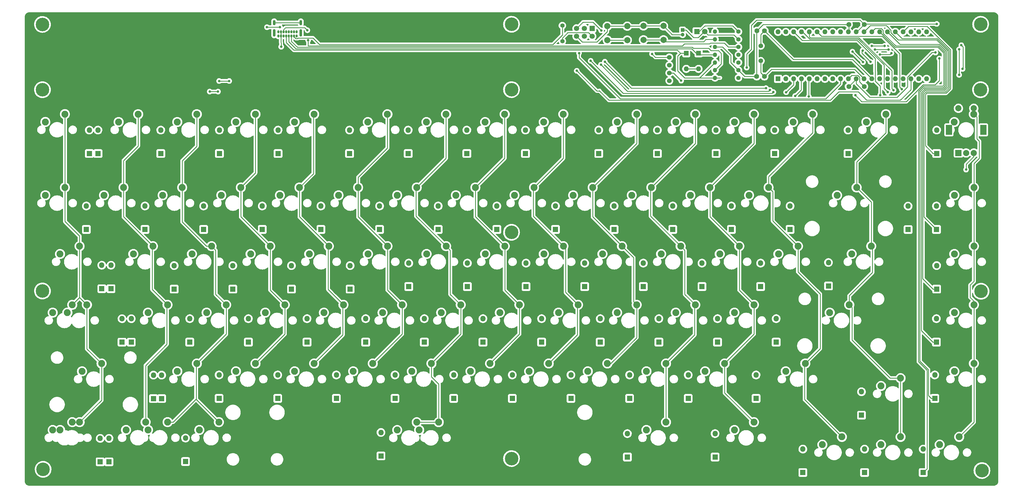
<source format=gbr>
%TF.GenerationSoftware,KiCad,Pcbnew,6.0.11-2627ca5db0~126~ubuntu22.04.1*%
%TF.CreationDate,2023-03-02T17:59:36+00:00*%
%TF.ProjectId,pcb-r1,7063622d-7231-42e6-9b69-6361645f7063,rev?*%
%TF.SameCoordinates,Original*%
%TF.FileFunction,Copper,L2,Bot*%
%TF.FilePolarity,Positive*%
%FSLAX46Y46*%
G04 Gerber Fmt 4.6, Leading zero omitted, Abs format (unit mm)*
G04 Created by KiCad (PCBNEW 6.0.11-2627ca5db0~126~ubuntu22.04.1) date 2023-03-02 17:59:36*
%MOMM*%
%LPD*%
G01*
G04 APERTURE LIST*
%TA.AperFunction,ComponentPad*%
%ADD10R,1.800000X1.800000*%
%TD*%
%TA.AperFunction,ComponentPad*%
%ADD11O,1.800000X1.800000*%
%TD*%
%TA.AperFunction,ComponentPad*%
%ADD12C,4.400000*%
%TD*%
%TA.AperFunction,ComponentPad*%
%ADD13C,2.250000*%
%TD*%
%TA.AperFunction,ComponentPad*%
%ADD14C,2.000000*%
%TD*%
%TA.AperFunction,ComponentPad*%
%ADD15R,2.000000X2.000000*%
%TD*%
%TA.AperFunction,ComponentPad*%
%ADD16R,2.000000X3.200000*%
%TD*%
%TA.AperFunction,ComponentPad*%
%ADD17R,1.200000X1.200000*%
%TD*%
%TA.AperFunction,ComponentPad*%
%ADD18C,1.200000*%
%TD*%
%TA.AperFunction,ComponentPad*%
%ADD19C,1.600000*%
%TD*%
%TA.AperFunction,ComponentPad*%
%ADD20C,1.400000*%
%TD*%
%TA.AperFunction,ComponentPad*%
%ADD21R,1.700000X1.700000*%
%TD*%
%TA.AperFunction,ComponentPad*%
%ADD22C,1.700000*%
%TD*%
%TA.AperFunction,ComponentPad*%
%ADD23R,1.600000X1.600000*%
%TD*%
%TA.AperFunction,ComponentPad*%
%ADD24O,1.600000X1.600000*%
%TD*%
%TA.AperFunction,ComponentPad*%
%ADD25O,1.400000X1.400000*%
%TD*%
%TA.AperFunction,ComponentPad*%
%ADD26C,1.800000*%
%TD*%
%TA.AperFunction,ComponentPad*%
%ADD27O,0.650000X1.000000*%
%TD*%
%TA.AperFunction,ComponentPad*%
%ADD28O,0.900000X1.700000*%
%TD*%
%TA.AperFunction,ComponentPad*%
%ADD29O,0.900000X2.400000*%
%TD*%
%TA.AperFunction,ComponentPad*%
%ADD30C,1.500000*%
%TD*%
%TA.AperFunction,ComponentPad*%
%ADD31C,1.524000*%
%TD*%
%TA.AperFunction,ViaPad*%
%ADD32C,0.800000*%
%TD*%
%TA.AperFunction,Conductor*%
%ADD33C,0.250000*%
%TD*%
G04 APERTURE END LIST*
D10*
%TO.P,D73,1*%
%TO.N,row4*%
X259492500Y-128511700D03*
D11*
%TO.P,D73,2*%
%TO.N,Net-(D73-Pad2)*%
X259492500Y-120891700D03*
%TD*%
D10*
%TO.P,D72,1*%
%TO.N,row4*%
X283306100Y-123050700D03*
D11*
%TO.P,D72,2*%
%TO.N,Net-(D72-Pad2)*%
X283306100Y-115430700D03*
%TD*%
D10*
%TO.P,D66,1*%
%TO.N,row4*%
X127006100Y-123050700D03*
D11*
%TO.P,D66,2*%
%TO.N,Net-(D66-Pad2)*%
X127006100Y-115430700D03*
%TD*%
D10*
%TO.P,D61,1*%
%TO.N,row4*%
X32156100Y-123100700D03*
D11*
%TO.P,D61,2*%
%TO.N,Net-(D61-Pad2)*%
X32156100Y-115480700D03*
%TD*%
D10*
%TO.P,D59,1*%
%TO.N,row4*%
X29503900Y-123108500D03*
D11*
%TO.P,D59,2*%
%TO.N,Net-(D59-Pad2)*%
X29503900Y-115488500D03*
%TD*%
D10*
%TO.P,D55,1*%
%TO.N,row3*%
X193677800Y-104772100D03*
D11*
%TO.P,D55,2*%
%TO.N,Net-(D55-Pad2)*%
X193677800Y-97152100D03*
%TD*%
D10*
%TO.P,D65,1*%
%TO.N,row4*%
X107956100Y-123050700D03*
D11*
%TO.P,D65,2*%
%TO.N,Net-(D65-Pad2)*%
X107956100Y-115430700D03*
%TD*%
D10*
%TO.P,D74,1*%
%TO.N,row5*%
X12178900Y-143654800D03*
D11*
%TO.P,D74,2*%
%TO.N,Net-(D74-Pad2)*%
X12178900Y-136034800D03*
%TD*%
D10*
%TO.P,D69,1*%
%TO.N,row4*%
X184156100Y-123050700D03*
D11*
%TO.P,D69,2*%
%TO.N,Net-(D69-Pad2)*%
X184156100Y-115430700D03*
%TD*%
D10*
%TO.P,D58,1*%
%TO.N,row3*%
X283827800Y-104772100D03*
D11*
%TO.P,D58,2*%
%TO.N,Net-(D58-Pad2)*%
X283827800Y-97152100D03*
%TD*%
D10*
%TO.P,D68,1*%
%TO.N,row4*%
X165106100Y-123050700D03*
D11*
%TO.P,D68,2*%
%TO.N,Net-(D68-Pad2)*%
X165106100Y-115430700D03*
%TD*%
D10*
%TO.P,D56,1*%
%TO.N,row3*%
X212727800Y-104772100D03*
D11*
%TO.P,D56,2*%
%TO.N,Net-(D56-Pad2)*%
X212727800Y-97152100D03*
%TD*%
D10*
%TO.P,D67,1*%
%TO.N,row4*%
X146056100Y-123050700D03*
D11*
%TO.P,D67,2*%
%TO.N,Net-(D67-Pad2)*%
X146056100Y-115430700D03*
%TD*%
D10*
%TO.P,D70,1*%
%TO.N,row4*%
X203206100Y-123050700D03*
D11*
%TO.P,D70,2*%
%TO.N,Net-(D70-Pad2)*%
X203206100Y-115430700D03*
%TD*%
D10*
%TO.P,D64,1*%
%TO.N,row4*%
X88906100Y-123050700D03*
D11*
%TO.P,D64,2*%
%TO.N,Net-(D64-Pad2)*%
X88906100Y-115430700D03*
%TD*%
D10*
%TO.P,D63,1*%
%TO.N,row4*%
X69856100Y-123050700D03*
D11*
%TO.P,D63,2*%
%TO.N,Net-(D63-Pad2)*%
X69856100Y-115430700D03*
%TD*%
D10*
%TO.P,D71,1*%
%TO.N,row4*%
X225256100Y-123050700D03*
D11*
%TO.P,D71,2*%
%TO.N,Net-(D71-Pad2)*%
X225256100Y-115430700D03*
%TD*%
D10*
%TO.P,D62,1*%
%TO.N,row4*%
X50806100Y-123050700D03*
D11*
%TO.P,D62,2*%
%TO.N,Net-(D62-Pad2)*%
X50806100Y-115430700D03*
%TD*%
D12*
%TO.P,REF\u002A\u002A,1*%
%TO.N,N/C*%
X298628900Y-146483500D03*
%TD*%
D13*
%TO.P,SW81,1*%
%TO.N,Net-(D77-Pad2)*%
X108667000Y-133325000D03*
%TO.P,SW81,2*%
%TO.N,col6*%
X115017000Y-130785000D03*
%TD*%
D12*
%TO.P,REF\u002A\u002A,1*%
%TO.N,N/C*%
X298328900Y-88258500D03*
%TD*%
%TO.P,REF\u002A\u002A,1*%
%TO.N,N/C*%
X145809914Y-69108500D03*
%TD*%
D14*
%TO.P,SW87,1*%
%TO.N,EC11-GND*%
X183410500Y-2184800D03*
X176910500Y-2184800D03*
%TO.P,SW87,2*%
%TO.N,boot*%
X176910500Y-6684800D03*
X183410500Y-6684800D03*
%TD*%
D12*
%TO.P,REF\u002A\u002A,1*%
%TO.N,N/C*%
X145803900Y-142583500D03*
%TD*%
%TO.P,REF\u002A\u002A,1*%
%TO.N,N/C*%
X-6571100Y-88158500D03*
%TD*%
D15*
%TO.P,SW93,A*%
%TO.N,EC11-A*%
X290985100Y-43351500D03*
D14*
%TO.P,SW93,B*%
%TO.N,EC11-B*%
X295985100Y-43351500D03*
%TO.P,SW93,C*%
%TO.N,EC11-GND*%
X293485100Y-43351500D03*
D16*
%TO.P,SW93,MP*%
%TO.N,N/C*%
X299085100Y-35851500D03*
X287885100Y-35851500D03*
D14*
%TO.P,SW93,S1*%
%TO.N,col14*%
X295985100Y-28851500D03*
%TO.P,SW93,S2*%
%TO.N,Net-(D15-Pad2)*%
X290985100Y-28851500D03*
%TD*%
D13*
%TO.P,SW90,1*%
%TO.N,Net-(D77-Pad2)*%
X115817000Y-133312000D03*
%TO.P,SW90,2*%
%TO.N,col6*%
X122167000Y-130772000D03*
%TD*%
D12*
%TO.P,REF\u002A\u002A,1*%
%TO.N,N/C*%
X145803900Y-1583500D03*
%TD*%
%TO.P,REF\u002A\u002A,1*%
%TO.N,N/C*%
X145803900Y-22783500D03*
%TD*%
D14*
%TO.P,SW91,1*%
%TO.N,EC11-GND*%
X188683400Y-2108600D03*
X195183400Y-2108600D03*
%TO.P,SW91,2*%
%TO.N,reset*%
X188683400Y-6608600D03*
X195183400Y-6608600D03*
%TD*%
D17*
%TO.P,C3,1*%
%TO.N,oledVCC*%
X201377300Y-3429400D03*
D18*
%TO.P,C3,2*%
%TO.N,EC11-GND*%
X201377300Y-4929400D03*
%TD*%
D13*
%TO.P,SW44,1*%
%TO.N,Net-(D91-Pad2)*%
X256317000Y-76149400D03*
%TO.P,SW44,2*%
%TO.N,col13*%
X262667000Y-73609400D03*
%TD*%
D12*
%TO.P,REF\u002A\u002A,1*%
%TO.N,N/C*%
X-6346100Y-146083500D03*
%TD*%
D19*
%TO.P,C2,1*%
%TO.N,Net-(C2-Pad1)*%
X227969200Y-18498200D03*
%TO.P,C2,2*%
%TO.N,EC11-GND*%
X225469200Y-18498200D03*
%TD*%
D20*
%TO.P,F1,1*%
%TO.N,oledVCC*%
X162318900Y-7078500D03*
%TO.P,F1,2*%
%TO.N,VCC*%
X162318900Y-1978500D03*
%TD*%
D19*
%TO.P,C5,1*%
%TO.N,oledVCC*%
X260368800Y-21765700D03*
%TO.P,C5,2*%
%TO.N,EC11-GND*%
X255368800Y-21765700D03*
%TD*%
%TO.P,C1,1*%
%TO.N,Net-(C1-Pad1)*%
X228007300Y-3664600D03*
%TO.P,C1,2*%
%TO.N,EC11-GND*%
X225507300Y-3664600D03*
%TD*%
D21*
%TO.P,J1,1*%
%TO.N,MISO*%
X172014900Y-2921400D03*
D22*
%TO.P,J1,2*%
%TO.N,oledVCC*%
X172014900Y-5461400D03*
%TO.P,J1,3*%
%TO.N,SCK*%
X169474900Y-2921400D03*
%TO.P,J1,4*%
%TO.N,MOSI*%
X169474900Y-5461400D03*
%TO.P,J1,5*%
%TO.N,reset*%
X166934900Y-2921400D03*
%TO.P,J1,6*%
%TO.N,EC11-GND*%
X166934900Y-5461400D03*
%TD*%
D23*
%TO.P,Z1,1*%
%TO.N,Net-(D83-Pad1)*%
X202568300Y-10960500D03*
D24*
%TO.P,Z1,2*%
%TO.N,EC11-GND*%
X202568300Y-16040500D03*
%TD*%
D23*
%TO.P,Z2,1*%
%TO.N,Net-(D84-Pad1)*%
X206568300Y-10960500D03*
D24*
%TO.P,Z2,2*%
%TO.N,EC11-GND*%
X206568300Y-16040500D03*
%TD*%
D19*
%TO.P,C4,1*%
%TO.N,oledVCC*%
X260394200Y-1603900D03*
%TO.P,C4,2*%
%TO.N,EC11-GND*%
X255394200Y-1603900D03*
%TD*%
D20*
%TO.P,R1,1*%
%TO.N,oledVCC*%
X219538300Y-18962500D03*
D25*
%TO.P,R1,2*%
%TO.N,Net-(D83-Pad1)*%
X211918300Y-18962500D03*
%TD*%
D10*
%TO.P,LED,1*%
%TO.N,Net-(LED1-Pad1)*%
X206000100Y-3950100D03*
D26*
%TO.P,LED,2*%
%TO.N,oledVCC*%
X208540100Y-3950100D03*
%TD*%
D10*
%TO.P,D91,1*%
%TO.N,row2*%
X248767600Y-86547600D03*
D11*
%TO.P,D91,2*%
%TO.N,Net-(D91-Pad2)*%
X248767600Y-78927600D03*
%TD*%
D10*
%TO.P,D51,1*%
%TO.N,row3*%
X117477800Y-104772100D03*
D11*
%TO.P,D51,2*%
%TO.N,Net-(D51-Pad2)*%
X117477800Y-97152100D03*
%TD*%
D10*
%TO.P,D50,1*%
%TO.N,row3*%
X98427800Y-104772100D03*
D11*
%TO.P,D50,2*%
%TO.N,Net-(D50-Pad2)*%
X98427800Y-97152100D03*
%TD*%
D13*
%TO.P,SW6,1*%
%TO.N,Net-(D6-Pad2)*%
X99142000Y-33312500D03*
%TO.P,SW6,2*%
%TO.N,col5*%
X105492000Y-30772500D03*
%TD*%
D10*
%TO.P,D82,1*%
%TO.N,row5*%
X279539200Y-147129900D03*
D11*
%TO.P,D82,2*%
%TO.N,Net-(D82-Pad2)*%
X279539200Y-139509900D03*
%TD*%
D10*
%TO.P,D81,1*%
%TO.N,row5*%
X260489200Y-147129900D03*
D11*
%TO.P,D81,2*%
%TO.N,Net-(D81-Pad2)*%
X260489200Y-139509900D03*
%TD*%
D10*
%TO.P,D79,1*%
%TO.N,row5*%
X211931000Y-142100700D03*
D11*
%TO.P,D79,2*%
%TO.N,Net-(D79-Pad2)*%
X211931000Y-134480700D03*
%TD*%
D12*
%TO.P,REF\u002A\u002A,1*%
%TO.N,N/C*%
X298178900Y-22808500D03*
%TD*%
D10*
%TO.P,D78,1*%
%TO.N,row5*%
X183444900Y-142100700D03*
D11*
%TO.P,D78,2*%
%TO.N,Net-(D78-Pad2)*%
X183444900Y-134480700D03*
%TD*%
D10*
%TO.P,D77,1*%
%TO.N,row5*%
X103396800Y-141725800D03*
D11*
%TO.P,D77,2*%
%TO.N,Net-(D77-Pad2)*%
X103396800Y-134105800D03*
%TD*%
D10*
%TO.P,D85,1*%
%TO.N,row3*%
X231777800Y-104772100D03*
D11*
%TO.P,D85,2*%
%TO.N,Net-(D85-Pad2)*%
X231777800Y-97152100D03*
%TD*%
D12*
%TO.P,REF\u002A\u002A,1*%
%TO.N,N/C*%
X-6571100Y-22808500D03*
%TD*%
D10*
%TO.P,D80,1*%
%TO.N,row5*%
X240439200Y-147129900D03*
D11*
%TO.P,D80,2*%
%TO.N,Net-(D80-Pad2)*%
X240439200Y-139509900D03*
%TD*%
D10*
%TO.P,D76,1*%
%TO.N,row5*%
X39903900Y-143553500D03*
D11*
%TO.P,D76,2*%
%TO.N,Net-(D76-Pad2)*%
X39903900Y-135933500D03*
%TD*%
D10*
%TO.P,D75,1*%
%TO.N,row5*%
X15048900Y-143654800D03*
D11*
%TO.P,D75,2*%
%TO.N,Net-(D75-Pad2)*%
X15048900Y-136034800D03*
%TD*%
D12*
%TO.P,REF\u002A\u002A,1*%
%TO.N,N/C*%
X298203900Y-1583500D03*
%TD*%
D10*
%TO.P,D53,1*%
%TO.N,row3*%
X155577800Y-104772100D03*
D11*
%TO.P,D53,2*%
%TO.N,Net-(D53-Pad2)*%
X155577800Y-97152100D03*
%TD*%
D12*
%TO.P,REF\u002A\u002A,1*%
%TO.N,N/C*%
X-6571100Y-1608500D03*
%TD*%
D10*
%TO.P,D14,1*%
%TO.N,row0*%
X255115700Y-43536000D03*
D11*
%TO.P,D14,2*%
%TO.N,Net-(D14-Pad2)*%
X255115700Y-35916000D03*
%TD*%
D10*
%TO.P,D4,1*%
%TO.N,row0*%
X50923700Y-43536000D03*
D11*
%TO.P,D4,2*%
%TO.N,Net-(D4-Pad2)*%
X50923700Y-35916000D03*
%TD*%
D10*
%TO.P,D1,1*%
%TO.N,row0*%
X8653900Y-43533500D03*
D11*
%TO.P,D1,2*%
%TO.N,Net-(D1-Pad2)*%
X8653900Y-35913500D03*
%TD*%
D10*
%TO.P,D12,1*%
%TO.N,row0*%
X212253700Y-43536000D03*
D11*
%TO.P,D12,2*%
%TO.N,Net-(D12-Pad2)*%
X212253700Y-35916000D03*
%TD*%
D10*
%TO.P,D10,1*%
%TO.N,row0*%
X174153700Y-43536000D03*
D11*
%TO.P,D10,2*%
%TO.N,Net-(D10-Pad2)*%
X174153700Y-35916000D03*
%TD*%
D10*
%TO.P,D2,1*%
%TO.N,row0*%
X11473700Y-43536000D03*
D11*
%TO.P,D2,2*%
%TO.N,Net-(D2-Pad2)*%
X11473700Y-35916000D03*
%TD*%
D10*
%TO.P,D5,1*%
%TO.N,row0*%
X69973700Y-43536000D03*
D11*
%TO.P,D5,2*%
%TO.N,Net-(D5-Pad2)*%
X69973700Y-35916000D03*
%TD*%
D10*
%TO.P,D3,1*%
%TO.N,row0*%
X31873700Y-43536000D03*
D11*
%TO.P,D3,2*%
%TO.N,Net-(D3-Pad2)*%
X31873700Y-35916000D03*
%TD*%
D13*
%TO.P,SW83,1*%
%TO.N,Net-(D79-Pad2)*%
X218211000Y-133312000D03*
%TO.P,SW83,2*%
%TO.N,col11*%
X224561000Y-130772000D03*
%TD*%
D10*
%TO.P,D13,1*%
%TO.N,row0*%
X231303700Y-43536000D03*
D11*
%TO.P,D13,2*%
%TO.N,Net-(D13-Pad2)*%
X231303700Y-35916000D03*
%TD*%
D10*
%TO.P,D6,1*%
%TO.N,row0*%
X93191700Y-43536000D03*
D11*
%TO.P,D6,2*%
%TO.N,Net-(D6-Pad2)*%
X93191700Y-35916000D03*
%TD*%
D10*
%TO.P,D11,1*%
%TO.N,row0*%
X193203700Y-43536000D03*
D11*
%TO.P,D11,2*%
%TO.N,Net-(D11-Pad2)*%
X193203700Y-35916000D03*
%TD*%
D10*
%TO.P,D15,1*%
%TO.N,row0*%
X283927700Y-43536000D03*
D11*
%TO.P,D15,2*%
%TO.N,Net-(D15-Pad2)*%
X283927700Y-35916000D03*
%TD*%
D10*
%TO.P,D9,1*%
%TO.N,row0*%
X150341700Y-43536000D03*
D11*
%TO.P,D9,2*%
%TO.N,Net-(D9-Pad2)*%
X150341700Y-35916000D03*
%TD*%
D10*
%TO.P,D8,1*%
%TO.N,row0*%
X131291700Y-43536000D03*
D11*
%TO.P,D8,2*%
%TO.N,Net-(D8-Pad2)*%
X131291700Y-35916000D03*
%TD*%
D10*
%TO.P,D7,1*%
%TO.N,row0*%
X112241700Y-43536000D03*
D11*
%TO.P,D7,2*%
%TO.N,Net-(D7-Pad2)*%
X112241700Y-35916000D03*
%TD*%
D13*
%TO.P,SW89,1*%
%TO.N,Net-(D76-Pad2)*%
X27733400Y-133290000D03*
%TO.P,SW89,2*%
%TO.N,col2*%
X34083400Y-130750000D03*
%TD*%
%TO.P,SW80,1*%
%TO.N,Net-(D76-Pad2)*%
X44399500Y-133290000D03*
%TO.P,SW80,2*%
%TO.N,col2*%
X50749500Y-130750000D03*
%TD*%
D23*
%TO.P,U1,1*%
%TO.N,col1*%
X232378000Y-19266300D03*
D24*
%TO.P,U1,2*%
%TO.N,col3*%
X234918000Y-19266300D03*
%TO.P,U1,3*%
%TO.N,col5*%
X237458000Y-19266300D03*
%TO.P,U1,4*%
%TO.N,col7*%
X239998000Y-19266300D03*
%TO.P,U1,5*%
%TO.N,col9*%
X242538000Y-19266300D03*
%TO.P,U1,6*%
%TO.N,MOSI*%
X245078000Y-19266300D03*
%TO.P,U1,7*%
%TO.N,MISO*%
X247618000Y-19266300D03*
%TO.P,U1,8*%
%TO.N,SCK*%
X250158000Y-19266300D03*
%TO.P,U1,9*%
%TO.N,reset*%
X252698000Y-19266300D03*
%TO.P,U1,10*%
%TO.N,oledVCC*%
X255238000Y-19266300D03*
%TO.P,U1,11*%
%TO.N,EC11-GND*%
X257778000Y-19266300D03*
%TO.P,U1,12*%
%TO.N,Net-(C2-Pad1)*%
X260318000Y-19266300D03*
%TO.P,U1,13*%
%TO.N,Net-(C1-Pad1)*%
X262858000Y-19266300D03*
%TO.P,U1,14*%
%TO.N,EC11-A*%
X265398000Y-19266300D03*
%TO.P,U1,15*%
%TO.N,EC11-B*%
X267938000Y-19266300D03*
%TO.P,U1,16*%
%TO.N,D+*%
X270478000Y-19266300D03*
%TO.P,U1,17*%
%TO.N,D-*%
X273018000Y-19266300D03*
%TO.P,U1,18*%
%TO.N,boot*%
X275558000Y-19266300D03*
%TO.P,U1,19*%
%TO.N,col14*%
X278098000Y-19266300D03*
%TO.P,U1,20*%
%TO.N,col13*%
X280638000Y-19266300D03*
%TO.P,U1,21*%
%TO.N,Net-(U1-Pad21)*%
X280638000Y-4026300D03*
%TO.P,U1,22*%
%TO.N,oledSCL*%
X278098000Y-4026300D03*
%TO.P,U1,23*%
%TO.N,oledSDA*%
X275558000Y-4026300D03*
%TO.P,U1,24*%
%TO.N,row0*%
X273018000Y-4026300D03*
%TO.P,U1,25*%
%TO.N,row1*%
X270478000Y-4026300D03*
%TO.P,U1,26*%
%TO.N,row3*%
X267938000Y-4026300D03*
%TO.P,U1,27*%
%TO.N,row5*%
X265398000Y-4026300D03*
%TO.P,U1,28*%
%TO.N,row4*%
X262858000Y-4026300D03*
%TO.P,U1,29*%
%TO.N,row2*%
X260318000Y-4026300D03*
%TO.P,U1,30*%
%TO.N,oledVCC*%
X257778000Y-4026300D03*
%TO.P,U1,31*%
%TO.N,EC11-GND*%
X255238000Y-4026300D03*
%TO.P,U1,32*%
%TO.N,Net-(U1-Pad32)*%
X252698000Y-4026300D03*
%TO.P,U1,33*%
%TO.N,col12*%
X250158000Y-4026300D03*
%TO.P,U1,34*%
%TO.N,col11*%
X247618000Y-4026300D03*
%TO.P,U1,35*%
%TO.N,col10*%
X245078000Y-4026300D03*
%TO.P,U1,36*%
%TO.N,col8*%
X242538000Y-4026300D03*
%TO.P,U1,37*%
%TO.N,col6*%
X239998000Y-4026300D03*
%TO.P,U1,38*%
%TO.N,col4*%
X237458000Y-4026300D03*
%TO.P,U1,39*%
%TO.N,col2*%
X234918000Y-4026300D03*
%TO.P,U1,40*%
%TO.N,col0*%
X232378000Y-4026300D03*
%TD*%
D13*
%TO.P,SW79,1*%
%TO.N,Net-(D75-Pad2)*%
X20588400Y-133290000D03*
%TO.P,SW79,2*%
%TO.N,col1*%
X26938400Y-130750000D03*
%TD*%
D27*
%TO.P,USB1,A1*%
%TO.N,EC11-GND*%
X76005200Y-5368200D03*
%TO.P,USB1,A4*%
%TO.N,VCC*%
X75155200Y-5368200D03*
%TO.P,USB1,A5*%
%TO.N,Net-(R2-Pad2)*%
X74305200Y-5368200D03*
%TO.P,USB1,A6*%
%TO.N,Net-(D84-Pad1)*%
X73455200Y-5368200D03*
%TO.P,USB1,A7*%
%TO.N,Net-(D83-Pad1)*%
X72605200Y-5368200D03*
%TO.P,USB1,A8*%
%TO.N,Net-(USB1-PadA8)*%
X71755200Y-5368200D03*
%TO.P,USB1,A9*%
%TO.N,VCC*%
X70905200Y-5368200D03*
%TO.P,USB1,A12*%
%TO.N,Net-(USB1-PadA12)*%
X70055200Y-5368200D03*
%TO.P,USB1,B1*%
%TO.N,EC11-GND*%
X70050200Y-4043200D03*
%TO.P,USB1,B4*%
%TO.N,VCC*%
X70900200Y-4043200D03*
%TO.P,USB1,B5*%
%TO.N,Net-(R5-Pad1)*%
X71750200Y-4043200D03*
%TO.P,USB1,B6*%
%TO.N,Net-(D84-Pad1)*%
X72600200Y-4043200D03*
%TO.P,USB1,B7*%
%TO.N,Net-(D83-Pad1)*%
X73450200Y-4043200D03*
%TO.P,USB1,B8*%
%TO.N,Net-(USB1-PadB8)*%
X74300200Y-4043200D03*
%TO.P,USB1,B9*%
%TO.N,VCC*%
X75150200Y-4043200D03*
%TO.P,USB1,B12*%
%TO.N,EC11-GND*%
X76005200Y-4043200D03*
D28*
%TO.P,USB1,S1*%
X68705200Y-1008200D03*
D29*
X77355200Y-4388200D03*
D28*
X77355200Y-1008200D03*
D29*
X68705200Y-4388200D03*
%TD*%
D13*
%TO.P,SW78,1*%
%TO.N,Net-(D74-Pad2)*%
X-3222700Y-133290000D03*
%TO.P,SW78,2*%
%TO.N,col0*%
X3127300Y-130750000D03*
%TD*%
%TO.P,SW26,1*%
%TO.N,Net-(D26-Pad2)*%
X184880000Y-57099400D03*
%TO.P,SW26,2*%
%TO.N,col10*%
X191230000Y-54559400D03*
%TD*%
%TO.P,SW63,1*%
%TO.N,Net-(D59-Pad2)*%
X6286000Y-114249000D03*
%TO.P,SW63,2*%
%TO.N,col0*%
X12636000Y-111709000D03*
%TD*%
%TO.P,SW60,1*%
%TO.N,Net-(D85-Pad2)*%
X249174000Y-95199000D03*
%TO.P,SW60,2*%
%TO.N,col13*%
X255524000Y-92659000D03*
%TD*%
%TO.P,SW31,1*%
%TO.N,Net-(D31-Pad2)*%
X-857500Y-76149400D03*
%TO.P,SW31,2*%
%TO.N,col0*%
X5492500Y-73609400D03*
%TD*%
%TO.P,SW88,1*%
%TO.N,Net-(D74-Pad2)*%
X-841500Y-133290000D03*
%TO.P,SW88,2*%
%TO.N,col0*%
X5508500Y-130750000D03*
%TD*%
%TO.P,SW61,1*%
%TO.N,Net-(D58-Pad2)*%
X289655000Y-95199000D03*
%TO.P,SW61,2*%
%TO.N,col14*%
X296005000Y-92659000D03*
%TD*%
D30*
%TO.P,Y1,1*%
%TO.N,Net-(C1-Pad1)*%
X226777300Y-8566800D03*
%TO.P,Y1,2*%
%TO.N,Net-(C2-Pad1)*%
X226777300Y-13446800D03*
%TD*%
D13*
%TO.P,SW86,1*%
%TO.N,Net-(D82-Pad2)*%
X284886000Y-138075000D03*
%TO.P,SW86,2*%
%TO.N,col14*%
X291236000Y-135535000D03*
%TD*%
%TO.P,SW84,1*%
%TO.N,Net-(D80-Pad2)*%
X246786000Y-138075000D03*
%TO.P,SW84,2*%
%TO.N,col12*%
X253136000Y-135535000D03*
%TD*%
%TO.P,SW85,1*%
%TO.N,Net-(D81-Pad2)*%
X265836000Y-138075000D03*
%TO.P,SW85,2*%
%TO.N,col13*%
X272186000Y-135535000D03*
%TD*%
%TO.P,SW15,1*%
%TO.N,Net-(D15-Pad2)*%
X289650000Y-33312500D03*
%TO.P,SW15,2*%
%TO.N,col14*%
X296000000Y-30772500D03*
%TD*%
%TO.P,SW82,1*%
%TO.N,Net-(D78-Pad2)*%
X189636000Y-133312000D03*
%TO.P,SW82,2*%
%TO.N,col10*%
X195986000Y-130772000D03*
%TD*%
%TO.P,SW8,1*%
%TO.N,Net-(D8-Pad2)*%
X137242000Y-33312500D03*
%TO.P,SW8,2*%
%TO.N,col7*%
X143592000Y-30772500D03*
%TD*%
D20*
%TO.P,R7,1*%
%TO.N,Net-(LED1-Pad1)*%
X219538300Y-3962500D03*
D25*
%TO.P,R7,2*%
%TO.N,EC11-GND*%
X211918300Y-3962500D03*
%TD*%
D20*
%TO.P,R6,1*%
%TO.N,oledVCC*%
X219538300Y-6462500D03*
D25*
%TO.P,R6,2*%
%TO.N,reset*%
X211918300Y-6462500D03*
%TD*%
D20*
%TO.P,R5,1*%
%TO.N,Net-(R5-Pad1)*%
X219538300Y-8962500D03*
D25*
%TO.P,R5,2*%
%TO.N,EC11-GND*%
X211918300Y-8962500D03*
%TD*%
D20*
%TO.P,R4,1*%
%TO.N,D+*%
X219538300Y-11462500D03*
D25*
%TO.P,R4,2*%
%TO.N,Net-(D84-Pad1)*%
X211918300Y-11462500D03*
%TD*%
D13*
%TO.P,SW33,1*%
%TO.N,Net-(D33-Pad2)*%
X42005000Y-76149400D03*
%TO.P,SW33,2*%
%TO.N,col2*%
X48355000Y-73609400D03*
%TD*%
%TO.P,SW12,1*%
%TO.N,Net-(D12-Pad2)*%
X218204000Y-33312500D03*
%TO.P,SW12,2*%
%TO.N,col11*%
X224554000Y-30772500D03*
%TD*%
D20*
%TO.P,R3,1*%
%TO.N,D-*%
X219538300Y-13962500D03*
D25*
%TO.P,R3,2*%
%TO.N,Net-(D83-Pad1)*%
X211918300Y-13962500D03*
%TD*%
D13*
%TO.P,SW25,1*%
%TO.N,Net-(D25-Pad2)*%
X165830000Y-57099400D03*
%TO.P,SW25,2*%
%TO.N,col9*%
X172180000Y-54559400D03*
%TD*%
D20*
%TO.P,R2,1*%
%TO.N,EC11-GND*%
X219538300Y-16462500D03*
D25*
%TO.P,R2,2*%
%TO.N,Net-(R2-Pad2)*%
X211918300Y-16462500D03*
%TD*%
D13*
%TO.P,SW18,1*%
%TO.N,Net-(D18-Pad2)*%
X32480000Y-57099400D03*
%TO.P,SW18,2*%
%TO.N,col2*%
X38830000Y-54559400D03*
%TD*%
%TO.P,SW7,1*%
%TO.N,Net-(D7-Pad2)*%
X118192000Y-33312500D03*
%TO.P,SW7,2*%
%TO.N,col6*%
X124542000Y-30772500D03*
%TD*%
%TO.P,SW5,1*%
%TO.N,Net-(D5-Pad2)*%
X75329800Y-33312500D03*
%TO.P,SW5,2*%
%TO.N,col4*%
X81679800Y-30772500D03*
%TD*%
%TO.P,SW2,1*%
%TO.N,Net-(D2-Pad2)*%
X18179800Y-33312500D03*
%TO.P,SW2,2*%
%TO.N,col1*%
X24529800Y-30772500D03*
%TD*%
%TO.P,SW19,1*%
%TO.N,Net-(D19-Pad2)*%
X51530000Y-57099400D03*
%TO.P,SW19,2*%
%TO.N,col3*%
X57880000Y-54559400D03*
%TD*%
%TO.P,SW11,1*%
%TO.N,Net-(D11-Pad2)*%
X199154000Y-33312500D03*
%TO.P,SW11,2*%
%TO.N,col10*%
X205504000Y-30772500D03*
%TD*%
%TO.P,SW10,1*%
%TO.N,Net-(D10-Pad2)*%
X180104000Y-33312500D03*
%TO.P,SW10,2*%
%TO.N,col9*%
X186454000Y-30772500D03*
%TD*%
%TO.P,SW3,1*%
%TO.N,Net-(D3-Pad2)*%
X37229800Y-33312500D03*
%TO.P,SW3,2*%
%TO.N,col2*%
X43579800Y-30772500D03*
%TD*%
%TO.P,SW34,1*%
%TO.N,Net-(D34-Pad2)*%
X61055000Y-76149400D03*
%TO.P,SW34,2*%
%TO.N,col3*%
X67405000Y-73609400D03*
%TD*%
%TO.P,SW22,1*%
%TO.N,Net-(D22-Pad2)*%
X108680000Y-57099400D03*
%TO.P,SW22,2*%
%TO.N,col6*%
X115030000Y-54559400D03*
%TD*%
%TO.P,SW16,1*%
%TO.N,Net-(D16-Pad2)*%
X-5620000Y-57099400D03*
%TO.P,SW16,2*%
%TO.N,col0*%
X730000Y-54559400D03*
%TD*%
%TO.P,SW23,1*%
%TO.N,Net-(D23-Pad2)*%
X127730000Y-57099400D03*
%TO.P,SW23,2*%
%TO.N,col7*%
X134080000Y-54559400D03*
%TD*%
%TO.P,SW14,1*%
%TO.N,Net-(D14-Pad2)*%
X261075000Y-33312500D03*
%TO.P,SW14,2*%
%TO.N,col13*%
X267425000Y-30772500D03*
%TD*%
%TO.P,SW30,1*%
%TO.N,Net-(D30-Pad2)*%
X289655000Y-57099400D03*
%TO.P,SW30,2*%
%TO.N,col14*%
X296005000Y-54559400D03*
%TD*%
%TO.P,SW21,1*%
%TO.N,Net-(D21-Pad2)*%
X89630000Y-57099400D03*
%TO.P,SW21,2*%
%TO.N,col5*%
X95980000Y-54559400D03*
%TD*%
%TO.P,SW20,1*%
%TO.N,Net-(D20-Pad2)*%
X70580000Y-57099400D03*
%TO.P,SW20,2*%
%TO.N,col4*%
X76930000Y-54559400D03*
%TD*%
%TO.P,SW17,1*%
%TO.N,Net-(D17-Pad2)*%
X13430000Y-57099400D03*
%TO.P,SW17,2*%
%TO.N,col1*%
X19780000Y-54559400D03*
%TD*%
%TO.P,SW9,1*%
%TO.N,Net-(D9-Pad2)*%
X156292000Y-33312500D03*
%TO.P,SW9,2*%
%TO.N,col8*%
X162642000Y-30772500D03*
%TD*%
%TO.P,SW29,1*%
%TO.N,Net-(D29-Pad2)*%
X251555000Y-57099400D03*
%TO.P,SW29,2*%
%TO.N,col13*%
X257905000Y-54559400D03*
%TD*%
%TO.P,SW28,1*%
%TO.N,Net-(D28-Pad2)*%
X222980000Y-57099400D03*
%TO.P,SW28,2*%
%TO.N,col12*%
X229330000Y-54559400D03*
%TD*%
%TO.P,SW27,1*%
%TO.N,Net-(D27-Pad2)*%
X203930000Y-57099400D03*
%TO.P,SW27,2*%
%TO.N,col11*%
X210280000Y-54559400D03*
%TD*%
%TO.P,SW4,1*%
%TO.N,Net-(D4-Pad2)*%
X56279800Y-33312500D03*
%TO.P,SW4,2*%
%TO.N,col3*%
X62629800Y-30772500D03*
%TD*%
%TO.P,SW1,1*%
%TO.N,Net-(D1-Pad2)*%
X-5620000Y-33287100D03*
%TO.P,SW1,2*%
%TO.N,col0*%
X730000Y-30747100D03*
%TD*%
%TO.P,SW24,1*%
%TO.N,Net-(D24-Pad2)*%
X146780000Y-57099400D03*
%TO.P,SW24,2*%
%TO.N,col8*%
X153130000Y-54559400D03*
%TD*%
%TO.P,SW13,1*%
%TO.N,Net-(D13-Pad2)*%
X237254000Y-33312500D03*
%TO.P,SW13,2*%
%TO.N,col12*%
X243604000Y-30772500D03*
%TD*%
%TO.P,SW32,1*%
%TO.N,Net-(D32-Pad2)*%
X22955000Y-76149400D03*
%TO.P,SW32,2*%
%TO.N,col1*%
X29305000Y-73609400D03*
%TD*%
D10*
%TO.P,D41,1*%
%TO.N,row2*%
X188617600Y-86734800D03*
D11*
%TO.P,D41,2*%
%TO.N,Net-(D41-Pad2)*%
X188617600Y-79114800D03*
%TD*%
D10*
%TO.P,D48,1*%
%TO.N,row3*%
X60327800Y-104772100D03*
D11*
%TO.P,D48,2*%
%TO.N,Net-(D48-Pad2)*%
X60327800Y-97152100D03*
%TD*%
D10*
%TO.P,D38,1*%
%TO.N,row2*%
X131467600Y-86734800D03*
D11*
%TO.P,D38,2*%
%TO.N,Net-(D38-Pad2)*%
X131467600Y-79114800D03*
%TD*%
D10*
%TO.P,D46,1*%
%TO.N,row3*%
X22278900Y-104783500D03*
D11*
%TO.P,D46,2*%
%TO.N,Net-(D46-Pad2)*%
X22278900Y-97163500D03*
%TD*%
D10*
%TO.P,D36,1*%
%TO.N,row2*%
X93367600Y-87547600D03*
D11*
%TO.P,D36,2*%
%TO.N,Net-(D36-Pad2)*%
X93367600Y-79927600D03*
%TD*%
D10*
%TO.P,D47,1*%
%TO.N,row3*%
X41277800Y-104772100D03*
D11*
%TO.P,D47,2*%
%TO.N,Net-(D47-Pad2)*%
X41277800Y-97152100D03*
%TD*%
D10*
%TO.P,D35,1*%
%TO.N,row2*%
X74317600Y-87547600D03*
D11*
%TO.P,D35,2*%
%TO.N,Net-(D35-Pad2)*%
X74317600Y-79927600D03*
%TD*%
D10*
%TO.P,D40,1*%
%TO.N,row2*%
X169567600Y-86734800D03*
D11*
%TO.P,D40,2*%
%TO.N,Net-(D40-Pad2)*%
X169567600Y-79114800D03*
%TD*%
D10*
%TO.P,D52,1*%
%TO.N,row3*%
X136527800Y-104772100D03*
D11*
%TO.P,D52,2*%
%TO.N,Net-(D52-Pad2)*%
X136527800Y-97152100D03*
%TD*%
D10*
%TO.P,D43,1*%
%TO.N,row2*%
X226717600Y-86734800D03*
D11*
%TO.P,D43,2*%
%TO.N,Net-(D43-Pad2)*%
X226717600Y-79114800D03*
%TD*%
D10*
%TO.P,D37,1*%
%TO.N,row2*%
X112417600Y-86734800D03*
D11*
%TO.P,D37,2*%
%TO.N,Net-(D37-Pad2)*%
X112417600Y-79114800D03*
%TD*%
D10*
%TO.P,D42,1*%
%TO.N,row2*%
X207667600Y-86734800D03*
D11*
%TO.P,D42,2*%
%TO.N,Net-(D42-Pad2)*%
X207667600Y-79114800D03*
%TD*%
D10*
%TO.P,D39,1*%
%TO.N,row2*%
X150517600Y-86734800D03*
D11*
%TO.P,D39,2*%
%TO.N,Net-(D39-Pad2)*%
X150517600Y-79114800D03*
%TD*%
D10*
%TO.P,D54,1*%
%TO.N,row3*%
X174627800Y-104772100D03*
D11*
%TO.P,D54,2*%
%TO.N,Net-(D54-Pad2)*%
X174627800Y-97152100D03*
%TD*%
D10*
%TO.P,D34,1*%
%TO.N,row2*%
X55267600Y-87547600D03*
D11*
%TO.P,D34,2*%
%TO.N,Net-(D34-Pad2)*%
X55267600Y-79927600D03*
%TD*%
D10*
%TO.P,D45,1*%
%TO.N,row3*%
X19278900Y-104783500D03*
D11*
%TO.P,D45,2*%
%TO.N,Net-(D45-Pad2)*%
X19278900Y-97163500D03*
%TD*%
D10*
%TO.P,D44,1*%
%TO.N,row2*%
X283917600Y-87547600D03*
D11*
%TO.P,D44,2*%
%TO.N,Net-(D44-Pad2)*%
X283917600Y-79927600D03*
%TD*%
D10*
%TO.P,D49,1*%
%TO.N,row3*%
X79377800Y-104772100D03*
D11*
%TO.P,D49,2*%
%TO.N,Net-(D49-Pad2)*%
X79377800Y-97152100D03*
%TD*%
D10*
%TO.P,D28,1*%
%TO.N,row1*%
X236297600Y-68186700D03*
D11*
%TO.P,D28,2*%
%TO.N,Net-(D28-Pad2)*%
X236297600Y-60566700D03*
%TD*%
D10*
%TO.P,D19,1*%
%TO.N,row1*%
X64847600Y-68186700D03*
D11*
%TO.P,D19,2*%
%TO.N,Net-(D19-Pad2)*%
X64847600Y-60566700D03*
%TD*%
D10*
%TO.P,D17,1*%
%TO.N,row1*%
X26747600Y-68186700D03*
D11*
%TO.P,D17,2*%
%TO.N,Net-(D17-Pad2)*%
X26747600Y-60566700D03*
%TD*%
D10*
%TO.P,D31,1*%
%TO.N,row2*%
X12703900Y-87422600D03*
D11*
%TO.P,D31,2*%
%TO.N,Net-(D31-Pad2)*%
X12703900Y-79802600D03*
%TD*%
D10*
%TO.P,D23,1*%
%TO.N,row1*%
X141047600Y-68186700D03*
D11*
%TO.P,D23,2*%
%TO.N,Net-(D23-Pad2)*%
X141047600Y-60566700D03*
%TD*%
D10*
%TO.P,D30,1*%
%TO.N,row1*%
X283847600Y-68186700D03*
D11*
%TO.P,D30,2*%
%TO.N,Net-(D30-Pad2)*%
X283847600Y-60566700D03*
%TD*%
D10*
%TO.P,D25,1*%
%TO.N,row1*%
X179147600Y-68186700D03*
D11*
%TO.P,D25,2*%
%TO.N,Net-(D25-Pad2)*%
X179147600Y-60566700D03*
%TD*%
D10*
%TO.P,D22,1*%
%TO.N,row1*%
X121997600Y-68186700D03*
D11*
%TO.P,D22,2*%
%TO.N,Net-(D22-Pad2)*%
X121997600Y-60566700D03*
%TD*%
D10*
%TO.P,D18,1*%
%TO.N,row1*%
X45797600Y-68186700D03*
D11*
%TO.P,D18,2*%
%TO.N,Net-(D18-Pad2)*%
X45797600Y-60566700D03*
%TD*%
D10*
%TO.P,D16,1*%
%TO.N,row1*%
X7697600Y-68186700D03*
D11*
%TO.P,D16,2*%
%TO.N,Net-(D16-Pad2)*%
X7697600Y-60566700D03*
%TD*%
D10*
%TO.P,D32,1*%
%TO.N,row2*%
X15692600Y-87422600D03*
D11*
%TO.P,D32,2*%
%TO.N,Net-(D32-Pad2)*%
X15692600Y-79802600D03*
%TD*%
D10*
%TO.P,D26,1*%
%TO.N,row1*%
X198197600Y-68186700D03*
D11*
%TO.P,D26,2*%
%TO.N,Net-(D26-Pad2)*%
X198197600Y-60566700D03*
%TD*%
D10*
%TO.P,D24,1*%
%TO.N,row1*%
X160097600Y-68186700D03*
D11*
%TO.P,D24,2*%
%TO.N,Net-(D24-Pad2)*%
X160097600Y-60566700D03*
%TD*%
D10*
%TO.P,D21,1*%
%TO.N,row1*%
X102947600Y-68186700D03*
D11*
%TO.P,D21,2*%
%TO.N,Net-(D21-Pad2)*%
X102947600Y-60566700D03*
%TD*%
D10*
%TO.P,D29,1*%
%TO.N,row1*%
X274628900Y-68228500D03*
D11*
%TO.P,D29,2*%
%TO.N,Net-(D29-Pad2)*%
X274628900Y-60608500D03*
%TD*%
D10*
%TO.P,D33,1*%
%TO.N,row2*%
X36217600Y-87547600D03*
D11*
%TO.P,D33,2*%
%TO.N,Net-(D33-Pad2)*%
X36217600Y-79927600D03*
%TD*%
D10*
%TO.P,D20,1*%
%TO.N,row1*%
X83897600Y-68186700D03*
D11*
%TO.P,D20,2*%
%TO.N,Net-(D20-Pad2)*%
X83897600Y-60566700D03*
%TD*%
D10*
%TO.P,D27,1*%
%TO.N,row1*%
X217247600Y-68186700D03*
D11*
%TO.P,D27,2*%
%TO.N,Net-(D27-Pad2)*%
X217247600Y-60566700D03*
%TD*%
D13*
%TO.P,SW69,1*%
%TO.N,Net-(D65-Pad2)*%
X113443000Y-114249000D03*
%TO.P,SW69,2*%
%TO.N,col6*%
X119793000Y-111709000D03*
%TD*%
%TO.P,SW76,1*%
%TO.N,Net-(D72-Pad2)*%
X289656000Y-114249000D03*
%TO.P,SW76,2*%
%TO.N,col14*%
X296006000Y-111709000D03*
%TD*%
%TO.P,SW66,1*%
%TO.N,Net-(D62-Pad2)*%
X56292600Y-114249000D03*
%TO.P,SW66,2*%
%TO.N,col3*%
X62642600Y-111709000D03*
%TD*%
%TO.P,SW65,1*%
%TO.N,Net-(D61-Pad2)*%
X37242600Y-114249000D03*
%TO.P,SW65,2*%
%TO.N,col2*%
X43592600Y-111709000D03*
%TD*%
%TO.P,SW77,1*%
%TO.N,Net-(D73-Pad2)*%
X265843000Y-119012000D03*
%TO.P,SW77,2*%
%TO.N,col13*%
X272193000Y-116472000D03*
%TD*%
%TO.P,SW57,1*%
%TO.N,Net-(D55-Pad2)*%
X199168000Y-95199000D03*
%TO.P,SW57,2*%
%TO.N,col10*%
X205518000Y-92659000D03*
%TD*%
%TO.P,SW51,1*%
%TO.N,Net-(D49-Pad2)*%
X84867600Y-95199000D03*
%TO.P,SW51,2*%
%TO.N,col4*%
X91217600Y-92659000D03*
%TD*%
%TO.P,SW38,1*%
%TO.N,Net-(D38-Pad2)*%
X137255000Y-76149400D03*
%TO.P,SW38,2*%
%TO.N,col7*%
X143605000Y-73609400D03*
%TD*%
%TO.P,SW47,1*%
%TO.N,Net-(D45-Pad2)*%
X1523700Y-95199000D03*
%TO.P,SW47,2*%
%TO.N,col0*%
X7873700Y-92659000D03*
%TD*%
%TO.P,SW71,1*%
%TO.N,Net-(D67-Pad2)*%
X151543000Y-114249000D03*
%TO.P,SW71,2*%
%TO.N,col8*%
X157893000Y-111709000D03*
%TD*%
%TO.P,SW68,1*%
%TO.N,Net-(D64-Pad2)*%
X94393000Y-114249000D03*
%TO.P,SW68,2*%
%TO.N,col5*%
X100743000Y-111709000D03*
%TD*%
%TO.P,SW39,1*%
%TO.N,Net-(D39-Pad2)*%
X156305000Y-76149400D03*
%TO.P,SW39,2*%
%TO.N,col8*%
X162655000Y-73609400D03*
%TD*%
%TO.P,SW46,1*%
%TO.N,Net-(D45-Pad2)*%
X-3238700Y-95199000D03*
%TO.P,SW46,2*%
%TO.N,col0*%
X3111300Y-92659000D03*
%TD*%
%TO.P,SW37,1*%
%TO.N,Net-(D37-Pad2)*%
X118205000Y-76149400D03*
%TO.P,SW37,2*%
%TO.N,col6*%
X124555000Y-73609400D03*
%TD*%
%TO.P,SW58,1*%
%TO.N,Net-(D56-Pad2)*%
X218218000Y-95199000D03*
%TO.P,SW58,2*%
%TO.N,col11*%
X224568000Y-92659000D03*
%TD*%
%TO.P,SW75,1*%
%TO.N,Net-(D71-Pad2)*%
X234887000Y-114249000D03*
%TO.P,SW75,2*%
%TO.N,col12*%
X241237000Y-111709000D03*
%TD*%
%TO.P,SW55,1*%
%TO.N,Net-(D53-Pad2)*%
X161068000Y-95199000D03*
%TO.P,SW55,2*%
%TO.N,col8*%
X167418000Y-92659000D03*
%TD*%
%TO.P,SW52,1*%
%TO.N,Net-(D50-Pad2)*%
X103918000Y-95199000D03*
%TO.P,SW52,2*%
%TO.N,col5*%
X110268000Y-92659000D03*
%TD*%
%TO.P,SW49,1*%
%TO.N,Net-(D47-Pad2)*%
X46767600Y-95199000D03*
%TO.P,SW49,2*%
%TO.N,col2*%
X53117600Y-92659000D03*
%TD*%
%TO.P,SW72,1*%
%TO.N,Net-(D68-Pad2)*%
X170593000Y-114249000D03*
%TO.P,SW72,2*%
%TO.N,col9*%
X176943000Y-111709000D03*
%TD*%
%TO.P,SW41,1*%
%TO.N,Net-(D41-Pad2)*%
X194405000Y-76149400D03*
%TO.P,SW41,2*%
%TO.N,col10*%
X200755000Y-73609400D03*
%TD*%
%TO.P,SW74,1*%
%TO.N,Net-(D70-Pad2)*%
X208693000Y-114249000D03*
%TO.P,SW74,2*%
%TO.N,col11*%
X215043000Y-111709000D03*
%TD*%
%TO.P,SW54,1*%
%TO.N,Net-(D52-Pad2)*%
X142018000Y-95199000D03*
%TO.P,SW54,2*%
%TO.N,col7*%
X148368000Y-92659000D03*
%TD*%
%TO.P,SW48,1*%
%TO.N,Net-(D46-Pad2)*%
X27717600Y-95199000D03*
%TO.P,SW48,2*%
%TO.N,col1*%
X34067600Y-92659000D03*
%TD*%
%TO.P,SW36,1*%
%TO.N,Net-(D36-Pad2)*%
X99155000Y-76149400D03*
%TO.P,SW36,2*%
%TO.N,col5*%
X105505000Y-73609400D03*
%TD*%
%TO.P,SW73,1*%
%TO.N,Net-(D69-Pad2)*%
X189643000Y-114249000D03*
%TO.P,SW73,2*%
%TO.N,col10*%
X195993000Y-111709000D03*
%TD*%
%TO.P,SW35,1*%
%TO.N,Net-(D35-Pad2)*%
X80105000Y-76149400D03*
%TO.P,SW35,2*%
%TO.N,col4*%
X86455000Y-73609400D03*
%TD*%
%TO.P,SW67,1*%
%TO.N,Net-(D63-Pad2)*%
X75342600Y-114249000D03*
%TO.P,SW67,2*%
%TO.N,col4*%
X81692600Y-111709000D03*
%TD*%
%TO.P,SW70,1*%
%TO.N,Net-(D66-Pad2)*%
X132493000Y-114249000D03*
%TO.P,SW70,2*%
%TO.N,col7*%
X138843000Y-111709000D03*
%TD*%
%TO.P,SW50,1*%
%TO.N,Net-(D48-Pad2)*%
X65817600Y-95199000D03*
%TO.P,SW50,2*%
%TO.N,col3*%
X72167600Y-92659000D03*
%TD*%
%TO.P,SW53,1*%
%TO.N,Net-(D51-Pad2)*%
X122968000Y-95199000D03*
%TO.P,SW53,2*%
%TO.N,col6*%
X129318000Y-92659000D03*
%TD*%
%TO.P,SW45,1*%
%TO.N,Net-(D44-Pad2)*%
X289655000Y-76149400D03*
%TO.P,SW45,2*%
%TO.N,col14*%
X296005000Y-73609400D03*
%TD*%
%TO.P,SW43,1*%
%TO.N,Net-(D43-Pad2)*%
X232505000Y-76149400D03*
%TO.P,SW43,2*%
%TO.N,col12*%
X238855000Y-73609400D03*
%TD*%
%TO.P,SW42,1*%
%TO.N,Net-(D42-Pad2)*%
X213455000Y-76149400D03*
%TO.P,SW42,2*%
%TO.N,col11*%
X219805000Y-73609400D03*
%TD*%
%TO.P,SW56,1*%
%TO.N,Net-(D54-Pad2)*%
X180118000Y-95199000D03*
%TO.P,SW56,2*%
%TO.N,col9*%
X186468000Y-92659000D03*
%TD*%
%TO.P,SW40,1*%
%TO.N,Net-(D40-Pad2)*%
X175355000Y-76149400D03*
%TO.P,SW40,2*%
%TO.N,col9*%
X181705000Y-73609400D03*
%TD*%
D31*
%TO.P,SSD1306,1*%
%TO.N,oledSDA*%
X197078900Y-19908500D03*
%TO.P,SSD1306,2*%
%TO.N,oledSCL*%
X197078900Y-17368500D03*
%TO.P,SSD1306,3*%
%TO.N,oledVCC*%
X197078900Y-14828500D03*
%TO.P,SSD1306,4*%
%TO.N,EC11-GND*%
X197078900Y-12288500D03*
%TD*%
D32*
%TO.N,Net-(D84-Pad1)*%
X70598900Y-2508500D03*
X66368900Y-2508500D03*
%TO.N,VCC*%
X70993900Y-8873500D03*
%TO.N,MISO*%
X228460050Y-22295250D03*
X176129700Y-13716400D03*
%TO.N,SCK*%
X174847000Y-14719700D03*
X229761800Y-22936600D03*
%TO.N,MOSI*%
X230866700Y-23571600D03*
X171519600Y-13424300D03*
%TO.N,reset*%
X167735000Y-10947800D03*
X174935900Y-3557398D03*
%TO.N,Net-(R5-Pad1)*%
X79750381Y-6749981D03*
X79498900Y-3508500D03*
%TO.N,col0*%
X50824899Y-19987501D03*
X54107901Y-19987501D03*
%TO.N,col1*%
X50449180Y-23413220D03*
X47774180Y-23413220D03*
%TO.N,col4*%
X265588500Y-24549500D03*
%TO.N,col5*%
X235019600Y-23622400D03*
%TO.N,col6*%
X268026900Y-23597000D03*
%TO.N,col7*%
X237927900Y-24854300D03*
%TO.N,col8*%
X269906500Y-22949300D03*
%TO.N,col9*%
X242360200Y-25044800D03*
%TO.N,col10*%
X272586200Y-22657200D03*
%TO.N,boot*%
X167004750Y-16656450D03*
%TO.N,oledVCC*%
X283933650Y-1441850D03*
X257508800Y-24625700D03*
X284778200Y-12675000D03*
X222192600Y-15634100D03*
%TO.N,oledSDA*%
X292343900Y-16053500D03*
X291933901Y-8369099D03*
%TO.N,oledSCL*%
X265438900Y-11348500D03*
X200909605Y-19877795D03*
X269198900Y-10978500D03*
%TO.N,EC11-GND*%
X191453900Y-11208500D03*
X283520900Y-10744600D03*
X291208900Y-9678500D03*
X291208900Y-17998500D03*
%TO.N,EC11-A*%
X256553900Y-10463500D03*
X262828900Y-8588500D03*
X259998900Y-13867200D03*
X266978900Y-8568500D03*
%TO.N,EC11-B*%
X263828900Y-9748500D03*
X268268900Y-9748500D03*
X293468900Y-48748500D03*
X262434550Y-13762850D03*
X259848900Y-10078500D03*
%TD*%
D33*
%TO.N,Net-(C1-Pad1)*%
X226777300Y-8566800D02*
X226777300Y-4894600D01*
X226777300Y-4894600D02*
X228007300Y-3664600D01*
X228007300Y-3664600D02*
X237331000Y-12988300D01*
X256580000Y-12988300D02*
X262858000Y-19266300D01*
X237331000Y-12988300D02*
X256580000Y-12988300D01*
%TO.N,Net-(C2-Pad1)*%
X257295400Y-16243700D02*
X260318000Y-19266300D01*
X226777300Y-13446800D02*
X226777300Y-17306300D01*
X227969200Y-18498200D02*
X230223700Y-16243700D01*
X230223700Y-16243700D02*
X257295400Y-16243700D01*
X226777300Y-17306300D02*
X227969200Y-18498200D01*
%TO.N,row0*%
X286962600Y-23914500D02*
X288435800Y-22441300D01*
X282777700Y-43536000D02*
X280271850Y-41030150D01*
X274186400Y-2857900D02*
X273018000Y-4026300D01*
X280271850Y-41030150D02*
X280271850Y-24267950D01*
X280817210Y-2273700D02*
X274770600Y-2273700D01*
X283927700Y-43536000D02*
X282777700Y-43536000D01*
X280271850Y-24267950D02*
X280625300Y-23914500D01*
X288435800Y-22441300D02*
X288435799Y-9892289D01*
X280625300Y-23914500D02*
X286962600Y-23914500D01*
X274770600Y-2273700D02*
X274186400Y-2857900D01*
X288435799Y-9892289D02*
X280817210Y-2273700D01*
%TO.N,Net-(D2-Pad2)*%
X18179800Y-33312500D02*
X18611600Y-33312500D01*
%TO.N,row1*%
X279821840Y-64160940D02*
X279821841Y-24081549D01*
X284092400Y-6185300D02*
X272637000Y-6185300D01*
X287985790Y-10078690D02*
X284092400Y-6185300D01*
X283847600Y-68186700D02*
X279821840Y-64160940D01*
X280438900Y-23464490D02*
X286776200Y-23464490D01*
X272637000Y-6185300D02*
X270478000Y-4026300D01*
X286776200Y-23464490D02*
X287985790Y-22254900D01*
X287985790Y-22254900D02*
X287985790Y-10078690D01*
X279821841Y-24081549D02*
X280438900Y-23464490D01*
%TO.N,row2*%
X262324600Y-2019700D02*
X261353050Y-2991250D01*
X287535780Y-22068500D02*
X287535780Y-10265090D01*
X283917600Y-87547600D02*
X282767600Y-87547600D01*
X269063001Y-3486299D02*
X268478001Y-2901299D01*
X269063001Y-4276303D02*
X269063001Y-3486299D01*
X279371832Y-23895148D02*
X280252500Y-23014480D01*
X261353050Y-2991250D02*
X260318000Y-4026300D01*
X279371830Y-84151830D02*
X279371830Y-24320900D01*
X268478001Y-2864501D02*
X267633200Y-2019700D01*
X280252500Y-23014480D02*
X286589800Y-23014480D01*
X271422008Y-6635310D02*
X269063001Y-4276303D01*
X268478001Y-2901299D02*
X268478001Y-2864501D01*
X287535780Y-10265090D02*
X283906000Y-6635310D01*
X283906000Y-6635310D02*
X271422008Y-6635310D01*
X286589800Y-23014480D02*
X287535780Y-22068500D01*
X267633200Y-2019700D02*
X262324600Y-2019700D01*
X282767600Y-87547600D02*
X279371830Y-84151830D01*
X279371830Y-24320900D02*
X279371832Y-23895148D01*
%TO.N,row3*%
X284663900Y-8064900D02*
X271976600Y-8064900D01*
X278921820Y-101016120D02*
X278921820Y-24295500D01*
X278921820Y-24295500D02*
X278921823Y-23708747D01*
X287085770Y-10451490D02*
X287025090Y-10451490D01*
X282677800Y-104772100D02*
X278921820Y-101016120D01*
X287085770Y-21873630D02*
X287085770Y-10451490D01*
X280066100Y-22564470D02*
X286394930Y-22564470D01*
X283827800Y-104772100D02*
X282677800Y-104772100D01*
X278921823Y-23708747D02*
X280066100Y-22564470D01*
X287050490Y-10451490D02*
X284663900Y-8064900D01*
X271976600Y-8064900D02*
X267938000Y-4026300D01*
X286394930Y-22564470D02*
X287085770Y-21873630D01*
X287085770Y-10451490D02*
X287050490Y-10451490D01*
%TO.N,row4*%
X286635760Y-21650540D02*
X286635760Y-10698570D01*
X286171840Y-22114460D02*
X286635760Y-21650540D01*
X286635760Y-10698570D02*
X284536900Y-8599710D01*
X283306100Y-123050700D02*
X282156100Y-123050700D01*
X281214211Y-122108811D02*
X281214210Y-113706800D01*
X282156100Y-123050700D02*
X281214211Y-122108811D01*
X281214210Y-113706800D02*
X278471810Y-110964400D01*
X278471810Y-110964400D02*
X278471810Y-24130400D01*
X278471810Y-23522350D02*
X279879700Y-22114460D01*
X284536900Y-8599710D02*
X284536900Y-8574310D01*
X279879700Y-22114460D02*
X286171840Y-22114460D01*
X278471810Y-24130400D02*
X278471810Y-23522350D01*
X263983001Y-2901299D02*
X262858000Y-4026300D01*
X270607820Y-8599710D02*
X266523001Y-4514891D01*
X266523001Y-3486299D02*
X265938001Y-2901299D01*
X265938001Y-2901299D02*
X263983001Y-2901299D01*
X284536900Y-8599710D02*
X270607820Y-8599710D01*
X266523001Y-4514891D02*
X266523001Y-3486299D01*
%TO.N,row5*%
X278021801Y-23335949D02*
X279693300Y-21664450D01*
X279539200Y-147129900D02*
X280764201Y-145904899D01*
X280764201Y-145904899D02*
X280764201Y-113893201D01*
X270421420Y-9049720D02*
X265398000Y-4026300D01*
X278021800Y-111150800D02*
X278021801Y-23335949D01*
X280764201Y-113893201D02*
X278021800Y-111150800D01*
X286185750Y-12507750D02*
X286185750Y-10884970D01*
X286185750Y-21452850D02*
X286185750Y-12507750D01*
X285974150Y-21664450D02*
X286185750Y-21452850D01*
X279693300Y-21664450D02*
X285974150Y-21664450D01*
X284350500Y-9049720D02*
X270421420Y-9049720D01*
X286185750Y-10884970D02*
X284350500Y-9049720D01*
%TO.N,Net-(D83-Pad1)*%
X200691500Y-10960500D02*
X202568300Y-10960500D01*
X211918300Y-18962500D02*
X213593700Y-18962500D01*
X199800750Y-10069750D02*
X199896700Y-10165700D01*
X211918300Y-13962500D02*
X206918300Y-18962500D01*
X211918300Y-18962500D02*
X206875400Y-18962500D01*
X206918300Y-18962500D02*
X206875400Y-18962500D01*
X199896700Y-10165700D02*
X200691500Y-10960500D01*
X206875400Y-18962500D02*
X202049300Y-18962500D01*
X199777100Y-16690300D02*
X199777100Y-11874900D01*
X75090410Y-9950010D02*
X72605200Y-7464800D01*
X199896700Y-10165700D02*
X199681010Y-9950010D01*
X199681010Y-9950010D02*
X75090410Y-9950010D01*
X202049300Y-18962500D02*
X199777100Y-16690300D01*
X72605200Y-7464800D02*
X72605200Y-5368200D01*
X199777100Y-11874900D02*
X200691500Y-10960500D01*
%TO.N,Net-(D84-Pad1)*%
X207070300Y-11462500D02*
X206568300Y-10960500D01*
X211918300Y-11462500D02*
X207070300Y-11462500D01*
X70598900Y-2508500D02*
X70598900Y-2508500D01*
X73455200Y-7234800D02*
X73455200Y-5368200D01*
X75720400Y-9500000D02*
X73455200Y-7234800D01*
X206568300Y-10960500D02*
X205822300Y-10960500D01*
X205822300Y-10960500D02*
X204361800Y-9500000D01*
X204361800Y-9500000D02*
X75720400Y-9500000D01*
X66368900Y-2508500D02*
X70598900Y-2508500D01*
%TO.N,VCC*%
X84596971Y-8149971D02*
X84038171Y-8149971D01*
X84038171Y-8149971D02*
X83834971Y-8149971D01*
X75155200Y-5612452D02*
X75155200Y-5368200D01*
X70900200Y-4043200D02*
X70900200Y-7489800D01*
X76274442Y-6193210D02*
X75735958Y-6193210D01*
X83834971Y-8149971D02*
X83780371Y-8149971D01*
X70993900Y-8873500D02*
X70993900Y-7583500D01*
X159187429Y-8149971D02*
X154897429Y-8149971D01*
X76442672Y-6024980D02*
X76274442Y-6193210D01*
X162318900Y-5018500D02*
X159187429Y-8149971D01*
X154897429Y-8149971D02*
X84596971Y-8149971D01*
X83460371Y-8149971D02*
X81335380Y-6024980D01*
X81335380Y-6024980D02*
X76442672Y-6024980D01*
X70993900Y-7583500D02*
X70900200Y-7489800D01*
X155422529Y-8149971D02*
X154897429Y-8149971D01*
X162318900Y-1978500D02*
X162318900Y-5018500D01*
X75735958Y-6193210D02*
X75155200Y-5612452D01*
X83834971Y-8149971D02*
X83460371Y-8149971D01*
%TO.N,MISO*%
X184708550Y-22295250D02*
X176129700Y-13716400D01*
X228460050Y-22295250D02*
X184708550Y-22295250D01*
%TO.N,SCK*%
X229761800Y-22936600D02*
X229361801Y-23336599D01*
X229361801Y-23336599D02*
X183463899Y-23336599D01*
X183463899Y-23336599D02*
X174847000Y-14719700D01*
%TO.N,MOSI*%
X185394299Y-23971599D02*
X185356199Y-23971599D01*
X185394299Y-23971599D02*
X182066899Y-23971599D01*
X185559501Y-23971599D02*
X185267299Y-23971599D01*
X230466701Y-23971599D02*
X185559501Y-23971599D01*
X182066899Y-23971599D02*
X171519600Y-13424300D01*
X185559501Y-23971599D02*
X185394299Y-23971599D01*
X230866700Y-23571600D02*
X230466701Y-23971599D01*
%TO.N,reset*%
X211918300Y-6462500D02*
X208961400Y-6462500D01*
X208961400Y-6462500D02*
X208205700Y-7218200D01*
X195183400Y-6608600D02*
X188683400Y-6608600D01*
X188683400Y-6608600D02*
X188342900Y-6608600D01*
X166934900Y-2921400D02*
X169005000Y-851300D01*
X172229802Y-851300D02*
X174935900Y-3557398D01*
X169005000Y-851300D02*
X172229802Y-851300D01*
X208205700Y-7218200D02*
X195793000Y-7218200D01*
X252698000Y-20930000D02*
X247858199Y-25769801D01*
X181109201Y-25769801D02*
X167735000Y-12395600D01*
X247858199Y-25769801D02*
X181109201Y-25769801D01*
X167735000Y-10947800D02*
X167735000Y-10947800D01*
X167735000Y-12395600D02*
X167735000Y-10947800D01*
X174935900Y-3557398D02*
X174935900Y-3557398D01*
X195793000Y-7218200D02*
X195183400Y-6608600D01*
X252698000Y-19266300D02*
X252698000Y-20930000D01*
%TO.N,Net-(LED1-Pad1)*%
X208632398Y-2044800D02*
X206727098Y-3950100D01*
X219538300Y-3962500D02*
X217620600Y-2044800D01*
X206727098Y-3950100D02*
X206000100Y-3950100D01*
X217620600Y-2044800D02*
X208632398Y-2044800D01*
%TO.N,Net-(R2-Pad2)*%
X213086700Y-10147700D02*
X210597500Y-10147700D01*
X213950300Y-14430500D02*
X213950300Y-11011300D01*
X204548201Y-9049991D02*
X76220390Y-9049990D01*
X76220390Y-9049990D02*
X74305200Y-7134800D01*
X209810100Y-9360300D02*
X204858510Y-9360300D01*
X204858510Y-9360300D02*
X204548201Y-9049991D01*
X210597500Y-10147700D02*
X209810100Y-9360300D01*
X213950300Y-11011300D02*
X213086700Y-10147700D01*
X211918300Y-16462500D02*
X213950300Y-14430500D01*
X74305200Y-7134800D02*
X74305200Y-5368200D01*
%TO.N,Net-(R5-Pad1)*%
X210407000Y-7658500D02*
X210131899Y-7933601D01*
X216232200Y-8962500D02*
X214928200Y-7658500D01*
X210131899Y-7933601D02*
X201991199Y-7933601D01*
X219538300Y-8962500D02*
X216232200Y-8962500D01*
X214928200Y-7658500D02*
X210407000Y-7658500D01*
X201991199Y-7933601D02*
X201324818Y-8599981D01*
X79750381Y-6749981D02*
X79750381Y-6749981D01*
X79498900Y-3508500D02*
X79468900Y-3508500D01*
X82039901Y-8599981D02*
X79750381Y-8599981D01*
X71750200Y-3293200D02*
X71750200Y-4043200D01*
X82570381Y-8599981D02*
X82039901Y-8599981D01*
X201324818Y-8599981D02*
X82570381Y-8599981D01*
X79750381Y-7549981D02*
X79750381Y-6749981D01*
X79750381Y-7549981D02*
X79768900Y-7531462D01*
X79750381Y-8599981D02*
X79750381Y-7549981D01*
X79468900Y-3508500D02*
X78588900Y-2628500D01*
X78588900Y-2628500D02*
X72414900Y-2628500D01*
X72414900Y-2628500D02*
X71750200Y-3293200D01*
X82570381Y-8599981D02*
X82570381Y-8459981D01*
X79498900Y-3508500D02*
X79498900Y-3508500D01*
%TO.N,col0*%
X730000Y-30747100D02*
X730000Y-54559400D01*
X5492500Y-90277800D02*
X3111300Y-92659000D01*
X12636000Y-123622500D02*
X5508500Y-130750000D01*
X50824899Y-19987501D02*
X50824899Y-19987501D01*
X5492500Y-73609400D02*
X5492500Y-90094900D01*
X3127300Y-130750000D02*
X5508500Y-130750000D01*
X54107901Y-19987501D02*
X50824899Y-19987501D01*
X7873700Y-92659000D02*
X7873700Y-106946700D01*
X7873700Y-106946700D02*
X12636000Y-111709000D01*
X7873700Y-92659000D02*
X5492500Y-90277800D01*
X12636000Y-111709000D02*
X12636000Y-123622500D01*
X5492500Y-90277800D02*
X5492500Y-90094900D01*
X5492500Y-70342100D02*
X730000Y-65579600D01*
X730000Y-54559400D02*
X730000Y-61649600D01*
X5492500Y-73609400D02*
X5492500Y-70342100D01*
X730000Y-65579600D02*
X730000Y-61649600D01*
%TO.N,col1*%
X26938400Y-130750000D02*
X26938400Y-112349000D01*
X33846501Y-92880099D02*
X34067600Y-92659000D01*
X19780000Y-54559400D02*
X19780000Y-45809300D01*
X33846501Y-105440899D02*
X33846501Y-92880099D01*
X26938400Y-112349000D02*
X33846501Y-105440899D01*
X24529800Y-41059500D02*
X24529800Y-30772500D01*
X29083901Y-73830499D02*
X29305000Y-73609400D01*
X29083901Y-87675301D02*
X29083901Y-73830499D01*
X34067600Y-92659000D02*
X29083901Y-87675301D01*
X19780000Y-45809300D02*
X24529800Y-41059500D01*
X50449180Y-23413220D02*
X47774180Y-23413220D01*
X19780000Y-63179600D02*
X19780000Y-54559400D01*
X29305000Y-73609400D02*
X19780000Y-64084400D01*
X19780000Y-64084400D02*
X19780000Y-63179600D01*
%TO.N,col2*%
X53129700Y-102171900D02*
X53129700Y-92671100D01*
X43592600Y-111709000D02*
X53129700Y-102171900D01*
X53129700Y-92671100D02*
X53117600Y-92659000D01*
X48355000Y-73609400D02*
X46716500Y-73609400D01*
X49694999Y-89236399D02*
X49694999Y-74949399D01*
X53117600Y-92659000D02*
X49694999Y-89236399D01*
X46716500Y-73609400D02*
X38830000Y-65722900D01*
X38830000Y-65722900D02*
X38830000Y-54559400D01*
X38830000Y-45898200D02*
X43579800Y-41148400D01*
X43371501Y-111930099D02*
X43592600Y-111709000D01*
X43371501Y-123220899D02*
X43371501Y-111930099D01*
X43371501Y-123372001D02*
X43371501Y-123220899D01*
X49694999Y-74949399D02*
X48355000Y-73609400D01*
X34083400Y-130750000D02*
X35842400Y-130750000D01*
X43579800Y-41148400D02*
X43579800Y-30772500D01*
X38830000Y-54559400D02*
X38830000Y-45898200D01*
X35842400Y-130750000D02*
X43371501Y-123220899D01*
X50749500Y-130750000D02*
X43371501Y-123372001D01*
%TO.N,col3*%
X67405000Y-73609400D02*
X67405000Y-87896400D01*
X72167600Y-92659000D02*
X72167600Y-102184000D01*
X57880000Y-54559400D02*
X57880000Y-64084400D01*
X67405000Y-87896400D02*
X72167600Y-92659000D01*
X62629800Y-30772500D02*
X62629800Y-49809600D01*
X62629800Y-49809600D02*
X57880000Y-54559400D01*
X57880000Y-64084400D02*
X67405000Y-73609400D01*
X72167600Y-102184000D02*
X62642600Y-111709000D01*
%TO.N,col4*%
X90996501Y-92880099D02*
X91217600Y-92659000D01*
X90996501Y-102405099D02*
X90996501Y-92880099D01*
X86233901Y-87675301D02*
X86233901Y-73830499D01*
X86233901Y-73830499D02*
X86455000Y-73609400D01*
X81692600Y-111709000D02*
X90996501Y-102405099D01*
X76930000Y-54559400D02*
X81458701Y-50030699D01*
X91217600Y-92659000D02*
X86233901Y-87675301D01*
X263983001Y-20035701D02*
X263983001Y-17061799D01*
X81458701Y-30993599D02*
X81679800Y-30772500D01*
X81458701Y-50030699D02*
X81458701Y-30993599D01*
X265588500Y-24549500D02*
X265588500Y-21641200D01*
X263950200Y-17028998D02*
X263950200Y-12636900D01*
X258137429Y-6824129D02*
X240255829Y-6824129D01*
X265588500Y-21641200D02*
X263983001Y-20035701D01*
X263950200Y-12636900D02*
X258137429Y-6824129D01*
X263983001Y-17061799D02*
X263950200Y-17028998D01*
X240255829Y-6824129D02*
X237458000Y-4026300D01*
X76930000Y-61669600D02*
X76930000Y-54559400D01*
X76930000Y-64084400D02*
X76930000Y-61669600D01*
X86455000Y-73609400D02*
X76930000Y-64084400D01*
%TO.N,col5*%
X95980000Y-54559400D02*
X95980000Y-64084400D01*
X95980000Y-54559400D02*
X95980000Y-51244900D01*
X110268000Y-92659000D02*
X110268000Y-102184000D01*
X235019600Y-23622400D02*
X236454700Y-22187300D01*
X105492000Y-41732900D02*
X105492000Y-30772500D01*
X95980000Y-51244900D02*
X105492000Y-41732900D01*
X236467400Y-22187300D02*
X237458000Y-21196700D01*
X105505000Y-87896000D02*
X110268000Y-92659000D01*
X105505000Y-73609400D02*
X105505000Y-87896000D01*
X237458000Y-21196700D02*
X237458000Y-19266300D01*
X95980000Y-64084400D02*
X105505000Y-73609400D01*
X236454700Y-22187300D02*
X236467400Y-22187300D01*
X110268000Y-102184000D02*
X100743000Y-111709000D01*
%TO.N,col6*%
X266812999Y-14713709D02*
X258473410Y-6374120D01*
X119793000Y-111709000D02*
X129318000Y-102184000D01*
X129318000Y-92659000D02*
X125894999Y-89235999D01*
X125894999Y-74949399D02*
X124555000Y-73609400D01*
X125894999Y-89235999D02*
X125894999Y-74949399D01*
X114808901Y-63863301D02*
X114808901Y-54780499D01*
X114808901Y-54780499D02*
X115030000Y-54559400D01*
X124555000Y-73609400D02*
X114808901Y-63863301D01*
X119793000Y-116025002D02*
X122167000Y-118399002D01*
X119793000Y-111709000D02*
X119793000Y-116025002D01*
X115030000Y-130772000D02*
X115017000Y-130785000D01*
X122167000Y-130772000D02*
X115030000Y-130772000D01*
X122167000Y-118399002D02*
X122167000Y-130772000D01*
X129318000Y-102184000D02*
X129318000Y-92659000D01*
X124542000Y-45047400D02*
X115030000Y-54559400D01*
X124542000Y-30772500D02*
X124542000Y-45047400D01*
X266812999Y-22383099D02*
X266812999Y-14713709D01*
X268026900Y-23597000D02*
X266812999Y-22383099D01*
X258473410Y-6374120D02*
X242674609Y-6374119D01*
X240326790Y-4026300D02*
X239998000Y-4026300D01*
X242674609Y-6374119D02*
X240326790Y-4026300D01*
%TO.N,col7*%
X143592000Y-45047400D02*
X134080000Y-54559400D01*
X143605000Y-73609400D02*
X143605000Y-87896000D01*
X134080000Y-64084400D02*
X143605000Y-73609400D01*
X143605000Y-87896000D02*
X148368000Y-92659000D01*
X134080000Y-54559400D02*
X134080000Y-64084400D01*
X148368000Y-102184000D02*
X138843000Y-111709000D01*
X148368000Y-92659000D02*
X148368000Y-102184000D01*
X239998000Y-19266300D02*
X239883700Y-19380600D01*
X239883700Y-19380600D02*
X239883700Y-22898500D01*
X143592000Y-30772500D02*
X143592000Y-45047400D01*
X239883700Y-22898500D02*
X237927900Y-24854300D01*
%TO.N,col8*%
X269906500Y-22949300D02*
X269352999Y-22395799D01*
X269352999Y-16617299D02*
X258659810Y-5924110D01*
X157893000Y-111709000D02*
X167196901Y-102405099D01*
X258659810Y-5924110D02*
X242861010Y-5924110D01*
X242538000Y-5601100D02*
X242538000Y-4026300D01*
X167196901Y-102405099D02*
X167196901Y-92880099D01*
X167418000Y-92659000D02*
X163378900Y-88619900D01*
X163378900Y-74333300D02*
X162655000Y-73609400D01*
X162642000Y-30772500D02*
X162642000Y-45047400D01*
X167196901Y-92880099D02*
X167418000Y-92659000D01*
X162642000Y-45047400D02*
X153130000Y-54559400D01*
X163378900Y-88619900D02*
X163378900Y-74333300D01*
X269352999Y-22395799D02*
X269352999Y-16617299D01*
X242861010Y-5924110D02*
X242538000Y-5601100D01*
X152908901Y-54780499D02*
X153130000Y-54559400D01*
X152908901Y-63863301D02*
X152908901Y-54780499D01*
X162655000Y-73609400D02*
X152908901Y-63863301D01*
%TO.N,col9*%
X186454000Y-40285400D02*
X172180000Y-54559400D01*
X185445001Y-91636001D02*
X186468000Y-92659000D01*
X172180000Y-64084400D02*
X181705000Y-73609400D01*
X185445001Y-77349401D02*
X185445001Y-91636001D01*
X181705000Y-73609400D02*
X185445001Y-77349401D01*
X242360200Y-25044800D02*
X242360200Y-19444100D01*
X242360200Y-19444100D02*
X242538000Y-19266300D01*
X178048000Y-111709000D02*
X176943000Y-111709000D01*
X186454000Y-30772500D02*
X186454000Y-40285400D01*
X242195100Y-19609200D02*
X242538000Y-19266300D01*
X172180000Y-54559400D02*
X172180000Y-64084400D01*
X186468000Y-103289000D02*
X178048000Y-111709000D01*
X186468000Y-92659000D02*
X186468000Y-103289000D01*
%TO.N,col10*%
X195986000Y-130772000D02*
X195986000Y-117559998D01*
X205504000Y-40285400D02*
X191230000Y-54559400D01*
X205296901Y-102405099D02*
X205296901Y-92880099D01*
X200755000Y-73609400D02*
X191008901Y-63863301D01*
X191008901Y-54780499D02*
X191230000Y-54559400D01*
X205296901Y-92880099D02*
X205518000Y-92659000D01*
X195993000Y-117552998D02*
X195993000Y-111709000D01*
X195993000Y-111709000D02*
X205296901Y-102405099D01*
X205518000Y-92659000D02*
X202094999Y-89235999D01*
X202094999Y-74949399D02*
X200755000Y-73609400D01*
X191008901Y-63863301D02*
X191008901Y-54780499D01*
X202094999Y-89235999D02*
X202094999Y-74949399D01*
X195986000Y-117559998D02*
X195993000Y-117552998D01*
X205504000Y-30772500D02*
X205504000Y-40285400D01*
X266209390Y-5474100D02*
X246525800Y-5474100D01*
X246525800Y-5474100D02*
X245078000Y-4026300D01*
X271892999Y-11157709D02*
X266209390Y-5474100D01*
X271892999Y-21963999D02*
X271892999Y-11157709D01*
X272586200Y-22657200D02*
X271892999Y-21963999D01*
%TO.N,col11*%
X210280000Y-54559400D02*
X210280000Y-64084400D01*
X210280000Y-64084400D02*
X219805000Y-73609400D01*
X224554000Y-40285400D02*
X210280000Y-54559400D01*
X219805000Y-73609400D02*
X219805000Y-87896000D01*
X219805000Y-87896000D02*
X224568000Y-92659000D01*
X224568000Y-102184000D02*
X215043000Y-111709000D01*
X224568000Y-92659000D02*
X224568000Y-102184000D01*
X215043000Y-121254000D02*
X224561000Y-130772000D01*
X215043000Y-111709000D02*
X215043000Y-121254000D01*
X224554000Y-30772500D02*
X224554000Y-40285400D01*
%TO.N,col12*%
X229330000Y-51018474D02*
X229330000Y-54559400D01*
X230669999Y-65424399D02*
X230669999Y-55899399D01*
X241237000Y-111709000D02*
X246049700Y-106896300D01*
X246049700Y-89160900D02*
X238855000Y-81966200D01*
X238855000Y-77925402D02*
X238855000Y-73609400D01*
X246049700Y-106896300D02*
X246049700Y-89160900D01*
X241015901Y-123414901D02*
X241015901Y-111930099D01*
X243604000Y-30772500D02*
X243604000Y-36744474D01*
X243604000Y-36744474D02*
X229330000Y-51018474D01*
X230669999Y-55899399D02*
X229330000Y-54559400D01*
X238855000Y-81343900D02*
X238855000Y-77925402D01*
X238855000Y-73609400D02*
X230669999Y-65424399D01*
X253136000Y-135535000D02*
X241015901Y-123414901D01*
X238855000Y-81966200D02*
X238855000Y-81343900D01*
X241015901Y-111930099D02*
X241237000Y-111709000D01*
%TO.N,col13*%
X267425000Y-30772500D02*
X267425000Y-36744474D01*
X263048500Y-73990900D02*
X262667000Y-73609400D01*
X257905000Y-46264474D02*
X257905000Y-54559400D01*
X267425000Y-36744474D02*
X257905000Y-46264474D01*
X268750700Y-116472000D02*
X256393700Y-104115000D01*
X263048500Y-82169400D02*
X263048500Y-73990900D01*
X255524000Y-92659000D02*
X255524000Y-89693900D01*
X255524000Y-89693900D02*
X263048500Y-82169400D01*
X256393700Y-93528700D02*
X255524000Y-92659000D01*
X272186000Y-116479000D02*
X272193000Y-116472000D01*
X272193000Y-116472000D02*
X268750700Y-116472000D01*
X262667000Y-73609400D02*
X262667000Y-59321400D01*
X256393700Y-104115000D02*
X256393700Y-93528700D01*
X262667000Y-59321400D02*
X257905000Y-54559400D01*
X272186000Y-135535000D02*
X272186000Y-116479000D01*
%TO.N,col14*%
X296005000Y-111708000D02*
X296006000Y-111709000D01*
X296005000Y-92659000D02*
X296005000Y-111708000D01*
X296000000Y-54554400D02*
X296005000Y-54559400D01*
X295909123Y-30322490D02*
X295813600Y-30322490D01*
X295958900Y-28858500D02*
X295958900Y-30272713D01*
X296006000Y-111709000D02*
X296006000Y-130765000D01*
X296005000Y-54559400D02*
X296005000Y-73609400D01*
X295958900Y-30272713D02*
X295909123Y-30322490D01*
X296006000Y-130765000D02*
X291236000Y-135535000D01*
X295813600Y-30322490D02*
X295681795Y-30454295D01*
X297748900Y-39498500D02*
X296958900Y-38708500D01*
X296005000Y-46782400D02*
X297748900Y-45038500D01*
X296958900Y-31731400D02*
X296000000Y-30772500D01*
X296005000Y-91454600D02*
X294798900Y-90248500D01*
X297748900Y-45038500D02*
X297748900Y-39498500D01*
X296005000Y-54559400D02*
X296005000Y-46782400D01*
X296005000Y-83842400D02*
X296005000Y-73609400D01*
X296005000Y-92659000D02*
X296005000Y-91454600D01*
X294798900Y-86248500D02*
X296005000Y-85042400D01*
X294798900Y-90248500D02*
X294798900Y-86248500D01*
X296005000Y-85042400D02*
X296005000Y-83842400D01*
X296958900Y-38708500D02*
X296958900Y-31731400D01*
%TO.N,boot*%
X173551600Y-23203300D02*
X167004750Y-16656450D01*
X174415200Y-23203300D02*
X173551600Y-23203300D01*
X183410500Y-6684800D02*
X176910500Y-6684800D01*
X174415200Y-23203300D02*
X174415200Y-23089000D01*
X167004750Y-16656450D02*
X166909500Y-16561200D01*
X275558000Y-22784200D02*
X272122389Y-26219811D01*
X177431711Y-26219811D02*
X174415200Y-23203300D01*
X249376689Y-26219811D02*
X177431711Y-26219811D01*
X252088400Y-23508100D02*
X249376689Y-26219811D01*
X258489200Y-23508100D02*
X252088400Y-23508100D01*
X261200911Y-26219811D02*
X258489200Y-23508100D01*
X275558000Y-19266300D02*
X275558000Y-22784200D01*
X272122389Y-26219811D02*
X261200911Y-26219811D01*
%TO.N,oledVCC*%
X260394200Y-1603900D02*
X257971800Y-4026300D01*
X260368800Y-21765700D02*
X258903001Y-20299901D01*
X201377300Y-3429400D02*
X202482200Y-3429400D01*
X218063301Y-4987501D02*
X219538300Y-6462500D01*
X222192600Y-11214500D02*
X223754700Y-9652400D01*
X223754700Y-9652400D02*
X223754700Y-9652400D01*
X258318001Y-18141299D02*
X256363001Y-18141299D01*
X258903001Y-20299901D02*
X258903001Y-18726299D01*
X202482200Y-3429400D02*
X204907900Y-5855100D01*
X223754700Y-1880000D02*
X225431100Y-203600D01*
X208385102Y-3950100D02*
X208540100Y-3950100D01*
X204907900Y-5855100D02*
X206480102Y-5855100D01*
X225431100Y-203600D02*
X230917500Y-203600D01*
X259006600Y-216300D02*
X260394200Y-1603900D01*
X208540100Y-3950100D02*
X209577501Y-4987501D01*
X230930200Y-216300D02*
X259006600Y-216300D01*
X259552921Y-26669821D02*
X274051521Y-26669821D01*
X257508800Y-24625700D02*
X259552921Y-26669821D01*
X279506900Y-21214440D02*
X280354862Y-21214440D01*
X280354862Y-21214440D02*
X283401560Y-21214440D01*
X284778200Y-12675000D02*
X284778200Y-12675000D01*
X206480102Y-5855100D02*
X208385102Y-3950100D01*
X209577501Y-4987501D02*
X218063301Y-4987501D01*
X284778200Y-19837800D02*
X284778200Y-12675000D01*
X257971800Y-4026300D02*
X257778000Y-4026300D01*
X274051521Y-26669821D02*
X279506900Y-21214440D01*
X260556250Y-1441850D02*
X260394200Y-1603900D01*
X258903001Y-18726299D02*
X258318001Y-18141299D01*
X223754700Y-9652400D02*
X223754700Y-1880000D01*
X230917500Y-203600D02*
X230930200Y-216300D01*
X256363001Y-18141299D02*
X255238000Y-19266300D01*
X222192600Y-15634100D02*
X222192600Y-11214500D01*
X283401560Y-21214440D02*
X284778200Y-19837800D01*
X283933650Y-1441850D02*
X260556250Y-1441850D01*
X164051001Y-4286399D02*
X162318900Y-6018500D01*
X162318900Y-6018500D02*
X162318900Y-7078500D01*
X172014900Y-5461400D02*
X170839899Y-4286399D01*
X170839899Y-4286399D02*
X164051001Y-4286399D01*
%TO.N,oledSDA*%
X292498900Y-8934098D02*
X292498900Y-15898500D01*
X292498900Y-15898500D02*
X292343900Y-16053500D01*
X291933901Y-8369099D02*
X292498900Y-8934098D01*
%TO.N,oledSCL*%
X269198900Y-10978500D02*
X269198900Y-10978500D01*
X265438900Y-11348500D02*
X268828900Y-11348500D01*
X268828900Y-11348500D02*
X269198900Y-10978500D01*
X198400310Y-17368500D02*
X200909605Y-19877795D01*
X197078900Y-17368500D02*
X198400310Y-17368500D01*
%TO.N,EC11-GND*%
X255394200Y-1603900D02*
X255394200Y-3870100D01*
X255394200Y-1603900D02*
X227568000Y-1603900D01*
X225469200Y-18498200D02*
X221574000Y-18498200D01*
X225469200Y-3702700D02*
X225507300Y-3664600D01*
X225469200Y-18498200D02*
X225469200Y-3702700D01*
X206568300Y-16040500D02*
X202568300Y-16040500D01*
X255368800Y-21765700D02*
X257778000Y-19356500D01*
X255394200Y-3870100D02*
X255238000Y-4026300D01*
X257778000Y-19356500D02*
X257778000Y-19266300D01*
X227568000Y-1603900D02*
X225507300Y-3664600D01*
X221574000Y-18498200D02*
X219538300Y-16462500D01*
X166934900Y-5461400D02*
X168814500Y-7341000D01*
X176910500Y-2184800D02*
X183410500Y-2184800D01*
X188607200Y-2184800D02*
X188683400Y-2108600D01*
X214378000Y-8962500D02*
X217087200Y-11671700D01*
X183410500Y-2184800D02*
X188607200Y-2184800D01*
X211918300Y-8962500D02*
X214378000Y-8962500D01*
X176910500Y-3956700D02*
X176910500Y-2184800D01*
X198004200Y-4929400D02*
X201377300Y-4929400D01*
X217087200Y-11671700D02*
X217087200Y-14011400D01*
X168814500Y-7341000D02*
X173526200Y-7341000D01*
X173526200Y-7341000D02*
X176910500Y-3956700D01*
X188683400Y-2108600D02*
X195183400Y-2108600D01*
X217087200Y-14011400D02*
X219538300Y-16462500D01*
X195183400Y-2108600D02*
X198004200Y-4929400D01*
X262212599Y-25274501D02*
X271041901Y-25274501D01*
X274432999Y-18726299D02*
X282414698Y-10744600D01*
X274432999Y-21883403D02*
X274432999Y-18726299D01*
X282414698Y-10744600D02*
X283520900Y-10744600D01*
X283520900Y-10744600D02*
X283520900Y-10744600D01*
X257778000Y-20839902D02*
X262212599Y-25274501D01*
X257778000Y-19266300D02*
X257778000Y-20839902D01*
X191453900Y-11208500D02*
X191453900Y-10983500D01*
X271041901Y-25274501D02*
X274432999Y-21883403D01*
X291208900Y-15638500D02*
X291208900Y-15638500D01*
X291208900Y-9678500D02*
X291208900Y-9678500D01*
X192533900Y-12288500D02*
X191453900Y-11208500D01*
X291208900Y-17008500D02*
X291208900Y-15638500D01*
X68705200Y-1008200D02*
X77355200Y-1008200D01*
X291208900Y-17998500D02*
X291208900Y-17008500D01*
X291208900Y-15638500D02*
X291208900Y-9678500D01*
X197078900Y-12288500D02*
X192533900Y-12288500D01*
%TO.N,EC11-A*%
X256553900Y-10463500D02*
X256468900Y-10378500D01*
X266978900Y-8568500D02*
X266978900Y-8568500D01*
X259998900Y-13867200D02*
X259068900Y-12937200D01*
X259027600Y-12937200D02*
X256553900Y-10463500D01*
X259068900Y-12937200D02*
X259027600Y-12937200D01*
X266738900Y-8568500D02*
X266978900Y-8568500D01*
X262828900Y-8588500D02*
X266718900Y-8588500D01*
X266718900Y-8588500D02*
X266738900Y-8568500D01*
%TO.N,EC11-B*%
X268268900Y-9748500D02*
X268268900Y-9748500D01*
X263828900Y-9748500D02*
X268268900Y-9748500D01*
X259594550Y-10922850D02*
X259594550Y-10332850D01*
X293468900Y-48748500D02*
X293468900Y-47028500D01*
X262434550Y-13762850D02*
X259594550Y-10922850D01*
X295985100Y-44512300D02*
X295985100Y-43351500D01*
X259594550Y-10332850D02*
X259848900Y-10078500D01*
X293468900Y-47028500D02*
X295985100Y-44512300D01*
%TD*%
%TA.AperFunction,NonConductor*%
G36*
X5536532Y-91233838D02*
G01*
X5581595Y-91262799D01*
X6301537Y-91982741D01*
X6335563Y-92045053D01*
X6328851Y-92120053D01*
X6315345Y-92152660D01*
X6255322Y-92402674D01*
X6235149Y-92659000D01*
X6255322Y-92915326D01*
X6315345Y-93165340D01*
X6317238Y-93169911D01*
X6317239Y-93169913D01*
X6408401Y-93389997D01*
X6413740Y-93402887D01*
X6548084Y-93622116D01*
X6715069Y-93817631D01*
X6910584Y-93984616D01*
X7129813Y-94118960D01*
X7134383Y-94120853D01*
X7134391Y-94120857D01*
X7162417Y-94132465D01*
X7217698Y-94177012D01*
X7240200Y-94248874D01*
X7240200Y-95800724D01*
X7220198Y-95868845D01*
X7166542Y-95915338D01*
X7096268Y-95925442D01*
X7033885Y-95897809D01*
X6928629Y-95810734D01*
X6807482Y-95710513D01*
X6541624Y-95541794D01*
X6538045Y-95540110D01*
X6538038Y-95540106D01*
X6260306Y-95409416D01*
X6260302Y-95409414D01*
X6256716Y-95407727D01*
X5957252Y-95310425D01*
X5647954Y-95251423D01*
X5554400Y-95245537D01*
X5414342Y-95236725D01*
X5414326Y-95236724D01*
X5412347Y-95236600D01*
X5255053Y-95236600D01*
X5253074Y-95236724D01*
X5253058Y-95236725D01*
X5113000Y-95245537D01*
X5019446Y-95251423D01*
X4710148Y-95310425D01*
X4410684Y-95407727D01*
X4407098Y-95409414D01*
X4407094Y-95409416D01*
X4129362Y-95540106D01*
X4129355Y-95540110D01*
X4125776Y-95541794D01*
X3859918Y-95710513D01*
X3617302Y-95911222D01*
X3401755Y-96140756D01*
X3216676Y-96395496D01*
X3214769Y-96398965D01*
X3214767Y-96398968D01*
X3071593Y-96659401D01*
X3064984Y-96671423D01*
X3064425Y-96671116D01*
X3019407Y-96721887D01*
X2951062Y-96741111D01*
X2883174Y-96720333D01*
X2840542Y-96671134D01*
X2840016Y-96671423D01*
X2838667Y-96668969D01*
X2715265Y-96444501D01*
X2699976Y-96375171D01*
X2724597Y-96308580D01*
X2729869Y-96301971D01*
X2846100Y-96165881D01*
X2849316Y-96162116D01*
X2983660Y-95942887D01*
X2995072Y-95915338D01*
X3080161Y-95709913D01*
X3080162Y-95709911D01*
X3082055Y-95705340D01*
X3142078Y-95455326D01*
X3162251Y-95199000D01*
X3142078Y-94942674D01*
X3082055Y-94692660D01*
X2990398Y-94471380D01*
X2982809Y-94400791D01*
X3014588Y-94337304D01*
X3075646Y-94301077D01*
X3106639Y-94297184D01*
X3111300Y-94297551D01*
X3367626Y-94277378D01*
X3372433Y-94276224D01*
X3372439Y-94276223D01*
X3588295Y-94224400D01*
X3617640Y-94217355D01*
X3622213Y-94215461D01*
X3850613Y-94120855D01*
X3850617Y-94120853D01*
X3855187Y-94118960D01*
X4074416Y-93984616D01*
X4269931Y-93817631D01*
X4436916Y-93622116D01*
X4571260Y-93402887D01*
X4576600Y-93389997D01*
X4667761Y-93169913D01*
X4667762Y-93169911D01*
X4669655Y-93165340D01*
X4729678Y-92915326D01*
X4749851Y-92659000D01*
X4729678Y-92402674D01*
X4669655Y-92152660D01*
X4656149Y-92120053D01*
X4648560Y-92049465D01*
X4683463Y-91982741D01*
X5403405Y-91262799D01*
X5465717Y-91228773D01*
X5536532Y-91233838D01*
G37*
%TD.AperFunction*%
%TA.AperFunction,NonConductor*%
G36*
X116359689Y-134882199D02*
G01*
X116417423Y-134923519D01*
X116443653Y-134989493D01*
X116430050Y-135059174D01*
X116419285Y-135076383D01*
X116376922Y-135133321D01*
X116374506Y-135138072D01*
X116374504Y-135138076D01*
X116275693Y-135332423D01*
X116270513Y-135342612D01*
X116268931Y-135347707D01*
X116218733Y-135509374D01*
X116200889Y-135566840D01*
X116200188Y-135572129D01*
X116177733Y-135741544D01*
X116148953Y-135806446D01*
X116089654Y-135845485D01*
X116018662Y-135846268D01*
X115958516Y-135808545D01*
X115928313Y-135744293D01*
X115926914Y-135729715D01*
X115925935Y-135703631D01*
X115925152Y-135682784D01*
X115899430Y-135560194D01*
X115878035Y-135458226D01*
X115878034Y-135458223D01*
X115876938Y-135452999D01*
X115790698Y-135234623D01*
X115787928Y-135230059D01*
X115787926Y-135230054D01*
X115733522Y-135140398D01*
X115715283Y-135071784D01*
X115737035Y-135004202D01*
X115791871Y-134959108D01*
X115831353Y-134949421D01*
X116073326Y-134930378D01*
X116078133Y-134929224D01*
X116078139Y-134929223D01*
X116288781Y-134878652D01*
X116359689Y-134882199D01*
G37*
%TD.AperFunction*%
%TA.AperFunction,NonConductor*%
G36*
X170790708Y-1504802D02*
G01*
X170837201Y-1558458D01*
X170847305Y-1628732D01*
X170817811Y-1693312D01*
X170811682Y-1699895D01*
X170808819Y-1702758D01*
X170801639Y-1708139D01*
X170714285Y-1824695D01*
X170711133Y-1833103D01*
X170669819Y-1943307D01*
X170627177Y-2000071D01*
X170560616Y-2024771D01*
X170491267Y-2009563D01*
X170458643Y-1983876D01*
X170408051Y-1928275D01*
X170408042Y-1928266D01*
X170404570Y-1924451D01*
X170400519Y-1921252D01*
X170400515Y-1921248D01*
X170233314Y-1789200D01*
X170233310Y-1789198D01*
X170229259Y-1785998D01*
X170192160Y-1765518D01*
X170111712Y-1721109D01*
X170061741Y-1670676D01*
X170046969Y-1601233D01*
X170072085Y-1534828D01*
X170129116Y-1492543D01*
X170172605Y-1484800D01*
X170722587Y-1484800D01*
X170790708Y-1504802D01*
G37*
%TD.AperFunction*%
%TA.AperFunction,NonConductor*%
G36*
X76399464Y-1661702D02*
G01*
X76445957Y-1715358D01*
X76451577Y-1730022D01*
X76467755Y-1781648D01*
X76467757Y-1781653D01*
X76469665Y-1787741D01*
X76472758Y-1793321D01*
X76472759Y-1793323D01*
X76480846Y-1807912D01*
X76496379Y-1877189D01*
X76471992Y-1943865D01*
X76415428Y-1986773D01*
X76370645Y-1995000D01*
X72493668Y-1995000D01*
X72482485Y-1994473D01*
X72474992Y-1992798D01*
X72467066Y-1993047D01*
X72467065Y-1993047D01*
X72406902Y-1994938D01*
X72402944Y-1995000D01*
X72375044Y-1995000D01*
X72371054Y-1995504D01*
X72359220Y-1996436D01*
X72315011Y-1997826D01*
X72307397Y-2000038D01*
X72307392Y-2000039D01*
X72295559Y-2003477D01*
X72276196Y-2007488D01*
X72256103Y-2010026D01*
X72248736Y-2012943D01*
X72248731Y-2012944D01*
X72214992Y-2026302D01*
X72203765Y-2030146D01*
X72161307Y-2042482D01*
X72154481Y-2046519D01*
X72143872Y-2052793D01*
X72126124Y-2061488D01*
X72107283Y-2068948D01*
X72100867Y-2073610D01*
X72100866Y-2073610D01*
X72071513Y-2094936D01*
X72061593Y-2101452D01*
X72030365Y-2119920D01*
X72030362Y-2119922D01*
X72023538Y-2123958D01*
X72009217Y-2138279D01*
X71994184Y-2151119D01*
X71977793Y-2163028D01*
X71959782Y-2184800D01*
X71949612Y-2197093D01*
X71941622Y-2205874D01*
X71711236Y-2436259D01*
X71648924Y-2470284D01*
X71578108Y-2465219D01*
X71521273Y-2422672D01*
X71496831Y-2360333D01*
X71493132Y-2325135D01*
X71493132Y-2325133D01*
X71492442Y-2318572D01*
X71433427Y-2136944D01*
X71421223Y-2115805D01*
X71365024Y-2018467D01*
X71337940Y-1971556D01*
X71230298Y-1852008D01*
X71199583Y-1788003D01*
X71208347Y-1717549D01*
X71253809Y-1663018D01*
X71323936Y-1641700D01*
X76331343Y-1641700D01*
X76399464Y-1661702D01*
G37*
%TD.AperFunction*%
%TA.AperFunction,NonConductor*%
G36*
X227225968Y-857102D02*
G01*
X227272461Y-910758D01*
X227282565Y-981032D01*
X227253071Y-1045612D01*
X227231904Y-1065039D01*
X227224610Y-1070338D01*
X227214693Y-1076852D01*
X227183465Y-1095320D01*
X227183462Y-1095322D01*
X227176638Y-1099358D01*
X227162317Y-1113679D01*
X227147284Y-1126519D01*
X227130893Y-1138428D01*
X227102702Y-1172505D01*
X227094712Y-1181284D01*
X225920548Y-2355448D01*
X225858236Y-2389474D01*
X225798841Y-2388059D01*
X225740709Y-2372482D01*
X225740698Y-2372480D01*
X225735387Y-2371057D01*
X225507300Y-2351102D01*
X225279213Y-2371057D01*
X225273900Y-2372481D01*
X225273898Y-2372481D01*
X225063367Y-2428893D01*
X225063365Y-2428894D01*
X225058057Y-2430316D01*
X225053076Y-2432639D01*
X225053075Y-2432639D01*
X224855538Y-2524751D01*
X224855533Y-2524754D01*
X224850551Y-2527077D01*
X224747803Y-2599022D01*
X224667511Y-2655243D01*
X224667508Y-2655245D01*
X224663000Y-2658402D01*
X224603295Y-2718107D01*
X224540983Y-2752133D01*
X224470168Y-2747068D01*
X224413332Y-2704521D01*
X224388521Y-2638001D01*
X224388200Y-2629012D01*
X224388200Y-2194594D01*
X224408202Y-2126473D01*
X224425105Y-2105499D01*
X225656599Y-874005D01*
X225718911Y-839979D01*
X225745694Y-837100D01*
X227157847Y-837100D01*
X227225968Y-857102D01*
G37*
%TD.AperFunction*%
%TA.AperFunction,NonConductor*%
G36*
X267288124Y-2673202D02*
G01*
X267334617Y-2726858D01*
X267344721Y-2797132D01*
X267315227Y-2861712D01*
X267284002Y-2887494D01*
X267281251Y-2888777D01*
X267170040Y-2966648D01*
X267097380Y-3017525D01*
X267030106Y-3040213D01*
X266961245Y-3022928D01*
X266936014Y-3003407D01*
X266800902Y-2868295D01*
X266766876Y-2805983D01*
X266771941Y-2735168D01*
X266814488Y-2678332D01*
X266881008Y-2653521D01*
X266889997Y-2653200D01*
X267220003Y-2653200D01*
X267288124Y-2673202D01*
G37*
%TD.AperFunction*%
%TA.AperFunction,NonConductor*%
G36*
X258760127Y-869802D02*
G01*
X258781101Y-886705D01*
X259085048Y-1190652D01*
X259119074Y-1252964D01*
X259117659Y-1312359D01*
X259102082Y-1370491D01*
X259102081Y-1370498D01*
X259100657Y-1375813D01*
X259080702Y-1603900D01*
X259100657Y-1831987D01*
X259102079Y-1837292D01*
X259102081Y-1837306D01*
X259117659Y-1895439D01*
X259115971Y-1966416D01*
X259085048Y-2017148D01*
X258344092Y-2758103D01*
X258281780Y-2792128D01*
X258222386Y-2790714D01*
X258011402Y-2734181D01*
X258011400Y-2734181D01*
X258006087Y-2732757D01*
X257778000Y-2712802D01*
X257549913Y-2732757D01*
X257544600Y-2734181D01*
X257544598Y-2734181D01*
X257334067Y-2790593D01*
X257334065Y-2790594D01*
X257328757Y-2792016D01*
X257323776Y-2794339D01*
X257323775Y-2794339D01*
X257126238Y-2886451D01*
X257126233Y-2886454D01*
X257121251Y-2888777D01*
X257078191Y-2918928D01*
X256938211Y-3016943D01*
X256938208Y-3016945D01*
X256933700Y-3020102D01*
X256771802Y-3182000D01*
X256768645Y-3186508D01*
X256768643Y-3186511D01*
X256748445Y-3215357D01*
X256640477Y-3369551D01*
X256638154Y-3374533D01*
X256638151Y-3374538D01*
X256622195Y-3408757D01*
X256575278Y-3462042D01*
X256507001Y-3481503D01*
X256439041Y-3460961D01*
X256393805Y-3408757D01*
X256377849Y-3374538D01*
X256377846Y-3374533D01*
X256375523Y-3369551D01*
X256267555Y-3215357D01*
X256247357Y-3186511D01*
X256247355Y-3186508D01*
X256244198Y-3182000D01*
X256082300Y-3020102D01*
X256077788Y-3016943D01*
X256073578Y-3013410D01*
X256075111Y-3011583D01*
X256037107Y-2964052D01*
X256027700Y-2916280D01*
X256027700Y-2823294D01*
X256047702Y-2755173D01*
X256081429Y-2720081D01*
X256233989Y-2613257D01*
X256233992Y-2613255D01*
X256238500Y-2610098D01*
X256400398Y-2448200D01*
X256407440Y-2438144D01*
X256465344Y-2355448D01*
X256531723Y-2260649D01*
X256534046Y-2255667D01*
X256534049Y-2255662D01*
X256626161Y-2058125D01*
X256626161Y-2058124D01*
X256628484Y-2053143D01*
X256631934Y-2040270D01*
X256686319Y-1837302D01*
X256686319Y-1837300D01*
X256687743Y-1831987D01*
X256707698Y-1603900D01*
X256687743Y-1375813D01*
X256685499Y-1367437D01*
X256629907Y-1159967D01*
X256629906Y-1159965D01*
X256628484Y-1154657D01*
X256626163Y-1149680D01*
X256626161Y-1149674D01*
X256569913Y-1029050D01*
X256559252Y-958858D01*
X256588232Y-894045D01*
X256647652Y-855189D01*
X256684108Y-849800D01*
X258692006Y-849800D01*
X258760127Y-869802D01*
G37*
%TD.AperFunction*%
%TA.AperFunction,NonConductor*%
G36*
X277130533Y-2927202D02*
G01*
X277177026Y-2980858D01*
X277187130Y-3051132D01*
X277157636Y-3115712D01*
X277151507Y-3122295D01*
X277091802Y-3182000D01*
X277088645Y-3186508D01*
X277088643Y-3186511D01*
X277068445Y-3215357D01*
X276960477Y-3369551D01*
X276958154Y-3374533D01*
X276958151Y-3374538D01*
X276942195Y-3408757D01*
X276895278Y-3462042D01*
X276827001Y-3481503D01*
X276759041Y-3460961D01*
X276713805Y-3408757D01*
X276697849Y-3374538D01*
X276697846Y-3374533D01*
X276695523Y-3369551D01*
X276587555Y-3215357D01*
X276567357Y-3186511D01*
X276567355Y-3186508D01*
X276564198Y-3182000D01*
X276504493Y-3122295D01*
X276470467Y-3059983D01*
X276475532Y-2989168D01*
X276518079Y-2932332D01*
X276584599Y-2907521D01*
X276593588Y-2907200D01*
X277062412Y-2907200D01*
X277130533Y-2927202D01*
G37*
%TD.AperFunction*%
%TA.AperFunction,NonConductor*%
G36*
X273836975Y-2095352D02*
G01*
X273883468Y-2149008D01*
X273893572Y-2219282D01*
X273864078Y-2283862D01*
X273857949Y-2290445D01*
X273710279Y-2438115D01*
X273710252Y-2438144D01*
X273431248Y-2717148D01*
X273368936Y-2751174D01*
X273309541Y-2749759D01*
X273251409Y-2734182D01*
X273251398Y-2734180D01*
X273246087Y-2732757D01*
X273018000Y-2712802D01*
X272789913Y-2732757D01*
X272784600Y-2734181D01*
X272784598Y-2734181D01*
X272574067Y-2790593D01*
X272574065Y-2790594D01*
X272568757Y-2792016D01*
X272563776Y-2794339D01*
X272563775Y-2794339D01*
X272366238Y-2886451D01*
X272366233Y-2886454D01*
X272361251Y-2888777D01*
X272318191Y-2918928D01*
X272178211Y-3016943D01*
X272178208Y-3016945D01*
X272173700Y-3020102D01*
X272011802Y-3182000D01*
X272008645Y-3186508D01*
X272008643Y-3186511D01*
X271988445Y-3215357D01*
X271880477Y-3369551D01*
X271878154Y-3374533D01*
X271878151Y-3374538D01*
X271862195Y-3408757D01*
X271815278Y-3462042D01*
X271747001Y-3481503D01*
X271679041Y-3460961D01*
X271633805Y-3408757D01*
X271617849Y-3374538D01*
X271617846Y-3374533D01*
X271615523Y-3369551D01*
X271507555Y-3215357D01*
X271487357Y-3186511D01*
X271487355Y-3186508D01*
X271484198Y-3182000D01*
X271322300Y-3020102D01*
X271317792Y-3016945D01*
X271317789Y-3016943D01*
X271177809Y-2918928D01*
X271134749Y-2888777D01*
X271129767Y-2886454D01*
X271129762Y-2886451D01*
X270932225Y-2794339D01*
X270932224Y-2794339D01*
X270927243Y-2792016D01*
X270921935Y-2790594D01*
X270921933Y-2790593D01*
X270711402Y-2734181D01*
X270711400Y-2734181D01*
X270706087Y-2732757D01*
X270478000Y-2712802D01*
X270249913Y-2732757D01*
X270244600Y-2734181D01*
X270244598Y-2734181D01*
X270034067Y-2790593D01*
X270034065Y-2790594D01*
X270028757Y-2792016D01*
X270023776Y-2794339D01*
X270023775Y-2794339D01*
X269826238Y-2886451D01*
X269826233Y-2886454D01*
X269821251Y-2888777D01*
X269816744Y-2891933D01*
X269816742Y-2891934D01*
X269637380Y-3017525D01*
X269570106Y-3040213D01*
X269501245Y-3022928D01*
X269476013Y-3003407D01*
X269057558Y-2584951D01*
X269038744Y-2559892D01*
X269037553Y-2556884D01*
X269011565Y-2521114D01*
X269005049Y-2511194D01*
X268986581Y-2479966D01*
X268986579Y-2479963D01*
X268982543Y-2473139D01*
X268968222Y-2458818D01*
X268955381Y-2443784D01*
X268948132Y-2433807D01*
X268943473Y-2427394D01*
X268937368Y-2422343D01*
X268937363Y-2422338D01*
X268909403Y-2399207D01*
X268900625Y-2391219D01*
X268799851Y-2290445D01*
X268765825Y-2228133D01*
X268770890Y-2157318D01*
X268813437Y-2100482D01*
X268879957Y-2075671D01*
X268888946Y-2075350D01*
X273768854Y-2075350D01*
X273836975Y-2095352D01*
G37*
%TD.AperFunction*%
%TA.AperFunction,NonConductor*%
G36*
X279670533Y-2927202D02*
G01*
X279717026Y-2980858D01*
X279727130Y-3051132D01*
X279697636Y-3115712D01*
X279691507Y-3122295D01*
X279631802Y-3182000D01*
X279628645Y-3186508D01*
X279628643Y-3186511D01*
X279608445Y-3215357D01*
X279500477Y-3369551D01*
X279498154Y-3374533D01*
X279498151Y-3374538D01*
X279482195Y-3408757D01*
X279435278Y-3462042D01*
X279367001Y-3481503D01*
X279299041Y-3460961D01*
X279253805Y-3408757D01*
X279237849Y-3374538D01*
X279237846Y-3374533D01*
X279235523Y-3369551D01*
X279127555Y-3215357D01*
X279107357Y-3186511D01*
X279107355Y-3186508D01*
X279104198Y-3182000D01*
X279044493Y-3122295D01*
X279010467Y-3059983D01*
X279015532Y-2989168D01*
X279058079Y-2932332D01*
X279124599Y-2907521D01*
X279133588Y-2907200D01*
X279602412Y-2907200D01*
X279670533Y-2927202D01*
G37*
%TD.AperFunction*%
%TA.AperFunction,NonConductor*%
G36*
X176038764Y-3419811D02*
G01*
X176216835Y-3528934D01*
X176264466Y-3581581D01*
X176277000Y-3636366D01*
X176277000Y-3642106D01*
X176256998Y-3710227D01*
X176240099Y-3731197D01*
X176010661Y-3960635D01*
X175948349Y-3994660D01*
X175877533Y-3989595D01*
X175820698Y-3947048D01*
X175795887Y-3880527D01*
X175801732Y-3832607D01*
X175829442Y-3747326D01*
X175831105Y-3731509D01*
X175848714Y-3563963D01*
X175849404Y-3557398D01*
X175847619Y-3540412D01*
X175860392Y-3470574D01*
X175908894Y-3418728D01*
X175977727Y-3401334D01*
X176038764Y-3419811D01*
G37*
%TD.AperFunction*%
%TA.AperFunction,NonConductor*%
G36*
X211315210Y-2698302D02*
G01*
X211361703Y-2751958D01*
X211371807Y-2822232D01*
X211342313Y-2886812D01*
X211312142Y-2911725D01*
X211311742Y-2911911D01*
X211138524Y-3033199D01*
X210988999Y-3182724D01*
X210867711Y-3355942D01*
X210865390Y-3360920D01*
X210865388Y-3360923D01*
X210785261Y-3532757D01*
X210778344Y-3547590D01*
X210776922Y-3552898D01*
X210776921Y-3552900D01*
X210734641Y-3710692D01*
X210723614Y-3751845D01*
X210705184Y-3962500D01*
X210723614Y-4173155D01*
X210725037Y-4178466D01*
X210725039Y-4178477D01*
X210729571Y-4195389D01*
X210727882Y-4266366D01*
X210688089Y-4325162D01*
X210622824Y-4353110D01*
X210607865Y-4354001D01*
X210051330Y-4354001D01*
X209983209Y-4333999D01*
X209936716Y-4280343D01*
X209926408Y-4211554D01*
X209949768Y-4034116D01*
X209951740Y-4019141D01*
X209952022Y-4007619D01*
X209953345Y-3953465D01*
X209953345Y-3953461D01*
X209953427Y-3950100D01*
X209942756Y-3820309D01*
X209934873Y-3724418D01*
X209934872Y-3724412D01*
X209934449Y-3719267D01*
X209899865Y-3581581D01*
X209879284Y-3499644D01*
X209879283Y-3499640D01*
X209878025Y-3494633D01*
X209856215Y-3444473D01*
X209787730Y-3286968D01*
X209787728Y-3286965D01*
X209785670Y-3282231D01*
X209659864Y-3087765D01*
X209653143Y-3080378D01*
X209605536Y-3028059D01*
X209503987Y-2916458D01*
X209499937Y-2913259D01*
X209499930Y-2913253D01*
X209487176Y-2903181D01*
X209446114Y-2845264D01*
X209442883Y-2774341D01*
X209478508Y-2712930D01*
X209541680Y-2680528D01*
X209565269Y-2678300D01*
X211247089Y-2678300D01*
X211315210Y-2698302D01*
G37*
%TD.AperFunction*%
%TA.AperFunction,NonConductor*%
G36*
X217374127Y-2698302D02*
G01*
X217395101Y-2715205D01*
X218310857Y-3630961D01*
X218344883Y-3693273D01*
X218345848Y-3741937D01*
X218345038Y-3746529D01*
X218343614Y-3751845D01*
X218325184Y-3962500D01*
X218343614Y-4173155D01*
X218345038Y-4178468D01*
X218345038Y-4178470D01*
X218354216Y-4212722D01*
X218352526Y-4283698D01*
X218312732Y-4342494D01*
X218247468Y-4370442D01*
X218212796Y-4369781D01*
X218197777Y-4367402D01*
X218186157Y-4364996D01*
X218151012Y-4355973D01*
X218151011Y-4355973D01*
X218143331Y-4354001D01*
X218123077Y-4354001D01*
X218103366Y-4352450D01*
X218091187Y-4350521D01*
X218083358Y-4349281D01*
X218075466Y-4350027D01*
X218039340Y-4353442D01*
X218027482Y-4354001D01*
X213228735Y-4354001D01*
X213160614Y-4333999D01*
X213114121Y-4280343D01*
X213104017Y-4210069D01*
X213107029Y-4195389D01*
X213111561Y-4178477D01*
X213111563Y-4178466D01*
X213112986Y-4173155D01*
X213131416Y-3962500D01*
X213112986Y-3751845D01*
X213101959Y-3710692D01*
X213059679Y-3552900D01*
X213059678Y-3552898D01*
X213058256Y-3547590D01*
X213051339Y-3532757D01*
X212971212Y-3360923D01*
X212971210Y-3360920D01*
X212968889Y-3355942D01*
X212847601Y-3182724D01*
X212698076Y-3033199D01*
X212524858Y-2911911D01*
X212524949Y-2911782D01*
X212477516Y-2862033D01*
X212464082Y-2792319D01*
X212490471Y-2726409D01*
X212548304Y-2685229D01*
X212589511Y-2678300D01*
X217306006Y-2678300D01*
X217374127Y-2698302D01*
G37*
%TD.AperFunction*%
%TA.AperFunction,NonConductor*%
G36*
X243876959Y-4591639D02*
G01*
X243922195Y-4643843D01*
X243938151Y-4678062D01*
X243938154Y-4678067D01*
X243940477Y-4683049D01*
X243984676Y-4746171D01*
X244062500Y-4857315D01*
X244071802Y-4870600D01*
X244233700Y-5032498D01*
X244238208Y-5035655D01*
X244238211Y-5035657D01*
X244274972Y-5061397D01*
X244319300Y-5116854D01*
X244326609Y-5187473D01*
X244294578Y-5250834D01*
X244233377Y-5286819D01*
X244202701Y-5290610D01*
X243413299Y-5290610D01*
X243345178Y-5270608D01*
X243298685Y-5216952D01*
X243288581Y-5146678D01*
X243318075Y-5082098D01*
X243341028Y-5061397D01*
X243377789Y-5035657D01*
X243377792Y-5035655D01*
X243382300Y-5032498D01*
X243544198Y-4870600D01*
X243553501Y-4857315D01*
X243631324Y-4746171D01*
X243675523Y-4683049D01*
X243677846Y-4678067D01*
X243677849Y-4678062D01*
X243693805Y-4643843D01*
X243740722Y-4590558D01*
X243808999Y-4571097D01*
X243876959Y-4591639D01*
G37*
%TD.AperFunction*%
%TA.AperFunction,NonConductor*%
G36*
X276896959Y-4591639D02*
G01*
X276942195Y-4643843D01*
X276958151Y-4678062D01*
X276958154Y-4678067D01*
X276960477Y-4683049D01*
X277004676Y-4746171D01*
X277082500Y-4857315D01*
X277091802Y-4870600D01*
X277253700Y-5032498D01*
X277258208Y-5035655D01*
X277258211Y-5035657D01*
X277292180Y-5059442D01*
X277441251Y-5163823D01*
X277446233Y-5166146D01*
X277446238Y-5166149D01*
X277622776Y-5248469D01*
X277648757Y-5260584D01*
X277654065Y-5262006D01*
X277654067Y-5262007D01*
X277811134Y-5304093D01*
X277871757Y-5341045D01*
X277902778Y-5404906D01*
X277894350Y-5475400D01*
X277849147Y-5530147D01*
X277778523Y-5551800D01*
X275877477Y-5551800D01*
X275809356Y-5531798D01*
X275762863Y-5478142D01*
X275752759Y-5407868D01*
X275782253Y-5343288D01*
X275844866Y-5304093D01*
X276001933Y-5262007D01*
X276001935Y-5262006D01*
X276007243Y-5260584D01*
X276033224Y-5248469D01*
X276209762Y-5166149D01*
X276209767Y-5166146D01*
X276214749Y-5163823D01*
X276363820Y-5059442D01*
X276397789Y-5035657D01*
X276397792Y-5035655D01*
X276402300Y-5032498D01*
X276564198Y-4870600D01*
X276573501Y-4857315D01*
X276651324Y-4746171D01*
X276695523Y-4683049D01*
X276697846Y-4678067D01*
X276697849Y-4678062D01*
X276713805Y-4643843D01*
X276760722Y-4590558D01*
X276828999Y-4571097D01*
X276896959Y-4591639D01*
G37*
%TD.AperFunction*%
%TA.AperFunction,NonConductor*%
G36*
X279436959Y-4591639D02*
G01*
X279482195Y-4643843D01*
X279498151Y-4678062D01*
X279498154Y-4678067D01*
X279500477Y-4683049D01*
X279544676Y-4746171D01*
X279622500Y-4857315D01*
X279631802Y-4870600D01*
X279793700Y-5032498D01*
X279798208Y-5035655D01*
X279798211Y-5035657D01*
X279832180Y-5059442D01*
X279981251Y-5163823D01*
X279986233Y-5166146D01*
X279986238Y-5166149D01*
X280162776Y-5248469D01*
X280188757Y-5260584D01*
X280194065Y-5262006D01*
X280194067Y-5262007D01*
X280351134Y-5304093D01*
X280411757Y-5341045D01*
X280442778Y-5404906D01*
X280434350Y-5475400D01*
X280389147Y-5530147D01*
X280318523Y-5551800D01*
X278417477Y-5551800D01*
X278349356Y-5531798D01*
X278302863Y-5478142D01*
X278292759Y-5407868D01*
X278322253Y-5343288D01*
X278384866Y-5304093D01*
X278541933Y-5262007D01*
X278541935Y-5262006D01*
X278547243Y-5260584D01*
X278573224Y-5248469D01*
X278749762Y-5166149D01*
X278749767Y-5166146D01*
X278754749Y-5163823D01*
X278903820Y-5059442D01*
X278937789Y-5035657D01*
X278937792Y-5035655D01*
X278942300Y-5032498D01*
X279104198Y-4870600D01*
X279113501Y-4857315D01*
X279191324Y-4746171D01*
X279235523Y-4683049D01*
X279237846Y-4678067D01*
X279237849Y-4678062D01*
X279253805Y-4643843D01*
X279300722Y-4590558D01*
X279368999Y-4571097D01*
X279436959Y-4591639D01*
G37*
%TD.AperFunction*%
%TA.AperFunction,NonConductor*%
G36*
X274356959Y-4591639D02*
G01*
X274402195Y-4643843D01*
X274418151Y-4678062D01*
X274418154Y-4678067D01*
X274420477Y-4683049D01*
X274464676Y-4746171D01*
X274542500Y-4857315D01*
X274551802Y-4870600D01*
X274713700Y-5032498D01*
X274718208Y-5035655D01*
X274718211Y-5035657D01*
X274752180Y-5059442D01*
X274901251Y-5163823D01*
X274906233Y-5166146D01*
X274906238Y-5166149D01*
X275082776Y-5248469D01*
X275108757Y-5260584D01*
X275114065Y-5262006D01*
X275114067Y-5262007D01*
X275271134Y-5304093D01*
X275331757Y-5341045D01*
X275362778Y-5404906D01*
X275354350Y-5475400D01*
X275309147Y-5530147D01*
X275238523Y-5551800D01*
X273337477Y-5551800D01*
X273269356Y-5531798D01*
X273222863Y-5478142D01*
X273212759Y-5407868D01*
X273242253Y-5343288D01*
X273304866Y-5304093D01*
X273461933Y-5262007D01*
X273461935Y-5262006D01*
X273467243Y-5260584D01*
X273493224Y-5248469D01*
X273669762Y-5166149D01*
X273669767Y-5166146D01*
X273674749Y-5163823D01*
X273823820Y-5059442D01*
X273857789Y-5035657D01*
X273857792Y-5035655D01*
X273862300Y-5032498D01*
X274024198Y-4870600D01*
X274033501Y-4857315D01*
X274111324Y-4746171D01*
X274155523Y-4683049D01*
X274157846Y-4678067D01*
X274157849Y-4678062D01*
X274173805Y-4643843D01*
X274220722Y-4590558D01*
X274288999Y-4571097D01*
X274356959Y-4591639D01*
G37*
%TD.AperFunction*%
%TA.AperFunction,NonConductor*%
G36*
X282049114Y-4409129D02*
G01*
X282078704Y-4431098D01*
X282984311Y-5336705D01*
X283018337Y-5399017D01*
X283013272Y-5469832D01*
X282970725Y-5526668D01*
X282904205Y-5551479D01*
X282895216Y-5551800D01*
X280957477Y-5551800D01*
X280889356Y-5531798D01*
X280842863Y-5478142D01*
X280832759Y-5407868D01*
X280862253Y-5343288D01*
X280924866Y-5304093D01*
X281081933Y-5262007D01*
X281081935Y-5262006D01*
X281087243Y-5260584D01*
X281113224Y-5248469D01*
X281289762Y-5166149D01*
X281289767Y-5166146D01*
X281294749Y-5163823D01*
X281443820Y-5059442D01*
X281477789Y-5035657D01*
X281477792Y-5035655D01*
X281482300Y-5032498D01*
X281644198Y-4870600D01*
X281653501Y-4857315D01*
X281731324Y-4746171D01*
X281775523Y-4683049D01*
X281777846Y-4678067D01*
X281777849Y-4678062D01*
X281869959Y-4480529D01*
X281872284Y-4475543D01*
X281872336Y-4475567D01*
X281913301Y-4419928D01*
X281979622Y-4394589D01*
X282049114Y-4409129D01*
G37*
%TD.AperFunction*%
%TA.AperFunction,NonConductor*%
G36*
X240650912Y-5246885D02*
G01*
X240658252Y-5253666D01*
X241380120Y-5975534D01*
X241414146Y-6037846D01*
X241409081Y-6108661D01*
X241366534Y-6165497D01*
X241300014Y-6190308D01*
X241291025Y-6190629D01*
X240570423Y-6190629D01*
X240502302Y-6170627D01*
X240481328Y-6153724D01*
X239880493Y-5552889D01*
X239846467Y-5490577D01*
X239851532Y-5419762D01*
X239894079Y-5362926D01*
X239960599Y-5338115D01*
X239980570Y-5338274D01*
X239992514Y-5339319D01*
X239992525Y-5339319D01*
X239998000Y-5339798D01*
X240226087Y-5319843D01*
X240231400Y-5318419D01*
X240231402Y-5318419D01*
X240441933Y-5262007D01*
X240441935Y-5262006D01*
X240447243Y-5260584D01*
X240452225Y-5258261D01*
X240452230Y-5258259D01*
X240515908Y-5228566D01*
X240586100Y-5217905D01*
X240650912Y-5246885D01*
G37*
%TD.AperFunction*%
%TA.AperFunction,NonConductor*%
G36*
X208061440Y-5275097D02*
G01*
X208138517Y-5304530D01*
X208145794Y-5307309D01*
X208150860Y-5308340D01*
X208150861Y-5308340D01*
X208155501Y-5309284D01*
X208372756Y-5353485D01*
X208503424Y-5358276D01*
X208599049Y-5361783D01*
X208599053Y-5361783D01*
X208604213Y-5361972D01*
X208609333Y-5361316D01*
X208609335Y-5361316D01*
X208828819Y-5333199D01*
X208828820Y-5333199D01*
X208833947Y-5332542D01*
X208838898Y-5331057D01*
X208838901Y-5331056D01*
X208910085Y-5309700D01*
X208981080Y-5309284D01*
X209035387Y-5341291D01*
X209073844Y-5379748D01*
X209081388Y-5388038D01*
X209085501Y-5394519D01*
X209091278Y-5399944D01*
X209135168Y-5441159D01*
X209138010Y-5443914D01*
X209157732Y-5463636D01*
X209160856Y-5466059D01*
X209160860Y-5466063D01*
X209160925Y-5466113D01*
X209169946Y-5473818D01*
X209202180Y-5504087D01*
X209209128Y-5507906D01*
X209209130Y-5507908D01*
X209219933Y-5513847D01*
X209236460Y-5524703D01*
X209246199Y-5532258D01*
X209246201Y-5532259D01*
X209252461Y-5537115D01*
X209293041Y-5554675D01*
X209303689Y-5559892D01*
X209324508Y-5571337D01*
X209342441Y-5581196D01*
X209350121Y-5583168D01*
X209356888Y-5585847D01*
X209412863Y-5629520D01*
X209436340Y-5696523D01*
X209419867Y-5765582D01*
X209368672Y-5814771D01*
X209310507Y-5829000D01*
X209040167Y-5829000D01*
X209028984Y-5828473D01*
X209021491Y-5826798D01*
X209013565Y-5827047D01*
X209013564Y-5827047D01*
X208953414Y-5828938D01*
X208949455Y-5829000D01*
X208921544Y-5829000D01*
X208917610Y-5829497D01*
X208917609Y-5829497D01*
X208917544Y-5829505D01*
X208905707Y-5830438D01*
X208873890Y-5831438D01*
X208869429Y-5831578D01*
X208861510Y-5831827D01*
X208847497Y-5835898D01*
X208842058Y-5837478D01*
X208822706Y-5841486D01*
X208815635Y-5842380D01*
X208802603Y-5844026D01*
X208795234Y-5846943D01*
X208795232Y-5846944D01*
X208761497Y-5860300D01*
X208750269Y-5864145D01*
X208707807Y-5876482D01*
X208700985Y-5880516D01*
X208700979Y-5880519D01*
X208690368Y-5886794D01*
X208672618Y-5895490D01*
X208661156Y-5900028D01*
X208661151Y-5900031D01*
X208653783Y-5902948D01*
X208637284Y-5914935D01*
X208618025Y-5928927D01*
X208608107Y-5935443D01*
X208594349Y-5943580D01*
X208570037Y-5957958D01*
X208555713Y-5972282D01*
X208540681Y-5985121D01*
X208524293Y-5997028D01*
X208496112Y-6031093D01*
X208488122Y-6039873D01*
X207980200Y-6547795D01*
X207917888Y-6581821D01*
X207891105Y-6584700D01*
X206947715Y-6584700D01*
X206879594Y-6564698D01*
X206833101Y-6511042D01*
X206822997Y-6440768D01*
X206852491Y-6376188D01*
X206867458Y-6362011D01*
X206871464Y-6359642D01*
X206885785Y-6345321D01*
X206900819Y-6332480D01*
X206910796Y-6325231D01*
X206917209Y-6320572D01*
X206945400Y-6286495D01*
X206953390Y-6277716D01*
X207927395Y-5303711D01*
X207989707Y-5269685D01*
X208061440Y-5275097D01*
G37*
%TD.AperFunction*%
%TA.AperFunction,NonConductor*%
G36*
X173581912Y-3099768D02*
G01*
X173588495Y-3105897D01*
X173988778Y-3506180D01*
X174022804Y-3568492D01*
X174024992Y-3582101D01*
X174030124Y-3630922D01*
X174040696Y-3731509D01*
X174042358Y-3747326D01*
X174101373Y-3928954D01*
X174104676Y-3934676D01*
X174104677Y-3934677D01*
X174113582Y-3950100D01*
X174196860Y-4094342D01*
X174201278Y-4099249D01*
X174201279Y-4099250D01*
X174319459Y-4230502D01*
X174324647Y-4236264D01*
X174407714Y-4296616D01*
X174470524Y-4342250D01*
X174479148Y-4348516D01*
X174485176Y-4351200D01*
X174485178Y-4351201D01*
X174643473Y-4421678D01*
X174653612Y-4426192D01*
X174732306Y-4442919D01*
X174833956Y-4464526D01*
X174833961Y-4464526D01*
X174840413Y-4465898D01*
X175031387Y-4465898D01*
X175037839Y-4464526D01*
X175037844Y-4464526D01*
X175217276Y-4426386D01*
X175288067Y-4431788D01*
X175344699Y-4474605D01*
X175369193Y-4541243D01*
X175353772Y-4610544D01*
X175332569Y-4638727D01*
X174315128Y-5656167D01*
X173300700Y-6670595D01*
X173238388Y-6704621D01*
X173211605Y-6707500D01*
X172994060Y-6707500D01*
X172925939Y-6687498D01*
X172879446Y-6633842D01*
X172869342Y-6563568D01*
X172898836Y-6498988D01*
X172905120Y-6492249D01*
X172920500Y-6476923D01*
X173052996Y-6344889D01*
X173070470Y-6320572D01*
X173180335Y-6167677D01*
X173183353Y-6163477D01*
X173192730Y-6144505D01*
X173280036Y-5967853D01*
X173280037Y-5967851D01*
X173282330Y-5963211D01*
X173322670Y-5830438D01*
X173345765Y-5754423D01*
X173345765Y-5754421D01*
X173347270Y-5749469D01*
X173376429Y-5527990D01*
X173376658Y-5518623D01*
X173377974Y-5464765D01*
X173377974Y-5464761D01*
X173378056Y-5461400D01*
X173359752Y-5238761D01*
X173305331Y-5022102D01*
X173216254Y-4817240D01*
X173161291Y-4732280D01*
X173097722Y-4634017D01*
X173097720Y-4634014D01*
X173094914Y-4629677D01*
X173078004Y-4611093D01*
X172947698Y-4467888D01*
X172916646Y-4404042D01*
X172925041Y-4333543D01*
X172970217Y-4278775D01*
X172996661Y-4265106D01*
X173103197Y-4225167D01*
X173111605Y-4222015D01*
X173228161Y-4134661D01*
X173315515Y-4018105D01*
X173366645Y-3881716D01*
X173373400Y-3819534D01*
X173373400Y-3194992D01*
X173393402Y-3126871D01*
X173447058Y-3080378D01*
X173517332Y-3070274D01*
X173581912Y-3099768D01*
G37*
%TD.AperFunction*%
%TA.AperFunction,NonConductor*%
G36*
X170826926Y-6136544D02*
G01*
X170854775Y-6168394D01*
X170868204Y-6190308D01*
X170914887Y-6266488D01*
X171061150Y-6435338D01*
X171065125Y-6438638D01*
X171065128Y-6438641D01*
X171120433Y-6484556D01*
X171160068Y-6543459D01*
X171161566Y-6614440D01*
X171124451Y-6674962D01*
X171060507Y-6705811D01*
X171039948Y-6707500D01*
X170454060Y-6707500D01*
X170385939Y-6687498D01*
X170339446Y-6633842D01*
X170329342Y-6563568D01*
X170358836Y-6498988D01*
X170365120Y-6492249D01*
X170380500Y-6476923D01*
X170512996Y-6344889D01*
X170530470Y-6320572D01*
X170643353Y-6163477D01*
X170644676Y-6164428D01*
X170691545Y-6121257D01*
X170761480Y-6109025D01*
X170826926Y-6136544D01*
G37*
%TD.AperFunction*%
%TA.AperFunction,NonConductor*%
G36*
X81088907Y-6678482D02*
G01*
X81109881Y-6695385D01*
X82165882Y-7751386D01*
X82199908Y-7813698D01*
X82194843Y-7884513D01*
X82152296Y-7941349D01*
X82085776Y-7966160D01*
X82076787Y-7966481D01*
X80509881Y-7966481D01*
X80441760Y-7946479D01*
X80395267Y-7892823D01*
X80383881Y-7840481D01*
X80383881Y-7708161D01*
X80385432Y-7688450D01*
X80405880Y-7559348D01*
X80407120Y-7551519D01*
X80397509Y-7449848D01*
X80411012Y-7380148D01*
X80429314Y-7353680D01*
X80485002Y-7291833D01*
X80485006Y-7291828D01*
X80489421Y-7286925D01*
X80555669Y-7172180D01*
X80581604Y-7127260D01*
X80581605Y-7127259D01*
X80584908Y-7121537D01*
X80643923Y-6939909D01*
X80661643Y-6771309D01*
X80688656Y-6705653D01*
X80746878Y-6665023D01*
X80786953Y-6658480D01*
X81020786Y-6658480D01*
X81088907Y-6678482D01*
G37*
%TD.AperFunction*%
%TA.AperFunction,NonConductor*%
G36*
X193799955Y-2762102D02*
G01*
X193839267Y-2802265D01*
X193956641Y-2993802D01*
X193956645Y-2993808D01*
X193959224Y-2998016D01*
X194113431Y-3178569D01*
X194293984Y-3332776D01*
X194298192Y-3335355D01*
X194298198Y-3335359D01*
X194471065Y-3441292D01*
X194496437Y-3456840D01*
X194501007Y-3458733D01*
X194501011Y-3458735D01*
X194710603Y-3545550D01*
X194715806Y-3547705D01*
X194778523Y-3562762D01*
X194941876Y-3601980D01*
X194941882Y-3601981D01*
X194946689Y-3603135D01*
X195183400Y-3621765D01*
X195420111Y-3603135D01*
X195424918Y-3601981D01*
X195424924Y-3601980D01*
X195643351Y-3549540D01*
X195714259Y-3553087D01*
X195761860Y-3582964D01*
X197500543Y-5321647D01*
X197508087Y-5329937D01*
X197512200Y-5336418D01*
X197517977Y-5341843D01*
X197561867Y-5383058D01*
X197564709Y-5385813D01*
X197584431Y-5405535D01*
X197587555Y-5407958D01*
X197587559Y-5407962D01*
X197587624Y-5408012D01*
X197596645Y-5415717D01*
X197628879Y-5445986D01*
X197635827Y-5449805D01*
X197635829Y-5449807D01*
X197646632Y-5455746D01*
X197663159Y-5466602D01*
X197672898Y-5474157D01*
X197672900Y-5474158D01*
X197679160Y-5479014D01*
X197719740Y-5496574D01*
X197730388Y-5501791D01*
X197752271Y-5513821D01*
X197769140Y-5523095D01*
X197776816Y-5525066D01*
X197776819Y-5525067D01*
X197788762Y-5528133D01*
X197807466Y-5534537D01*
X197813424Y-5537115D01*
X197826055Y-5542581D01*
X197833878Y-5543820D01*
X197833888Y-5543823D01*
X197869724Y-5549499D01*
X197881344Y-5551905D01*
X197912454Y-5559892D01*
X197924170Y-5562900D01*
X197944424Y-5562900D01*
X197964134Y-5564451D01*
X197984143Y-5567620D01*
X197992035Y-5566874D01*
X198017667Y-5564451D01*
X198028162Y-5563459D01*
X198040019Y-5562900D01*
X200402286Y-5562900D01*
X200470407Y-5582902D01*
X200505182Y-5616179D01*
X200527445Y-5647680D01*
X200530779Y-5652397D01*
X200676710Y-5794557D01*
X200681506Y-5797762D01*
X200681509Y-5797764D01*
X200788180Y-5869039D01*
X200846103Y-5907742D01*
X200851406Y-5910020D01*
X200851409Y-5910022D01*
X201027980Y-5985883D01*
X201033287Y-5988163D01*
X201106117Y-6004643D01*
X201226355Y-6031850D01*
X201226360Y-6031851D01*
X201231992Y-6033125D01*
X201237763Y-6033352D01*
X201237765Y-6033352D01*
X201296693Y-6035667D01*
X201435563Y-6041123D01*
X201637183Y-6011890D01*
X201642647Y-6010035D01*
X201642652Y-6010034D01*
X201824627Y-5948262D01*
X201824632Y-5948260D01*
X201830099Y-5946404D01*
X201849672Y-5935443D01*
X201947745Y-5880519D01*
X202007851Y-5846858D01*
X202164486Y-5716586D01*
X202294758Y-5559951D01*
X202364677Y-5435101D01*
X202391480Y-5387242D01*
X202391481Y-5387240D01*
X202394304Y-5382199D01*
X202396160Y-5376732D01*
X202396162Y-5376727D01*
X202457934Y-5194752D01*
X202457935Y-5194747D01*
X202459790Y-5189283D01*
X202489023Y-4987663D01*
X202490549Y-4929400D01*
X202471908Y-4726526D01*
X202470340Y-4720966D01*
X202441326Y-4618091D01*
X202442086Y-4547098D01*
X202481107Y-4487786D01*
X202546000Y-4458987D01*
X202616162Y-4469842D01*
X202651690Y-4494794D01*
X203528373Y-5371478D01*
X204404248Y-6247353D01*
X204411788Y-6255639D01*
X204415900Y-6262118D01*
X204421677Y-6267543D01*
X204465551Y-6308743D01*
X204468393Y-6311498D01*
X204488130Y-6331235D01*
X204491327Y-6333715D01*
X204500347Y-6341418D01*
X204507928Y-6348537D01*
X204527429Y-6366850D01*
X204563395Y-6428063D01*
X204560556Y-6499003D01*
X204519816Y-6557147D01*
X204454108Y-6584035D01*
X204441176Y-6584700D01*
X196811157Y-6584700D01*
X196743036Y-6564698D01*
X196696543Y-6511042D01*
X196685545Y-6468586D01*
X196684636Y-6457025D01*
X196677935Y-6371889D01*
X196676726Y-6366850D01*
X196623660Y-6145818D01*
X196622505Y-6141006D01*
X196609258Y-6109025D01*
X196533535Y-5926211D01*
X196533533Y-5926207D01*
X196531640Y-5921637D01*
X196496409Y-5864145D01*
X196410159Y-5723398D01*
X196410155Y-5723392D01*
X196407576Y-5719184D01*
X196267066Y-5554668D01*
X196256577Y-5542387D01*
X196253369Y-5538631D01*
X196072816Y-5384424D01*
X196068608Y-5381845D01*
X196068602Y-5381841D01*
X195874583Y-5262946D01*
X195870363Y-5260360D01*
X195865793Y-5258467D01*
X195865789Y-5258465D01*
X195655567Y-5171389D01*
X195655565Y-5171388D01*
X195650994Y-5169495D01*
X195555954Y-5146678D01*
X195424924Y-5115220D01*
X195424918Y-5115219D01*
X195420111Y-5114065D01*
X195183400Y-5095435D01*
X194946689Y-5114065D01*
X194941882Y-5115219D01*
X194941876Y-5115220D01*
X194810846Y-5146678D01*
X194715806Y-5169495D01*
X194711235Y-5171388D01*
X194711233Y-5171389D01*
X194501011Y-5258465D01*
X194501007Y-5258467D01*
X194496437Y-5260360D01*
X194492217Y-5262946D01*
X194298198Y-5381841D01*
X194298192Y-5381845D01*
X194293984Y-5384424D01*
X194113431Y-5538631D01*
X194110223Y-5542387D01*
X194099734Y-5554668D01*
X193959224Y-5719184D01*
X193956645Y-5723392D01*
X193956641Y-5723398D01*
X193839267Y-5914935D01*
X193786619Y-5962566D01*
X193731834Y-5975100D01*
X190134966Y-5975100D01*
X190066845Y-5955098D01*
X190027533Y-5914935D01*
X189910159Y-5723398D01*
X189910155Y-5723392D01*
X189907576Y-5719184D01*
X189767066Y-5554668D01*
X189756577Y-5542387D01*
X189753369Y-5538631D01*
X189572816Y-5384424D01*
X189568608Y-5381845D01*
X189568602Y-5381841D01*
X189374583Y-5262946D01*
X189370363Y-5260360D01*
X189365793Y-5258467D01*
X189365789Y-5258465D01*
X189155567Y-5171389D01*
X189155565Y-5171388D01*
X189150994Y-5169495D01*
X189055954Y-5146678D01*
X188924924Y-5115220D01*
X188924918Y-5115219D01*
X188920111Y-5114065D01*
X188683400Y-5095435D01*
X188446689Y-5114065D01*
X188441882Y-5115219D01*
X188441876Y-5115220D01*
X188310846Y-5146678D01*
X188215806Y-5169495D01*
X188211235Y-5171388D01*
X188211233Y-5171389D01*
X188001011Y-5258465D01*
X188001007Y-5258467D01*
X187996437Y-5260360D01*
X187992217Y-5262946D01*
X187798198Y-5381841D01*
X187798192Y-5381845D01*
X187793984Y-5384424D01*
X187613431Y-5538631D01*
X187610223Y-5542387D01*
X187599734Y-5554668D01*
X187459224Y-5719184D01*
X187456645Y-5723392D01*
X187456641Y-5723398D01*
X187370391Y-5864145D01*
X187335160Y-5921637D01*
X187333267Y-5926207D01*
X187333265Y-5926211D01*
X187257542Y-6109025D01*
X187244295Y-6141006D01*
X187243140Y-6145818D01*
X187190075Y-6366850D01*
X187188865Y-6371889D01*
X187170235Y-6608600D01*
X187188865Y-6845311D01*
X187190019Y-6850118D01*
X187190020Y-6850124D01*
X187196571Y-6877410D01*
X187244295Y-7076194D01*
X187246188Y-7080765D01*
X187246189Y-7080767D01*
X187332506Y-7289155D01*
X187335160Y-7295563D01*
X187337746Y-7299783D01*
X187456641Y-7493802D01*
X187456645Y-7493808D01*
X187459224Y-7498016D01*
X187613431Y-7678569D01*
X187617187Y-7681777D01*
X187690825Y-7744670D01*
X187729634Y-7804121D01*
X187730140Y-7875115D01*
X187692184Y-7935114D01*
X187627815Y-7965067D01*
X187608994Y-7966481D01*
X184572399Y-7966481D01*
X184504278Y-7946479D01*
X184457785Y-7892823D01*
X184447681Y-7822549D01*
X184477175Y-7757969D01*
X184478933Y-7756081D01*
X184480469Y-7754769D01*
X184634676Y-7574216D01*
X184637255Y-7570008D01*
X184637259Y-7570002D01*
X184756154Y-7375983D01*
X184758740Y-7371763D01*
X184766231Y-7353680D01*
X184847711Y-7156967D01*
X184847712Y-7156965D01*
X184849605Y-7152394D01*
X184884992Y-7004998D01*
X184903880Y-6926324D01*
X184903881Y-6926318D01*
X184905035Y-6921511D01*
X184923665Y-6684800D01*
X184905035Y-6448089D01*
X184903362Y-6441118D01*
X184865143Y-6281927D01*
X184849605Y-6217206D01*
X184838157Y-6189568D01*
X184760635Y-6002411D01*
X184760633Y-6002407D01*
X184758740Y-5997837D01*
X184732640Y-5955246D01*
X184637259Y-5799598D01*
X184637255Y-5799592D01*
X184634676Y-5795384D01*
X184480469Y-5614831D01*
X184299916Y-5460624D01*
X184295708Y-5458045D01*
X184295702Y-5458041D01*
X184101683Y-5339146D01*
X184097463Y-5336560D01*
X184092893Y-5334667D01*
X184092889Y-5334665D01*
X183882667Y-5247589D01*
X183882665Y-5247588D01*
X183878094Y-5245695D01*
X183780051Y-5222157D01*
X183652024Y-5191420D01*
X183652018Y-5191419D01*
X183647211Y-5190265D01*
X183410500Y-5171635D01*
X183173789Y-5190265D01*
X183168982Y-5191419D01*
X183168976Y-5191420D01*
X183040949Y-5222157D01*
X182942906Y-5245695D01*
X182938335Y-5247588D01*
X182938333Y-5247589D01*
X182728111Y-5334665D01*
X182728107Y-5334667D01*
X182723537Y-5336560D01*
X182719317Y-5339146D01*
X182525298Y-5458041D01*
X182525292Y-5458045D01*
X182521084Y-5460624D01*
X182340531Y-5614831D01*
X182186324Y-5795384D01*
X182183745Y-5799592D01*
X182183741Y-5799598D01*
X182066367Y-5991135D01*
X182013719Y-6038766D01*
X181958934Y-6051300D01*
X178362066Y-6051300D01*
X178293945Y-6031298D01*
X178254633Y-5991135D01*
X178137259Y-5799598D01*
X178137255Y-5799592D01*
X178134676Y-5795384D01*
X177980469Y-5614831D01*
X177799916Y-5460624D01*
X177795708Y-5458045D01*
X177795702Y-5458041D01*
X177601683Y-5339146D01*
X177597463Y-5336560D01*
X177592893Y-5334667D01*
X177592889Y-5334665D01*
X177382667Y-5247589D01*
X177382665Y-5247588D01*
X177378094Y-5245695D01*
X177280051Y-5222157D01*
X177152024Y-5191420D01*
X177152018Y-5191419D01*
X177147211Y-5190265D01*
X176910500Y-5171635D01*
X176905570Y-5172023D01*
X176905560Y-5172023D01*
X176904695Y-5172091D01*
X176904371Y-5172023D01*
X176900614Y-5172023D01*
X176900614Y-5171233D01*
X176835216Y-5157492D01*
X176784659Y-5107647D01*
X176769076Y-5038381D01*
X176793415Y-4971687D01*
X176805721Y-4957383D01*
X176932375Y-4830730D01*
X177302758Y-4460347D01*
X177311037Y-4452813D01*
X177317518Y-4448700D01*
X177364144Y-4399048D01*
X177366898Y-4396207D01*
X177386635Y-4376470D01*
X177389115Y-4373273D01*
X177396820Y-4364251D01*
X177404594Y-4355973D01*
X177427086Y-4332021D01*
X177430905Y-4325075D01*
X177430907Y-4325072D01*
X177436848Y-4314266D01*
X177447699Y-4297747D01*
X177455258Y-4288001D01*
X177460114Y-4281741D01*
X177463259Y-4274472D01*
X177463262Y-4274468D01*
X177477674Y-4241163D01*
X177482891Y-4230513D01*
X177504195Y-4191760D01*
X177509233Y-4172137D01*
X177515637Y-4153434D01*
X177520533Y-4142120D01*
X177520533Y-4142119D01*
X177523681Y-4134845D01*
X177524920Y-4127022D01*
X177524923Y-4127012D01*
X177530599Y-4091176D01*
X177533005Y-4079556D01*
X177542028Y-4044411D01*
X177542028Y-4044410D01*
X177544000Y-4036730D01*
X177544000Y-4016476D01*
X177545551Y-3996765D01*
X177547480Y-3984586D01*
X177548720Y-3976757D01*
X177544559Y-3932738D01*
X177544000Y-3920881D01*
X177544000Y-3636366D01*
X177564002Y-3568245D01*
X177604165Y-3528933D01*
X177795702Y-3411559D01*
X177795708Y-3411555D01*
X177799916Y-3408976D01*
X177980469Y-3254769D01*
X178134676Y-3074216D01*
X178137255Y-3070008D01*
X178137259Y-3070002D01*
X178254633Y-2878465D01*
X178307281Y-2830834D01*
X178362066Y-2818300D01*
X181958934Y-2818300D01*
X182027055Y-2838302D01*
X182066367Y-2878465D01*
X182183741Y-3070002D01*
X182183745Y-3070008D01*
X182186324Y-3074216D01*
X182340531Y-3254769D01*
X182521084Y-3408976D01*
X182525292Y-3411555D01*
X182525298Y-3411559D01*
X182706104Y-3522357D01*
X182723537Y-3533040D01*
X182728107Y-3534933D01*
X182728111Y-3534935D01*
X182938333Y-3622011D01*
X182942906Y-3623905D01*
X182994810Y-3636366D01*
X183168976Y-3678180D01*
X183168982Y-3678181D01*
X183173789Y-3679335D01*
X183410500Y-3697965D01*
X183647211Y-3679335D01*
X183652018Y-3678181D01*
X183652024Y-3678180D01*
X183826190Y-3636366D01*
X183878094Y-3623905D01*
X183882667Y-3622011D01*
X184092889Y-3534935D01*
X184092893Y-3534933D01*
X184097463Y-3533040D01*
X184114896Y-3522357D01*
X184295702Y-3411559D01*
X184295708Y-3411555D01*
X184299916Y-3408976D01*
X184480469Y-3254769D01*
X184634676Y-3074216D01*
X184637255Y-3070008D01*
X184637259Y-3070002D01*
X184754633Y-2878465D01*
X184807281Y-2830834D01*
X184862066Y-2818300D01*
X187278530Y-2818300D01*
X187346651Y-2838302D01*
X187385962Y-2878464D01*
X187459224Y-2998016D01*
X187462437Y-3001778D01*
X187546129Y-3099768D01*
X187613431Y-3178569D01*
X187793984Y-3332776D01*
X187798192Y-3335355D01*
X187798198Y-3335359D01*
X187971065Y-3441292D01*
X187996437Y-3456840D01*
X188001007Y-3458733D01*
X188001011Y-3458735D01*
X188210603Y-3545550D01*
X188215806Y-3547705D01*
X188278523Y-3562762D01*
X188441876Y-3601980D01*
X188441882Y-3601981D01*
X188446689Y-3603135D01*
X188683400Y-3621765D01*
X188920111Y-3603135D01*
X188924918Y-3601981D01*
X188924924Y-3601980D01*
X189088277Y-3562762D01*
X189150994Y-3547705D01*
X189156197Y-3545550D01*
X189365789Y-3458735D01*
X189365793Y-3458733D01*
X189370363Y-3456840D01*
X189395735Y-3441292D01*
X189568602Y-3335359D01*
X189568608Y-3335355D01*
X189572816Y-3332776D01*
X189753369Y-3178569D01*
X189907576Y-2998016D01*
X189910155Y-2993808D01*
X189910159Y-2993802D01*
X190027533Y-2802265D01*
X190080181Y-2754634D01*
X190134966Y-2742100D01*
X193731834Y-2742100D01*
X193799955Y-2762102D01*
G37*
%TD.AperFunction*%
%TA.AperFunction,NonConductor*%
G36*
X175316211Y-6551059D02*
G01*
X175373047Y-6593606D01*
X175397858Y-6660126D01*
X175397791Y-6678992D01*
X175397723Y-6679857D01*
X175397723Y-6679870D01*
X175397335Y-6684800D01*
X175415965Y-6921511D01*
X175417119Y-6926318D01*
X175417120Y-6926324D01*
X175436008Y-7004998D01*
X175471395Y-7152394D01*
X175473288Y-7156965D01*
X175473289Y-7156967D01*
X175554770Y-7353680D01*
X175562260Y-7371763D01*
X175564846Y-7375983D01*
X175683741Y-7570002D01*
X175683745Y-7570008D01*
X175686324Y-7574216D01*
X175837792Y-7751562D01*
X175840531Y-7754769D01*
X175839857Y-7755344D01*
X175871722Y-7813698D01*
X175866657Y-7884513D01*
X175824110Y-7941349D01*
X175757590Y-7966160D01*
X175748601Y-7966481D01*
X174100813Y-7966481D01*
X174032692Y-7946479D01*
X173986199Y-7892823D01*
X173976095Y-7822549D01*
X174005589Y-7757969D01*
X174011718Y-7751386D01*
X175183084Y-6580020D01*
X175245396Y-6545994D01*
X175316211Y-6551059D01*
G37*
%TD.AperFunction*%
%TA.AperFunction,NonConductor*%
G36*
X165577647Y-4939901D02*
G01*
X165624140Y-4993557D01*
X165634244Y-5063831D01*
X165630943Y-5079571D01*
X165595889Y-5205970D01*
X165572151Y-5428095D01*
X165572448Y-5433248D01*
X165572448Y-5433251D01*
X165581077Y-5582902D01*
X165585010Y-5651115D01*
X165586147Y-5656161D01*
X165586148Y-5656167D01*
X165601300Y-5723398D01*
X165634122Y-5869039D01*
X165688278Y-6002411D01*
X165715387Y-6069171D01*
X165718166Y-6076016D01*
X165757992Y-6141006D01*
X165832191Y-6262088D01*
X165834887Y-6266488D01*
X165981150Y-6435338D01*
X166153026Y-6578032D01*
X166345900Y-6690738D01*
X166554592Y-6770430D01*
X166559660Y-6771461D01*
X166559663Y-6771462D01*
X166660331Y-6791943D01*
X166773497Y-6814967D01*
X166778672Y-6815157D01*
X166778674Y-6815157D01*
X166991573Y-6822964D01*
X166991577Y-6822964D01*
X166996737Y-6823153D01*
X167001857Y-6822497D01*
X167001859Y-6822497D01*
X167213188Y-6795425D01*
X167213189Y-6795425D01*
X167218316Y-6794768D01*
X167223267Y-6793283D01*
X167223270Y-6793282D01*
X167264729Y-6780844D01*
X167335725Y-6780428D01*
X167390029Y-6812433D01*
X168310859Y-7733264D01*
X168318388Y-7741538D01*
X168322500Y-7748018D01*
X168328277Y-7753443D01*
X168333331Y-7759552D01*
X168330797Y-7761648D01*
X168359113Y-7809823D01*
X168356287Y-7880763D01*
X168315557Y-7938914D01*
X168249853Y-7965813D01*
X168236900Y-7966481D01*
X163414478Y-7966481D01*
X163346357Y-7946479D01*
X163299864Y-7892823D01*
X163289760Y-7822549D01*
X163311265Y-7768211D01*
X163327963Y-7744363D01*
X163369489Y-7685058D01*
X163374267Y-7674813D01*
X163456533Y-7498392D01*
X163456534Y-7498391D01*
X163458856Y-7493410D01*
X163462566Y-7479566D01*
X163512162Y-7294470D01*
X163512162Y-7294468D01*
X163513586Y-7289155D01*
X163532016Y-7078500D01*
X163513586Y-6867845D01*
X163508838Y-6850124D01*
X163460279Y-6668900D01*
X163460278Y-6668898D01*
X163458856Y-6663590D01*
X163451677Y-6648194D01*
X163371812Y-6476923D01*
X163371810Y-6476920D01*
X163369489Y-6471942D01*
X163248201Y-6298724D01*
X163180486Y-6231009D01*
X163146460Y-6168697D01*
X163151525Y-6097882D01*
X163180486Y-6052819D01*
X164276501Y-4956804D01*
X164338813Y-4922778D01*
X164365596Y-4919899D01*
X165509526Y-4919899D01*
X165577647Y-4939901D01*
G37*
%TD.AperFunction*%
%TA.AperFunction,NonConductor*%
G36*
X161064971Y-7272500D02*
G01*
X161121807Y-7315047D01*
X161142646Y-7357945D01*
X161176318Y-7483611D01*
X161178944Y-7493410D01*
X161181266Y-7498391D01*
X161181267Y-7498392D01*
X161263534Y-7674813D01*
X161268311Y-7685058D01*
X161309837Y-7744363D01*
X161326535Y-7768211D01*
X161349223Y-7835485D01*
X161331938Y-7904345D01*
X161280168Y-7952929D01*
X161223322Y-7966481D01*
X160571014Y-7966481D01*
X160502893Y-7946479D01*
X160456400Y-7892823D01*
X160446296Y-7822549D01*
X160475790Y-7757969D01*
X160481919Y-7751386D01*
X160931844Y-7301461D01*
X160994156Y-7267435D01*
X161064971Y-7272500D01*
G37*
%TD.AperFunction*%
%TA.AperFunction,NonConductor*%
G36*
X193799955Y-7262102D02*
G01*
X193839267Y-7302265D01*
X193956641Y-7493802D01*
X193956645Y-7493808D01*
X193959224Y-7498016D01*
X194113431Y-7678569D01*
X194117187Y-7681777D01*
X194190825Y-7744670D01*
X194229634Y-7804121D01*
X194230140Y-7875115D01*
X194192184Y-7935114D01*
X194127815Y-7965067D01*
X194108994Y-7966481D01*
X189757806Y-7966481D01*
X189689685Y-7946479D01*
X189643192Y-7892823D01*
X189633088Y-7822549D01*
X189662582Y-7757969D01*
X189675975Y-7744670D01*
X189749613Y-7681777D01*
X189753369Y-7678569D01*
X189907576Y-7498016D01*
X189910155Y-7493808D01*
X189910159Y-7493802D01*
X190027533Y-7302265D01*
X190080181Y-7254634D01*
X190134966Y-7242100D01*
X193731834Y-7242100D01*
X193799955Y-7262102D01*
G37*
%TD.AperFunction*%
%TA.AperFunction,NonConductor*%
G36*
X182027055Y-7338302D02*
G01*
X182066367Y-7378465D01*
X182183741Y-7570002D01*
X182183745Y-7570008D01*
X182186324Y-7574216D01*
X182337792Y-7751562D01*
X182340531Y-7754769D01*
X182339857Y-7755344D01*
X182371722Y-7813698D01*
X182366657Y-7884513D01*
X182324110Y-7941349D01*
X182257590Y-7966160D01*
X182248601Y-7966481D01*
X178072399Y-7966481D01*
X178004278Y-7946479D01*
X177957785Y-7892823D01*
X177947681Y-7822549D01*
X177977175Y-7757969D01*
X177978933Y-7756081D01*
X177980469Y-7754769D01*
X178134676Y-7574216D01*
X178137255Y-7570008D01*
X178137259Y-7570002D01*
X178254633Y-7378465D01*
X178307281Y-7330834D01*
X178362066Y-7318300D01*
X181958934Y-7318300D01*
X182027055Y-7338302D01*
G37*
%TD.AperFunction*%
%TA.AperFunction,NonConductor*%
G36*
X265962917Y-6127602D02*
G01*
X265983891Y-6144505D01*
X267313326Y-7473940D01*
X267347352Y-7536252D01*
X267342287Y-7607067D01*
X267299740Y-7663903D01*
X267233220Y-7688714D01*
X267198034Y-7686282D01*
X267080844Y-7661372D01*
X267080839Y-7661372D01*
X267074387Y-7660000D01*
X266883413Y-7660000D01*
X266876961Y-7661372D01*
X266876956Y-7661372D01*
X266808412Y-7675942D01*
X266696612Y-7699706D01*
X266690582Y-7702391D01*
X266690581Y-7702391D01*
X266528178Y-7774697D01*
X266528176Y-7774698D01*
X266522148Y-7777382D01*
X266516807Y-7781262D01*
X266516806Y-7781263D01*
X266467433Y-7817135D01*
X266367647Y-7889634D01*
X266363234Y-7894536D01*
X266363232Y-7894537D01*
X266346328Y-7913311D01*
X266285882Y-7950550D01*
X266252692Y-7955000D01*
X263537100Y-7955000D01*
X263468979Y-7934998D01*
X263449753Y-7918657D01*
X263449480Y-7918960D01*
X263444568Y-7914537D01*
X263440153Y-7909634D01*
X263387079Y-7871073D01*
X263290994Y-7801263D01*
X263290993Y-7801262D01*
X263285652Y-7797382D01*
X263279624Y-7794698D01*
X263279622Y-7794697D01*
X263117219Y-7722391D01*
X263117218Y-7722391D01*
X263111188Y-7719706D01*
X263010641Y-7698334D01*
X262930844Y-7681372D01*
X262930839Y-7681372D01*
X262924387Y-7680000D01*
X262733413Y-7680000D01*
X262726961Y-7681372D01*
X262726956Y-7681372D01*
X262647159Y-7698334D01*
X262546612Y-7719706D01*
X262540582Y-7722391D01*
X262540581Y-7722391D01*
X262378178Y-7794697D01*
X262378176Y-7794698D01*
X262372148Y-7797382D01*
X262366807Y-7801262D01*
X262366806Y-7801263D01*
X262319704Y-7835485D01*
X262217647Y-7909634D01*
X262213226Y-7914544D01*
X262213225Y-7914545D01*
X262102882Y-8037094D01*
X262089860Y-8051556D01*
X262023099Y-8167189D01*
X261971719Y-8216180D01*
X261902005Y-8229617D01*
X261836094Y-8203230D01*
X261824887Y-8193282D01*
X259954300Y-6322695D01*
X259920274Y-6260383D01*
X259925339Y-6189568D01*
X259967886Y-6132732D01*
X260034406Y-6107921D01*
X260043395Y-6107600D01*
X265894796Y-6107600D01*
X265962917Y-6127602D01*
G37*
%TD.AperFunction*%
%TA.AperFunction,NonConductor*%
G36*
X217816828Y-5641003D02*
G01*
X217837802Y-5657906D01*
X218310857Y-6130961D01*
X218344883Y-6193273D01*
X218345848Y-6241937D01*
X218345038Y-6246529D01*
X218343614Y-6251845D01*
X218325184Y-6462500D01*
X218343614Y-6673155D01*
X218345038Y-6678468D01*
X218345038Y-6678470D01*
X218385175Y-6828261D01*
X218398344Y-6877410D01*
X218400666Y-6882391D01*
X218400667Y-6882392D01*
X218484809Y-7062834D01*
X218487711Y-7069058D01*
X218608999Y-7242276D01*
X218758524Y-7391801D01*
X218931742Y-7513089D01*
X218936720Y-7515410D01*
X218936723Y-7515412D01*
X219114488Y-7598305D01*
X219167773Y-7645222D01*
X219187234Y-7713500D01*
X219166692Y-7781460D01*
X219114488Y-7826695D01*
X218936723Y-7909588D01*
X218936720Y-7909590D01*
X218931742Y-7911911D01*
X218758524Y-8033199D01*
X218608999Y-8182724D01*
X218558190Y-8255287D01*
X218544198Y-8275270D01*
X218488741Y-8319599D01*
X218440985Y-8329000D01*
X216546795Y-8329000D01*
X216478674Y-8308998D01*
X216457700Y-8292095D01*
X215431852Y-7266247D01*
X215424312Y-7257961D01*
X215420200Y-7251482D01*
X215370548Y-7204856D01*
X215367707Y-7202102D01*
X215347970Y-7182365D01*
X215344773Y-7179885D01*
X215335751Y-7172180D01*
X215319551Y-7156967D01*
X215303521Y-7141914D01*
X215296575Y-7138095D01*
X215296572Y-7138093D01*
X215285766Y-7132152D01*
X215269247Y-7121301D01*
X215261448Y-7115252D01*
X215253241Y-7108886D01*
X215245972Y-7105741D01*
X215245968Y-7105738D01*
X215212663Y-7091326D01*
X215202013Y-7086109D01*
X215163260Y-7064805D01*
X215143637Y-7059767D01*
X215124934Y-7053363D01*
X215113620Y-7048467D01*
X215113619Y-7048467D01*
X215106345Y-7045319D01*
X215098522Y-7044080D01*
X215098512Y-7044077D01*
X215062676Y-7038401D01*
X215051056Y-7035995D01*
X215015911Y-7026972D01*
X215015910Y-7026972D01*
X215008230Y-7025000D01*
X214987976Y-7025000D01*
X214968265Y-7023449D01*
X214956086Y-7021520D01*
X214948257Y-7020280D01*
X214940365Y-7021026D01*
X214904239Y-7024441D01*
X214892381Y-7025000D01*
X213182916Y-7025000D01*
X213114795Y-7004998D01*
X213068302Y-6951342D01*
X213058198Y-6881068D01*
X213061209Y-6866389D01*
X213111562Y-6678470D01*
X213111562Y-6678468D01*
X213112986Y-6673155D01*
X213131416Y-6462500D01*
X213112986Y-6251845D01*
X213095214Y-6185520D01*
X213059679Y-6052900D01*
X213059678Y-6052898D01*
X213058256Y-6047590D01*
X213055285Y-6041218D01*
X212971212Y-5860923D01*
X212971210Y-5860920D01*
X212968889Y-5855942D01*
X212943210Y-5819269D01*
X212920524Y-5751997D01*
X212937809Y-5683137D01*
X212989579Y-5634553D01*
X213046425Y-5621001D01*
X217748707Y-5621001D01*
X217816828Y-5641003D01*
G37*
%TD.AperFunction*%
%TA.AperFunction,NonConductor*%
G36*
X75147212Y-6500824D02*
G01*
X75153795Y-6506953D01*
X75232310Y-6585468D01*
X75239845Y-6593748D01*
X75243958Y-6600228D01*
X75278107Y-6632296D01*
X75293609Y-6646853D01*
X75296451Y-6649608D01*
X75316188Y-6669345D01*
X75319385Y-6671825D01*
X75328405Y-6679528D01*
X75360637Y-6709796D01*
X75367583Y-6713615D01*
X75367586Y-6713617D01*
X75378392Y-6719558D01*
X75394911Y-6730409D01*
X75410917Y-6742824D01*
X75418186Y-6745969D01*
X75418190Y-6745972D01*
X75451495Y-6760384D01*
X75462145Y-6765601D01*
X75500898Y-6786905D01*
X75508573Y-6788876D01*
X75508574Y-6788876D01*
X75520520Y-6791943D01*
X75539225Y-6798347D01*
X75557813Y-6806391D01*
X75565636Y-6807630D01*
X75565646Y-6807633D01*
X75601482Y-6813309D01*
X75613102Y-6815715D01*
X75644917Y-6823883D01*
X75655928Y-6826710D01*
X75676182Y-6826710D01*
X75695892Y-6828261D01*
X75715901Y-6831430D01*
X75723793Y-6830684D01*
X75742538Y-6828912D01*
X75759920Y-6827269D01*
X75771777Y-6826710D01*
X76195675Y-6826710D01*
X76206858Y-6827237D01*
X76214351Y-6828912D01*
X76222277Y-6828663D01*
X76222278Y-6828663D01*
X76282428Y-6826772D01*
X76286387Y-6826710D01*
X76314298Y-6826710D01*
X76318233Y-6826213D01*
X76318298Y-6826205D01*
X76330135Y-6825272D01*
X76362393Y-6824258D01*
X76366412Y-6824132D01*
X76374331Y-6823883D01*
X76393785Y-6818231D01*
X76413142Y-6814223D01*
X76425372Y-6812678D01*
X76425373Y-6812678D01*
X76433239Y-6811684D01*
X76440610Y-6808765D01*
X76440612Y-6808765D01*
X76474354Y-6795406D01*
X76485584Y-6791561D01*
X76520425Y-6781439D01*
X76520426Y-6781439D01*
X76528035Y-6779228D01*
X76534854Y-6775195D01*
X76534859Y-6775193D01*
X76545470Y-6768917D01*
X76563218Y-6760222D01*
X76582059Y-6752762D01*
X76617829Y-6726774D01*
X76627749Y-6720258D01*
X76658977Y-6701790D01*
X76658980Y-6701788D01*
X76665804Y-6697752D01*
X76671414Y-6692142D01*
X76677670Y-6687289D01*
X76679255Y-6689332D01*
X76730483Y-6661359D01*
X76757266Y-6658480D01*
X78713809Y-6658480D01*
X78781930Y-6678482D01*
X78828423Y-6732138D01*
X78839119Y-6771308D01*
X78856839Y-6939909D01*
X78915854Y-7121537D01*
X78919157Y-7127259D01*
X78919158Y-7127260D01*
X78945093Y-7172180D01*
X79011341Y-7286925D01*
X79084518Y-7368196D01*
X79115234Y-7432202D01*
X79116881Y-7452505D01*
X79116881Y-7490205D01*
X79115330Y-7509915D01*
X79112161Y-7529924D01*
X79112907Y-7537816D01*
X79116322Y-7573942D01*
X79116881Y-7585800D01*
X79116881Y-8290490D01*
X79096879Y-8358611D01*
X79043223Y-8405104D01*
X78990881Y-8416490D01*
X76534984Y-8416490D01*
X76466863Y-8396488D01*
X76445889Y-8379585D01*
X74975605Y-6909300D01*
X74941579Y-6846988D01*
X74938700Y-6820205D01*
X74938700Y-6596048D01*
X74958702Y-6527927D01*
X75012358Y-6481434D01*
X75082632Y-6471330D01*
X75147212Y-6500824D01*
G37*
%TD.AperFunction*%
%TA.AperFunction,NonConductor*%
G36*
X268037208Y-8210901D02*
G01*
X268077252Y-8237866D01*
X268465560Y-8626174D01*
X268499586Y-8688486D01*
X268494521Y-8759301D01*
X268451974Y-8816137D01*
X268385454Y-8840948D01*
X268367435Y-8840648D01*
X268364387Y-8840000D01*
X268173413Y-8840000D01*
X268166961Y-8841372D01*
X268166956Y-8841372D01*
X268026430Y-8871242D01*
X267955639Y-8865840D01*
X267899006Y-8823023D01*
X267874513Y-8756385D01*
X267874923Y-8734825D01*
X267891714Y-8575065D01*
X267892404Y-8568500D01*
X267887453Y-8521397D01*
X267873132Y-8385135D01*
X267873132Y-8385133D01*
X267872442Y-8378572D01*
X267869364Y-8369099D01*
X267868323Y-8365894D01*
X267866297Y-8294926D01*
X267902961Y-8234129D01*
X267966674Y-8202806D01*
X268037208Y-8210901D01*
G37*
%TD.AperFunction*%
%TA.AperFunction,NonConductor*%
G36*
X210770932Y-8380788D02*
G01*
X210801893Y-8444678D01*
X210791813Y-8518704D01*
X210783843Y-8535797D01*
X210778344Y-8547590D01*
X210776922Y-8552898D01*
X210776921Y-8552900D01*
X210730325Y-8726800D01*
X210723614Y-8751845D01*
X210705184Y-8962500D01*
X210705663Y-8967975D01*
X210705663Y-8967976D01*
X210713073Y-9052676D01*
X210699084Y-9122281D01*
X210649684Y-9173273D01*
X210580558Y-9189463D01*
X210513653Y-9165710D01*
X210498460Y-9152756D01*
X210313747Y-8968042D01*
X210306213Y-8959763D01*
X210302100Y-8953282D01*
X210252448Y-8906656D01*
X210249607Y-8903902D01*
X210229870Y-8884165D01*
X210226673Y-8881685D01*
X210217651Y-8873980D01*
X210217140Y-8873500D01*
X210185421Y-8843714D01*
X210178475Y-8839895D01*
X210178472Y-8839893D01*
X210167666Y-8833952D01*
X210151147Y-8823101D01*
X210150683Y-8822741D01*
X210135141Y-8810686D01*
X210127870Y-8807539D01*
X210121043Y-8803502D01*
X210121954Y-8801962D01*
X210074934Y-8762838D01*
X210053573Y-8695131D01*
X210072209Y-8626624D01*
X210124924Y-8579067D01*
X210170716Y-8567101D01*
X210171755Y-8567101D01*
X210175672Y-8566606D01*
X210175676Y-8566606D01*
X210175755Y-8566596D01*
X210187592Y-8565663D01*
X210219850Y-8564649D01*
X210223869Y-8564523D01*
X210231788Y-8564274D01*
X210251242Y-8558622D01*
X210270599Y-8554614D01*
X210282829Y-8553069D01*
X210282830Y-8553069D01*
X210290696Y-8552075D01*
X210298067Y-8549156D01*
X210298069Y-8549156D01*
X210331811Y-8535797D01*
X210343041Y-8531952D01*
X210377882Y-8521830D01*
X210377883Y-8521830D01*
X210385492Y-8519619D01*
X210392311Y-8515586D01*
X210392316Y-8515584D01*
X210402927Y-8509308D01*
X210420675Y-8500613D01*
X210439516Y-8493153D01*
X210475286Y-8467165D01*
X210485206Y-8460649D01*
X210516434Y-8442181D01*
X210516437Y-8442179D01*
X210523261Y-8438143D01*
X210537582Y-8423822D01*
X210552616Y-8410981D01*
X210562593Y-8403732D01*
X210569006Y-8399073D01*
X210574060Y-8392964D01*
X210580533Y-8385140D01*
X210639366Y-8345402D01*
X210710344Y-8343779D01*
X210770932Y-8380788D01*
G37*
%TD.AperFunction*%
%TA.AperFunction,NonConductor*%
G36*
X269369390Y-9532760D02*
G01*
X269386378Y-9546993D01*
X269880713Y-10041328D01*
X269914739Y-10103640D01*
X269909674Y-10174455D01*
X269867127Y-10231291D01*
X269800607Y-10256102D01*
X269731233Y-10241011D01*
X269717557Y-10232359D01*
X269660994Y-10191263D01*
X269660993Y-10191262D01*
X269655652Y-10187382D01*
X269649624Y-10184698D01*
X269649622Y-10184697D01*
X269487219Y-10112391D01*
X269487218Y-10112391D01*
X269481188Y-10109706D01*
X269387787Y-10089853D01*
X269300844Y-10071372D01*
X269300839Y-10071372D01*
X269294387Y-10070000D01*
X269287785Y-10070000D01*
X269281218Y-10069310D01*
X269281367Y-10067891D01*
X269220430Y-10049998D01*
X269173937Y-9996342D01*
X269163241Y-9930830D01*
X269181714Y-9755065D01*
X269182404Y-9748500D01*
X269171973Y-9649257D01*
X269184745Y-9579421D01*
X269233247Y-9527574D01*
X269302080Y-9510179D01*
X269369390Y-9532760D01*
G37*
%TD.AperFunction*%
%TA.AperFunction,NonConductor*%
G36*
X267628821Y-10402002D02*
G01*
X267648047Y-10418343D01*
X267648320Y-10418040D01*
X267653232Y-10422463D01*
X267657647Y-10427366D01*
X267673374Y-10438792D01*
X267739814Y-10487064D01*
X267783168Y-10543286D01*
X267789243Y-10614023D01*
X267756111Y-10676814D01*
X267694291Y-10711726D01*
X267665753Y-10715000D01*
X266147100Y-10715000D01*
X266078979Y-10694998D01*
X266059753Y-10678657D01*
X266059480Y-10678960D01*
X266054568Y-10674537D01*
X266050153Y-10669634D01*
X265967986Y-10609936D01*
X265924632Y-10553714D01*
X265918557Y-10482977D01*
X265951689Y-10420186D01*
X266013509Y-10385274D01*
X266042047Y-10382000D01*
X267560700Y-10382000D01*
X267628821Y-10402002D01*
G37*
%TD.AperFunction*%
%TA.AperFunction,NonConductor*%
G36*
X209563626Y-10013802D02*
G01*
X209584601Y-10030705D01*
X209850608Y-10296713D01*
X210093853Y-10539958D01*
X210101387Y-10548237D01*
X210105500Y-10554718D01*
X210152233Y-10598603D01*
X210155151Y-10601343D01*
X210157993Y-10604098D01*
X210167800Y-10613905D01*
X210201826Y-10676217D01*
X210196761Y-10747032D01*
X210154214Y-10803868D01*
X210087694Y-10828679D01*
X210078705Y-10829000D01*
X208002800Y-10829000D01*
X207934679Y-10808998D01*
X207888186Y-10755342D01*
X207876800Y-10703000D01*
X207876800Y-10119800D01*
X207896802Y-10051679D01*
X207950458Y-10005186D01*
X208002800Y-9993800D01*
X209495505Y-9993800D01*
X209563626Y-10013802D01*
G37*
%TD.AperFunction*%
%TA.AperFunction,NonConductor*%
G36*
X264903874Y-10402002D02*
G01*
X264950367Y-10455658D01*
X264960471Y-10525932D01*
X264930977Y-10590512D01*
X264909814Y-10609936D01*
X264835008Y-10664286D01*
X264827647Y-10669634D01*
X264823226Y-10674544D01*
X264823225Y-10674545D01*
X264712196Y-10797856D01*
X264699860Y-10811556D01*
X264696561Y-10817269D01*
X264696558Y-10817274D01*
X264688004Y-10832091D01*
X264636621Y-10881085D01*
X264566907Y-10894520D01*
X264500997Y-10868133D01*
X264489790Y-10858186D01*
X264323692Y-10692088D01*
X264289666Y-10629776D01*
X264294731Y-10558961D01*
X264338726Y-10501057D01*
X264340699Y-10499624D01*
X264440153Y-10427366D01*
X264444568Y-10422463D01*
X264449480Y-10418040D01*
X264450605Y-10419289D01*
X264503914Y-10386449D01*
X264537100Y-10382000D01*
X264835753Y-10382000D01*
X264903874Y-10402002D01*
G37*
%TD.AperFunction*%
%TA.AperFunction,NonConductor*%
G36*
X260855689Y-10439552D02*
G01*
X260866896Y-10449500D01*
X263279795Y-12862399D01*
X263313821Y-12924711D01*
X263316700Y-12951494D01*
X263316700Y-13056605D01*
X263296698Y-13124726D01*
X263243042Y-13171219D01*
X263172768Y-13181323D01*
X263108188Y-13151829D01*
X263097070Y-13140922D01*
X263045803Y-13083984D01*
X262931711Y-13001091D01*
X262896644Y-12975613D01*
X262896643Y-12975612D01*
X262891302Y-12971732D01*
X262885274Y-12969048D01*
X262885272Y-12969047D01*
X262722869Y-12896741D01*
X262722868Y-12896741D01*
X262716838Y-12894056D01*
X262598433Y-12868888D01*
X262536494Y-12855722D01*
X262536489Y-12855722D01*
X262530037Y-12854350D01*
X262474144Y-12854350D01*
X262406023Y-12834348D01*
X262385049Y-12817445D01*
X260480652Y-10913047D01*
X260446626Y-10850735D01*
X260451691Y-10779919D01*
X260476108Y-10739647D01*
X260587940Y-10615444D01*
X260668682Y-10475595D01*
X260720065Y-10426602D01*
X260789778Y-10413166D01*
X260855689Y-10439552D01*
G37*
%TD.AperFunction*%
%TA.AperFunction,NonConductor*%
G36*
X213240400Y-11753750D02*
G01*
X213295147Y-11798953D01*
X213316800Y-11869577D01*
X213316800Y-13555423D01*
X213296798Y-13623544D01*
X213243142Y-13670037D01*
X213172868Y-13680141D01*
X213108288Y-13650647D01*
X213069093Y-13588034D01*
X213059679Y-13552900D01*
X213059678Y-13552898D01*
X213058256Y-13547590D01*
X213034033Y-13495644D01*
X212971212Y-13360923D01*
X212971210Y-13360920D01*
X212968889Y-13355942D01*
X212847601Y-13182724D01*
X212698076Y-13033199D01*
X212524858Y-12911911D01*
X212519880Y-12909590D01*
X212519877Y-12909588D01*
X212342112Y-12826695D01*
X212288827Y-12779778D01*
X212269366Y-12711500D01*
X212289908Y-12643540D01*
X212342112Y-12598305D01*
X212519877Y-12515412D01*
X212519880Y-12515410D01*
X212524858Y-12513089D01*
X212698076Y-12391801D01*
X212847601Y-12242276D01*
X212968889Y-12069058D01*
X212988331Y-12027366D01*
X213055933Y-11882392D01*
X213055934Y-11882391D01*
X213058256Y-11877410D01*
X213069093Y-11836966D01*
X213106045Y-11776343D01*
X213169906Y-11745322D01*
X213240400Y-11753750D01*
G37*
%TD.AperFunction*%
%TA.AperFunction,NonConductor*%
G36*
X218509106Y-9616002D02*
G01*
X218544198Y-9649730D01*
X218608999Y-9742276D01*
X218758524Y-9891801D01*
X218931742Y-10013089D01*
X218936720Y-10015410D01*
X218936723Y-10015412D01*
X219114488Y-10098305D01*
X219167773Y-10145222D01*
X219187234Y-10213500D01*
X219166692Y-10281460D01*
X219114488Y-10326695D01*
X218936723Y-10409588D01*
X218936720Y-10409590D01*
X218931742Y-10411911D01*
X218758524Y-10533199D01*
X218608999Y-10682724D01*
X218487711Y-10855942D01*
X218485390Y-10860920D01*
X218485388Y-10860923D01*
X218400667Y-11042608D01*
X218398344Y-11047590D01*
X218396922Y-11052898D01*
X218396921Y-11052900D01*
X218345038Y-11246530D01*
X218343614Y-11251845D01*
X218325184Y-11462500D01*
X218343614Y-11673155D01*
X218345038Y-11678468D01*
X218345038Y-11678470D01*
X218393040Y-11857614D01*
X218398344Y-11877410D01*
X218400666Y-11882391D01*
X218400667Y-11882392D01*
X218468270Y-12027366D01*
X218487711Y-12069058D01*
X218608999Y-12242276D01*
X218758524Y-12391801D01*
X218931742Y-12513089D01*
X218936720Y-12515410D01*
X218936723Y-12515412D01*
X219114488Y-12598305D01*
X219167773Y-12645222D01*
X219187234Y-12713500D01*
X219166692Y-12781460D01*
X219114488Y-12826695D01*
X218936723Y-12909588D01*
X218936720Y-12909590D01*
X218931742Y-12911911D01*
X218758524Y-13033199D01*
X218608999Y-13182724D01*
X218487711Y-13355942D01*
X218485390Y-13360920D01*
X218485388Y-13360923D01*
X218422567Y-13495644D01*
X218398344Y-13547590D01*
X218396922Y-13552898D01*
X218396921Y-13552900D01*
X218353111Y-13716400D01*
X218343614Y-13751845D01*
X218325184Y-13962500D01*
X218325663Y-13967975D01*
X218332498Y-14046100D01*
X218318509Y-14115705D01*
X218269109Y-14166698D01*
X218199983Y-14182888D01*
X218133078Y-14159135D01*
X218117882Y-14146177D01*
X217757605Y-13785900D01*
X217723579Y-13723588D01*
X217720700Y-13696805D01*
X217720700Y-11750463D01*
X217721227Y-11739279D01*
X217722901Y-11731791D01*
X217720762Y-11663732D01*
X217720700Y-11659775D01*
X217720700Y-11631844D01*
X217720194Y-11627838D01*
X217719261Y-11615992D01*
X217719223Y-11614766D01*
X217717873Y-11571810D01*
X217712222Y-11552358D01*
X217708214Y-11533006D01*
X217706668Y-11520768D01*
X217706667Y-11520766D01*
X217705674Y-11512903D01*
X217689394Y-11471786D01*
X217685559Y-11460585D01*
X217673218Y-11418106D01*
X217669185Y-11411287D01*
X217669183Y-11411282D01*
X217662907Y-11400671D01*
X217654210Y-11382921D01*
X217646752Y-11364083D01*
X217620771Y-11328323D01*
X217614253Y-11318401D01*
X217595778Y-11287160D01*
X217595774Y-11287155D01*
X217591742Y-11280337D01*
X217577418Y-11266013D01*
X217564576Y-11250978D01*
X217564401Y-11250737D01*
X217552672Y-11234593D01*
X217518606Y-11206411D01*
X217509827Y-11198422D01*
X216126392Y-9814987D01*
X216092366Y-9752675D01*
X216097431Y-9681860D01*
X216139978Y-9625024D01*
X216206498Y-9600213D01*
X216208674Y-9600170D01*
X216212143Y-9600719D01*
X216220037Y-9599973D01*
X216220040Y-9599973D01*
X216256154Y-9596559D01*
X216268011Y-9596000D01*
X218440985Y-9596000D01*
X218509106Y-9616002D01*
G37*
%TD.AperFunction*%
%TA.AperFunction,NonConductor*%
G36*
X199434536Y-10603512D02*
G01*
X199455510Y-10620415D01*
X199476930Y-10641835D01*
X199476933Y-10641837D01*
X199706500Y-10871404D01*
X199740526Y-10933716D01*
X199735461Y-11004531D01*
X199706500Y-11049594D01*
X199384842Y-11371252D01*
X199376562Y-11378787D01*
X199370082Y-11382900D01*
X199339934Y-11415005D01*
X199323457Y-11432551D01*
X199320702Y-11435393D01*
X199300965Y-11455130D01*
X199298485Y-11458327D01*
X199290782Y-11467347D01*
X199260514Y-11499579D01*
X199256695Y-11506525D01*
X199256693Y-11506528D01*
X199250752Y-11517334D01*
X199239901Y-11533853D01*
X199227486Y-11549859D01*
X199224341Y-11557128D01*
X199224338Y-11557132D01*
X199209926Y-11590437D01*
X199204709Y-11601087D01*
X199183405Y-11639840D01*
X199181434Y-11647515D01*
X199181434Y-11647516D01*
X199178367Y-11659462D01*
X199171963Y-11678166D01*
X199171832Y-11678470D01*
X199163919Y-11696755D01*
X199162680Y-11704578D01*
X199162677Y-11704588D01*
X199157001Y-11740424D01*
X199154595Y-11752044D01*
X199150083Y-11769618D01*
X199143600Y-11794870D01*
X199143600Y-11815124D01*
X199142049Y-11834834D01*
X199138880Y-11854843D01*
X199139626Y-11862735D01*
X199143041Y-11898861D01*
X199143600Y-11910719D01*
X199143600Y-16611533D01*
X199143073Y-16622716D01*
X199141398Y-16630209D01*
X199141647Y-16638135D01*
X199141647Y-16638136D01*
X199143538Y-16698286D01*
X199143600Y-16702245D01*
X199143600Y-16730156D01*
X199144097Y-16734090D01*
X199144097Y-16734091D01*
X199144105Y-16734156D01*
X199145038Y-16745993D01*
X199146427Y-16790189D01*
X199149663Y-16801326D01*
X199152078Y-16809639D01*
X199156087Y-16829000D01*
X199158626Y-16849097D01*
X199161545Y-16856468D01*
X199161545Y-16856470D01*
X199174904Y-16890212D01*
X199178748Y-16901438D01*
X199184995Y-16922941D01*
X199184793Y-16993935D01*
X199146239Y-17053552D01*
X199081575Y-17082861D01*
X199011330Y-17072557D01*
X198974903Y-17047188D01*
X198903962Y-16976247D01*
X198896422Y-16967961D01*
X198892310Y-16961482D01*
X198873580Y-16943893D01*
X198842659Y-16914857D01*
X198839817Y-16912102D01*
X198820080Y-16892365D01*
X198816883Y-16889885D01*
X198807861Y-16882180D01*
X198805624Y-16880079D01*
X198775631Y-16851914D01*
X198768685Y-16848095D01*
X198768682Y-16848093D01*
X198757876Y-16842152D01*
X198741357Y-16831301D01*
X198738390Y-16829000D01*
X198725351Y-16818886D01*
X198718082Y-16815741D01*
X198718078Y-16815738D01*
X198684773Y-16801326D01*
X198674123Y-16796109D01*
X198635370Y-16774805D01*
X198615747Y-16769767D01*
X198597044Y-16763363D01*
X198585730Y-16758467D01*
X198585729Y-16758467D01*
X198578455Y-16755319D01*
X198570632Y-16754080D01*
X198570622Y-16754077D01*
X198534786Y-16748401D01*
X198523166Y-16745995D01*
X198488021Y-16736972D01*
X198488020Y-16736972D01*
X198480340Y-16735000D01*
X198460086Y-16735000D01*
X198440375Y-16733449D01*
X198433538Y-16732366D01*
X198420367Y-16730280D01*
X198380052Y-16734091D01*
X198376349Y-16734441D01*
X198364491Y-16735000D01*
X198251904Y-16735000D01*
X198183783Y-16714998D01*
X198148691Y-16681271D01*
X198059036Y-16553230D01*
X198059034Y-16553227D01*
X198055877Y-16548719D01*
X197898681Y-16391523D01*
X197894173Y-16388366D01*
X197894170Y-16388364D01*
X197781800Y-16309682D01*
X197716577Y-16264012D01*
X197711595Y-16261689D01*
X197711590Y-16261686D01*
X197606527Y-16212695D01*
X197553242Y-16165778D01*
X197533781Y-16097501D01*
X197554323Y-16029541D01*
X197606527Y-15984305D01*
X197711590Y-15935314D01*
X197711595Y-15935311D01*
X197716577Y-15932988D01*
X197854116Y-15836682D01*
X197894170Y-15808636D01*
X197894173Y-15808634D01*
X197898681Y-15805477D01*
X198055877Y-15648281D01*
X198059093Y-15643689D01*
X198180231Y-15470685D01*
X198180232Y-15470683D01*
X198183388Y-15466176D01*
X198185711Y-15461194D01*
X198185714Y-15461189D01*
X198275017Y-15269678D01*
X198275018Y-15269677D01*
X198277340Y-15264696D01*
X198334878Y-15049963D01*
X198354253Y-14828500D01*
X198334878Y-14607037D01*
X198292400Y-14448507D01*
X198278763Y-14397614D01*
X198278762Y-14397612D01*
X198277340Y-14392304D01*
X198275017Y-14387322D01*
X198185714Y-14195811D01*
X198185711Y-14195806D01*
X198183388Y-14190824D01*
X198180231Y-14186315D01*
X198059036Y-14013230D01*
X198059034Y-14013227D01*
X198055877Y-14008719D01*
X197898681Y-13851523D01*
X197894173Y-13848366D01*
X197894170Y-13848364D01*
X197772043Y-13762850D01*
X197716577Y-13724012D01*
X197711595Y-13721689D01*
X197711590Y-13721686D01*
X197606527Y-13672695D01*
X197553242Y-13625778D01*
X197533781Y-13557501D01*
X197554323Y-13489541D01*
X197606527Y-13444305D01*
X197611593Y-13441943D01*
X197621117Y-13437502D01*
X197711590Y-13395314D01*
X197711595Y-13395311D01*
X197716577Y-13392988D01*
X197859070Y-13293213D01*
X197894170Y-13268636D01*
X197894173Y-13268634D01*
X197898681Y-13265477D01*
X198055877Y-13108281D01*
X198075706Y-13079963D01*
X198180231Y-12930685D01*
X198180232Y-12930683D01*
X198183388Y-12926176D01*
X198185711Y-12921194D01*
X198185714Y-12921189D01*
X198275017Y-12729678D01*
X198275018Y-12729677D01*
X198277340Y-12724696D01*
X198285071Y-12695846D01*
X198310476Y-12601031D01*
X198334878Y-12509963D01*
X198354253Y-12288500D01*
X198334878Y-12067037D01*
X198284067Y-11877410D01*
X198278763Y-11857614D01*
X198278762Y-11857612D01*
X198277340Y-11852304D01*
X198269194Y-11834835D01*
X198185714Y-11655811D01*
X198185711Y-11655806D01*
X198183388Y-11650824D01*
X198180231Y-11646315D01*
X198059036Y-11473230D01*
X198059034Y-11473227D01*
X198055877Y-11468719D01*
X197898681Y-11311523D01*
X197894173Y-11308366D01*
X197894170Y-11308364D01*
X197782921Y-11230467D01*
X197716577Y-11184012D01*
X197711595Y-11181689D01*
X197711590Y-11181686D01*
X197520078Y-11092383D01*
X197520077Y-11092382D01*
X197515096Y-11090060D01*
X197509788Y-11088638D01*
X197509786Y-11088637D01*
X197408696Y-11061550D01*
X197300363Y-11032522D01*
X197078900Y-11013147D01*
X196857437Y-11032522D01*
X196749104Y-11061550D01*
X196648014Y-11088637D01*
X196648012Y-11088638D01*
X196642704Y-11090060D01*
X196637723Y-11092382D01*
X196637722Y-11092383D01*
X196446211Y-11181686D01*
X196446206Y-11181689D01*
X196441224Y-11184012D01*
X196436717Y-11187168D01*
X196436715Y-11187169D01*
X196263630Y-11308364D01*
X196263627Y-11308366D01*
X196259119Y-11311523D01*
X196101923Y-11468719D01*
X196098766Y-11473227D01*
X196098764Y-11473230D01*
X196009109Y-11601271D01*
X195953652Y-11645599D01*
X195905896Y-11655000D01*
X192848494Y-11655000D01*
X192780373Y-11634998D01*
X192759399Y-11618095D01*
X192401022Y-11259718D01*
X192366996Y-11197406D01*
X192364807Y-11183793D01*
X192363824Y-11174435D01*
X192353245Y-11073780D01*
X192348132Y-11025135D01*
X192348132Y-11025133D01*
X192347442Y-11018572D01*
X192288427Y-10836944D01*
X192277071Y-10817274D01*
X192251226Y-10772510D01*
X192234488Y-10703515D01*
X192257708Y-10636423D01*
X192313516Y-10592536D01*
X192360345Y-10583510D01*
X199366415Y-10583510D01*
X199434536Y-10603512D01*
G37*
%TD.AperFunction*%
%TA.AperFunction,NonConductor*%
G36*
X227715759Y-4941141D02*
G01*
X227773891Y-4956718D01*
X227773902Y-4956720D01*
X227779213Y-4958143D01*
X228007300Y-4978098D01*
X228235387Y-4958143D01*
X228240698Y-4956720D01*
X228240709Y-4956718D01*
X228298841Y-4941141D01*
X228369817Y-4942830D01*
X228420548Y-4973752D01*
X232625265Y-9178470D01*
X236827348Y-13380553D01*
X236834888Y-13388839D01*
X236839000Y-13395318D01*
X236844777Y-13400743D01*
X236888651Y-13441943D01*
X236891493Y-13444698D01*
X236911230Y-13464435D01*
X236914427Y-13466915D01*
X236923447Y-13474618D01*
X236955679Y-13504886D01*
X236962625Y-13508705D01*
X236962628Y-13508707D01*
X236973434Y-13514648D01*
X236989953Y-13525499D01*
X237005959Y-13537914D01*
X237013228Y-13541059D01*
X237013232Y-13541062D01*
X237046537Y-13555474D01*
X237057187Y-13560691D01*
X237095940Y-13581995D01*
X237103615Y-13583966D01*
X237103616Y-13583966D01*
X237115562Y-13587033D01*
X237134266Y-13593437D01*
X237138826Y-13595410D01*
X237152855Y-13601481D01*
X237160678Y-13602720D01*
X237160688Y-13602723D01*
X237196524Y-13608399D01*
X237208144Y-13610805D01*
X237243289Y-13619828D01*
X237250970Y-13621800D01*
X237271224Y-13621800D01*
X237290934Y-13623351D01*
X237310943Y-13626520D01*
X237318835Y-13625774D01*
X237330263Y-13624694D01*
X237354962Y-13622359D01*
X237366819Y-13621800D01*
X256265406Y-13621800D01*
X256333527Y-13641802D01*
X256354501Y-13658705D01*
X260435506Y-17739711D01*
X260469532Y-17802023D01*
X260464467Y-17872839D01*
X260421920Y-17929674D01*
X260355400Y-17954485D01*
X260335428Y-17954326D01*
X260323485Y-17953281D01*
X260323475Y-17953281D01*
X260318000Y-17952802D01*
X260089913Y-17972757D01*
X260084602Y-17974180D01*
X260084591Y-17974182D01*
X260026459Y-17989759D01*
X259955483Y-17988070D01*
X259904752Y-17957148D01*
X258871271Y-16923666D01*
X257799052Y-15851447D01*
X257791512Y-15843161D01*
X257787400Y-15836682D01*
X257737748Y-15790056D01*
X257734907Y-15787302D01*
X257715170Y-15767565D01*
X257711973Y-15765085D01*
X257702951Y-15757380D01*
X257689516Y-15744764D01*
X257670721Y-15727114D01*
X257663775Y-15723295D01*
X257663772Y-15723293D01*
X257652966Y-15717352D01*
X257636447Y-15706501D01*
X257635983Y-15706141D01*
X257620441Y-15694086D01*
X257613172Y-15690941D01*
X257613168Y-15690938D01*
X257579863Y-15676526D01*
X257569213Y-15671309D01*
X257530460Y-15650005D01*
X257510837Y-15644967D01*
X257492134Y-15638563D01*
X257480820Y-15633667D01*
X257480819Y-15633667D01*
X257473545Y-15630519D01*
X257465722Y-15629280D01*
X257465712Y-15629277D01*
X257429876Y-15623601D01*
X257418256Y-15621195D01*
X257383111Y-15612172D01*
X257383110Y-15612172D01*
X257375430Y-15610200D01*
X257355176Y-15610200D01*
X257335465Y-15608649D01*
X257332934Y-15608248D01*
X257315457Y-15605480D01*
X257307565Y-15606226D01*
X257271439Y-15609641D01*
X257259581Y-15610200D01*
X230302463Y-15610200D01*
X230291279Y-15609673D01*
X230283791Y-15607999D01*
X230275868Y-15608248D01*
X230215733Y-15610138D01*
X230211775Y-15610200D01*
X230183844Y-15610200D01*
X230179929Y-15610695D01*
X230179925Y-15610695D01*
X230179867Y-15610703D01*
X230179838Y-15610706D01*
X230167996Y-15611639D01*
X230123810Y-15613027D01*
X230106444Y-15618072D01*
X230104358Y-15618678D01*
X230085006Y-15622686D01*
X230072768Y-15624232D01*
X230072766Y-15624233D01*
X230064903Y-15625226D01*
X230023786Y-15641506D01*
X230012585Y-15645341D01*
X229970106Y-15657682D01*
X229963287Y-15661715D01*
X229963282Y-15661717D01*
X229952671Y-15667993D01*
X229934921Y-15676690D01*
X229916083Y-15684148D01*
X229909667Y-15688809D01*
X229909666Y-15688810D01*
X229880325Y-15710128D01*
X229870401Y-15716647D01*
X229839160Y-15735122D01*
X229839155Y-15735126D01*
X229832337Y-15739158D01*
X229818013Y-15753482D01*
X229802981Y-15766321D01*
X229786593Y-15778228D01*
X229767275Y-15801580D01*
X229758412Y-15812293D01*
X229750422Y-15821073D01*
X228382447Y-17189048D01*
X228320135Y-17223074D01*
X228260742Y-17221660D01*
X228197287Y-17204657D01*
X227969200Y-17184702D01*
X227741113Y-17204657D01*
X227735808Y-17206079D01*
X227735794Y-17206081D01*
X227677661Y-17221659D01*
X227606684Y-17219971D01*
X227555952Y-17189048D01*
X227508629Y-17141724D01*
X227447704Y-17080799D01*
X227413679Y-17018487D01*
X227410800Y-16991704D01*
X227410800Y-14605154D01*
X227430802Y-14537033D01*
X227464528Y-14501942D01*
X227557553Y-14436805D01*
X227584827Y-14417708D01*
X227584830Y-14417706D01*
X227589338Y-14414549D01*
X227745049Y-14258838D01*
X227755104Y-14244479D01*
X227868199Y-14082962D01*
X227868200Y-14082960D01*
X227871356Y-14078453D01*
X227873679Y-14073471D01*
X227873682Y-14073466D01*
X227926948Y-13959236D01*
X227964420Y-13878876D01*
X228021415Y-13666171D01*
X228040607Y-13446800D01*
X228021415Y-13227429D01*
X227964420Y-13014724D01*
X227914933Y-12908599D01*
X227873682Y-12820134D01*
X227873679Y-12820129D01*
X227871356Y-12815147D01*
X227868199Y-12810638D01*
X227748208Y-12639273D01*
X227748206Y-12639270D01*
X227745049Y-12634762D01*
X227589338Y-12479051D01*
X227564919Y-12461952D01*
X227481563Y-12403586D01*
X227408954Y-12352744D01*
X227209376Y-12259680D01*
X226996671Y-12202685D01*
X226777300Y-12183493D01*
X226557929Y-12202685D01*
X226345224Y-12259680D01*
X226295160Y-12283025D01*
X226281950Y-12289185D01*
X226211758Y-12299846D01*
X226146945Y-12270866D01*
X226108089Y-12211446D01*
X226102700Y-12174990D01*
X226102700Y-9838610D01*
X226122702Y-9770489D01*
X226176358Y-9723996D01*
X226246632Y-9713892D01*
X226281949Y-9724415D01*
X226345224Y-9753920D01*
X226557929Y-9810915D01*
X226777300Y-9830107D01*
X226996671Y-9810915D01*
X227209376Y-9753920D01*
X227408954Y-9660856D01*
X227533621Y-9573563D01*
X227584827Y-9537708D01*
X227584829Y-9537706D01*
X227589338Y-9534549D01*
X227745049Y-9378838D01*
X227809088Y-9287382D01*
X227868199Y-9202962D01*
X227868200Y-9202960D01*
X227871356Y-9198453D01*
X227873679Y-9193471D01*
X227873682Y-9193466D01*
X227920885Y-9092238D01*
X227964420Y-8998876D01*
X228021415Y-8786171D01*
X228040607Y-8566800D01*
X228021415Y-8347429D01*
X227964420Y-8134724D01*
X227915605Y-8030040D01*
X227873682Y-7940134D01*
X227873679Y-7940129D01*
X227871356Y-7935147D01*
X227857295Y-7915066D01*
X227748208Y-7759273D01*
X227748206Y-7759270D01*
X227745049Y-7754762D01*
X227589338Y-7599051D01*
X227584830Y-7595894D01*
X227584827Y-7595892D01*
X227504592Y-7539711D01*
X227464528Y-7511658D01*
X227420201Y-7456202D01*
X227410800Y-7408446D01*
X227410800Y-5209194D01*
X227430802Y-5141073D01*
X227447705Y-5120099D01*
X227594052Y-4973752D01*
X227656364Y-4939726D01*
X227715759Y-4941141D01*
G37*
%TD.AperFunction*%
%TA.AperFunction,NonConductor*%
G36*
X254242927Y-2257402D02*
G01*
X254278019Y-2291129D01*
X254384843Y-2443689D01*
X254388002Y-2448200D01*
X254549900Y-2610098D01*
X254554408Y-2613255D01*
X254554411Y-2613257D01*
X254622561Y-2660976D01*
X254666889Y-2716433D01*
X254674198Y-2787053D01*
X254642167Y-2850413D01*
X254603540Y-2878383D01*
X254581251Y-2888777D01*
X254538191Y-2918928D01*
X254398211Y-3016943D01*
X254398208Y-3016945D01*
X254393700Y-3020102D01*
X254231802Y-3182000D01*
X254228645Y-3186508D01*
X254228643Y-3186511D01*
X254208445Y-3215357D01*
X254100477Y-3369551D01*
X254098154Y-3374533D01*
X254098151Y-3374538D01*
X254082195Y-3408757D01*
X254035278Y-3462042D01*
X253967001Y-3481503D01*
X253899041Y-3460961D01*
X253853805Y-3408757D01*
X253837849Y-3374538D01*
X253837846Y-3374533D01*
X253835523Y-3369551D01*
X253727555Y-3215357D01*
X253707357Y-3186511D01*
X253707355Y-3186508D01*
X253704198Y-3182000D01*
X253542300Y-3020102D01*
X253537792Y-3016945D01*
X253537789Y-3016943D01*
X253397809Y-2918928D01*
X253354749Y-2888777D01*
X253349767Y-2886454D01*
X253349762Y-2886451D01*
X253152225Y-2794339D01*
X253152224Y-2794339D01*
X253147243Y-2792016D01*
X253141935Y-2790594D01*
X253141933Y-2790593D01*
X252931402Y-2734181D01*
X252931400Y-2734181D01*
X252926087Y-2732757D01*
X252698000Y-2712802D01*
X252469913Y-2732757D01*
X252464600Y-2734181D01*
X252464598Y-2734181D01*
X252254067Y-2790593D01*
X252254065Y-2790594D01*
X252248757Y-2792016D01*
X252243776Y-2794339D01*
X252243775Y-2794339D01*
X252046238Y-2886451D01*
X252046233Y-2886454D01*
X252041251Y-2888777D01*
X251998191Y-2918928D01*
X251858211Y-3016943D01*
X251858208Y-3016945D01*
X251853700Y-3020102D01*
X251691802Y-3182000D01*
X251688645Y-3186508D01*
X251688643Y-3186511D01*
X251668445Y-3215357D01*
X251560477Y-3369551D01*
X251558154Y-3374533D01*
X251558151Y-3374538D01*
X251542195Y-3408757D01*
X251495278Y-3462042D01*
X251427001Y-3481503D01*
X251359041Y-3460961D01*
X251313805Y-3408757D01*
X251297849Y-3374538D01*
X251297846Y-3374533D01*
X251295523Y-3369551D01*
X251187555Y-3215357D01*
X251167357Y-3186511D01*
X251167355Y-3186508D01*
X251164198Y-3182000D01*
X251002300Y-3020102D01*
X250997792Y-3016945D01*
X250997789Y-3016943D01*
X250857809Y-2918928D01*
X250814749Y-2888777D01*
X250809767Y-2886454D01*
X250809762Y-2886451D01*
X250612225Y-2794339D01*
X250612224Y-2794339D01*
X250607243Y-2792016D01*
X250601935Y-2790594D01*
X250601933Y-2790593D01*
X250391402Y-2734181D01*
X250391400Y-2734181D01*
X250386087Y-2732757D01*
X250158000Y-2712802D01*
X249929913Y-2732757D01*
X249924600Y-2734181D01*
X249924598Y-2734181D01*
X249714067Y-2790593D01*
X249714065Y-2790594D01*
X249708757Y-2792016D01*
X249703776Y-2794339D01*
X249703775Y-2794339D01*
X249506238Y-2886451D01*
X249506233Y-2886454D01*
X249501251Y-2888777D01*
X249458191Y-2918928D01*
X249318211Y-3016943D01*
X249318208Y-3016945D01*
X249313700Y-3020102D01*
X249151802Y-3182000D01*
X249148645Y-3186508D01*
X249148643Y-3186511D01*
X249128445Y-3215357D01*
X249020477Y-3369551D01*
X249018154Y-3374533D01*
X249018151Y-3374538D01*
X249002195Y-3408757D01*
X248955278Y-3462042D01*
X248887001Y-3481503D01*
X248819041Y-3460961D01*
X248773805Y-3408757D01*
X248757849Y-3374538D01*
X248757846Y-3374533D01*
X248755523Y-3369551D01*
X248647555Y-3215357D01*
X248627357Y-3186511D01*
X248627355Y-3186508D01*
X248624198Y-3182000D01*
X248462300Y-3020102D01*
X248457792Y-3016945D01*
X248457789Y-3016943D01*
X248317809Y-2918928D01*
X248274749Y-2888777D01*
X248269767Y-2886454D01*
X248269762Y-2886451D01*
X248072225Y-2794339D01*
X248072224Y-2794339D01*
X248067243Y-2792016D01*
X248061935Y-2790594D01*
X248061933Y-2790593D01*
X247851402Y-2734181D01*
X247851400Y-2734181D01*
X247846087Y-2732757D01*
X247618000Y-2712802D01*
X247389913Y-2732757D01*
X247384600Y-2734181D01*
X247384598Y-2734181D01*
X247174067Y-2790593D01*
X247174065Y-2790594D01*
X247168757Y-2792016D01*
X247163776Y-2794339D01*
X247163775Y-2794339D01*
X246966238Y-2886451D01*
X246966233Y-2886454D01*
X246961251Y-2888777D01*
X246918191Y-2918928D01*
X246778211Y-3016943D01*
X246778208Y-3016945D01*
X246773700Y-3020102D01*
X246611802Y-3182000D01*
X246608645Y-3186508D01*
X246608643Y-3186511D01*
X246588445Y-3215357D01*
X246480477Y-3369551D01*
X246478154Y-3374533D01*
X246478151Y-3374538D01*
X246462195Y-3408757D01*
X246415278Y-3462042D01*
X246347001Y-3481503D01*
X246279041Y-3460961D01*
X246233805Y-3408757D01*
X246217849Y-3374538D01*
X246217846Y-3374533D01*
X246215523Y-3369551D01*
X246107555Y-3215357D01*
X246087357Y-3186511D01*
X246087355Y-3186508D01*
X246084198Y-3182000D01*
X245922300Y-3020102D01*
X245917792Y-3016945D01*
X245917789Y-3016943D01*
X245777809Y-2918928D01*
X245734749Y-2888777D01*
X245729767Y-2886454D01*
X245729762Y-2886451D01*
X245532225Y-2794339D01*
X245532224Y-2794339D01*
X245527243Y-2792016D01*
X245521935Y-2790594D01*
X245521933Y-2790593D01*
X245311402Y-2734181D01*
X245311400Y-2734181D01*
X245306087Y-2732757D01*
X245078000Y-2712802D01*
X244849913Y-2732757D01*
X244844600Y-2734181D01*
X244844598Y-2734181D01*
X244634067Y-2790593D01*
X244634065Y-2790594D01*
X244628757Y-2792016D01*
X244623776Y-2794339D01*
X244623775Y-2794339D01*
X244426238Y-2886451D01*
X244426233Y-2886454D01*
X244421251Y-2888777D01*
X244378191Y-2918928D01*
X244238211Y-3016943D01*
X244238208Y-3016945D01*
X244233700Y-3020102D01*
X244071802Y-3182000D01*
X244068645Y-3186508D01*
X244068643Y-3186511D01*
X244048445Y-3215357D01*
X243940477Y-3369551D01*
X243938154Y-3374533D01*
X243938151Y-3374538D01*
X243922195Y-3408757D01*
X243875278Y-3462042D01*
X243807001Y-3481503D01*
X243739041Y-3460961D01*
X243693805Y-3408757D01*
X243677849Y-3374538D01*
X243677846Y-3374533D01*
X243675523Y-3369551D01*
X243567555Y-3215357D01*
X243547357Y-3186511D01*
X243547355Y-3186508D01*
X243544198Y-3182000D01*
X243382300Y-3020102D01*
X243377792Y-3016945D01*
X243377789Y-3016943D01*
X243237809Y-2918928D01*
X243194749Y-2888777D01*
X243189767Y-2886454D01*
X243189762Y-2886451D01*
X242992225Y-2794339D01*
X242992224Y-2794339D01*
X242987243Y-2792016D01*
X242981935Y-2790594D01*
X242981933Y-2790593D01*
X242771402Y-2734181D01*
X242771400Y-2734181D01*
X242766087Y-2732757D01*
X242538000Y-2712802D01*
X242309913Y-2732757D01*
X242304600Y-2734181D01*
X242304598Y-2734181D01*
X242094067Y-2790593D01*
X242094065Y-2790594D01*
X242088757Y-2792016D01*
X242083776Y-2794339D01*
X242083775Y-2794339D01*
X241886238Y-2886451D01*
X241886233Y-2886454D01*
X241881251Y-2888777D01*
X241838191Y-2918928D01*
X241698211Y-3016943D01*
X241698208Y-3016945D01*
X241693700Y-3020102D01*
X241531802Y-3182000D01*
X241528645Y-3186508D01*
X241528643Y-3186511D01*
X241508445Y-3215357D01*
X241400477Y-3369551D01*
X241398154Y-3374533D01*
X241398151Y-3374538D01*
X241382195Y-3408757D01*
X241335278Y-3462042D01*
X241267001Y-3481503D01*
X241199041Y-3460961D01*
X241153805Y-3408757D01*
X241137849Y-3374538D01*
X241137846Y-3374533D01*
X241135523Y-3369551D01*
X241027555Y-3215357D01*
X241007357Y-3186511D01*
X241007355Y-3186508D01*
X241004198Y-3182000D01*
X240842300Y-3020102D01*
X240837792Y-3016945D01*
X240837789Y-3016943D01*
X240697809Y-2918928D01*
X240654749Y-2888777D01*
X240649767Y-2886454D01*
X240649762Y-2886451D01*
X240452225Y-2794339D01*
X240452224Y-2794339D01*
X240447243Y-2792016D01*
X240441935Y-2790594D01*
X240441933Y-2790593D01*
X240231402Y-2734181D01*
X240231400Y-2734181D01*
X240226087Y-2732757D01*
X239998000Y-2712802D01*
X239769913Y-2732757D01*
X239764600Y-2734181D01*
X239764598Y-2734181D01*
X239554067Y-2790593D01*
X239554065Y-2790594D01*
X239548757Y-2792016D01*
X239543776Y-2794339D01*
X239543775Y-2794339D01*
X239346238Y-2886451D01*
X239346233Y-2886454D01*
X239341251Y-2888777D01*
X239298191Y-2918928D01*
X239158211Y-3016943D01*
X239158208Y-3016945D01*
X239153700Y-3020102D01*
X238991802Y-3182000D01*
X238988645Y-3186508D01*
X238988643Y-3186511D01*
X238968445Y-3215357D01*
X238860477Y-3369551D01*
X238858154Y-3374533D01*
X238858151Y-3374538D01*
X238842195Y-3408757D01*
X238795278Y-3462042D01*
X238727001Y-3481503D01*
X238659041Y-3460961D01*
X238613805Y-3408757D01*
X238597849Y-3374538D01*
X238597846Y-3374533D01*
X238595523Y-3369551D01*
X238487555Y-3215357D01*
X238467357Y-3186511D01*
X238467355Y-3186508D01*
X238464198Y-3182000D01*
X238302300Y-3020102D01*
X238297792Y-3016945D01*
X238297789Y-3016943D01*
X238157809Y-2918928D01*
X238114749Y-2888777D01*
X238109767Y-2886454D01*
X238109762Y-2886451D01*
X237912225Y-2794339D01*
X237912224Y-2794339D01*
X237907243Y-2792016D01*
X237901935Y-2790594D01*
X237901933Y-2790593D01*
X237691402Y-2734181D01*
X237691400Y-2734181D01*
X237686087Y-2732757D01*
X237458000Y-2712802D01*
X237229913Y-2732757D01*
X237224600Y-2734181D01*
X237224598Y-2734181D01*
X237014067Y-2790593D01*
X237014065Y-2790594D01*
X237008757Y-2792016D01*
X237003776Y-2794339D01*
X237003775Y-2794339D01*
X236806238Y-2886451D01*
X236806233Y-2886454D01*
X236801251Y-2888777D01*
X236758191Y-2918928D01*
X236618211Y-3016943D01*
X236618208Y-3016945D01*
X236613700Y-3020102D01*
X236451802Y-3182000D01*
X236448645Y-3186508D01*
X236448643Y-3186511D01*
X236428445Y-3215357D01*
X236320477Y-3369551D01*
X236318154Y-3374533D01*
X236318151Y-3374538D01*
X236302195Y-3408757D01*
X236255278Y-3462042D01*
X236187001Y-3481503D01*
X236119041Y-3460961D01*
X236073805Y-3408757D01*
X236057849Y-3374538D01*
X236057846Y-3374533D01*
X236055523Y-3369551D01*
X235947555Y-3215357D01*
X235927357Y-3186511D01*
X235927355Y-3186508D01*
X235924198Y-3182000D01*
X235762300Y-3020102D01*
X235757792Y-3016945D01*
X235757789Y-3016943D01*
X235617809Y-2918928D01*
X235574749Y-2888777D01*
X235569767Y-2886454D01*
X235569762Y-2886451D01*
X235372225Y-2794339D01*
X235372224Y-2794339D01*
X235367243Y-2792016D01*
X235361935Y-2790594D01*
X235361933Y-2790593D01*
X235151402Y-2734181D01*
X235151400Y-2734181D01*
X235146087Y-2732757D01*
X234918000Y-2712802D01*
X234689913Y-2732757D01*
X234684600Y-2734181D01*
X234684598Y-2734181D01*
X234474067Y-2790593D01*
X234474065Y-2790594D01*
X234468757Y-2792016D01*
X234463776Y-2794339D01*
X234463775Y-2794339D01*
X234266238Y-2886451D01*
X234266233Y-2886454D01*
X234261251Y-2888777D01*
X234218191Y-2918928D01*
X234078211Y-3016943D01*
X234078208Y-3016945D01*
X234073700Y-3020102D01*
X233911802Y-3182000D01*
X233908645Y-3186508D01*
X233908643Y-3186511D01*
X233888445Y-3215357D01*
X233780477Y-3369551D01*
X233778154Y-3374533D01*
X233778151Y-3374538D01*
X233762195Y-3408757D01*
X233715278Y-3462042D01*
X233647001Y-3481503D01*
X233579041Y-3460961D01*
X233533805Y-3408757D01*
X233517849Y-3374538D01*
X233517846Y-3374533D01*
X233515523Y-3369551D01*
X233407555Y-3215357D01*
X233387357Y-3186511D01*
X233387355Y-3186508D01*
X233384198Y-3182000D01*
X233222300Y-3020102D01*
X233217792Y-3016945D01*
X233217789Y-3016943D01*
X233077809Y-2918928D01*
X233034749Y-2888777D01*
X233029767Y-2886454D01*
X233029762Y-2886451D01*
X232832225Y-2794339D01*
X232832224Y-2794339D01*
X232827243Y-2792016D01*
X232821935Y-2790594D01*
X232821933Y-2790593D01*
X232611402Y-2734181D01*
X232611400Y-2734181D01*
X232606087Y-2732757D01*
X232378000Y-2712802D01*
X232149913Y-2732757D01*
X232144600Y-2734181D01*
X232144598Y-2734181D01*
X231934067Y-2790593D01*
X231934065Y-2790594D01*
X231928757Y-2792016D01*
X231923776Y-2794339D01*
X231923775Y-2794339D01*
X231726238Y-2886451D01*
X231726233Y-2886454D01*
X231721251Y-2888777D01*
X231678191Y-2918928D01*
X231538211Y-3016943D01*
X231538208Y-3016945D01*
X231533700Y-3020102D01*
X231371802Y-3182000D01*
X231368645Y-3186508D01*
X231368643Y-3186511D01*
X231348445Y-3215357D01*
X231240477Y-3369551D01*
X231238154Y-3374533D01*
X231238151Y-3374538D01*
X231154893Y-3553087D01*
X231143716Y-3577057D01*
X231142294Y-3582365D01*
X231142293Y-3582367D01*
X231087336Y-3787468D01*
X231084457Y-3798213D01*
X231064502Y-4026300D01*
X231084457Y-4254387D01*
X231085881Y-4259700D01*
X231085881Y-4259702D01*
X231141132Y-4465898D01*
X231143716Y-4475543D01*
X231146039Y-4480524D01*
X231146039Y-4480525D01*
X231238151Y-4678062D01*
X231238154Y-4678067D01*
X231240477Y-4683049D01*
X231284676Y-4746171D01*
X231362500Y-4857315D01*
X231371802Y-4870600D01*
X231533700Y-5032498D01*
X231538208Y-5035655D01*
X231538211Y-5035657D01*
X231572180Y-5059442D01*
X231721251Y-5163823D01*
X231726233Y-5166146D01*
X231726238Y-5166149D01*
X231902776Y-5248469D01*
X231928757Y-5260584D01*
X231934065Y-5262006D01*
X231934067Y-5262007D01*
X232144598Y-5318419D01*
X232144600Y-5318419D01*
X232149913Y-5319843D01*
X232378000Y-5339798D01*
X232606087Y-5319843D01*
X232611400Y-5318419D01*
X232611402Y-5318419D01*
X232821933Y-5262007D01*
X232821935Y-5262006D01*
X232827243Y-5260584D01*
X232853224Y-5248469D01*
X233029762Y-5166149D01*
X233029767Y-5166146D01*
X233034749Y-5163823D01*
X233183820Y-5059442D01*
X233217789Y-5035657D01*
X233217792Y-5035655D01*
X233222300Y-5032498D01*
X233384198Y-4870600D01*
X233393501Y-4857315D01*
X233471324Y-4746171D01*
X233515523Y-4683049D01*
X233517846Y-4678067D01*
X233517849Y-4678062D01*
X233533805Y-4643843D01*
X233580722Y-4590558D01*
X233648999Y-4571097D01*
X233716959Y-4591639D01*
X233762195Y-4643843D01*
X233778151Y-4678062D01*
X233778154Y-4678067D01*
X233780477Y-4683049D01*
X233824676Y-4746171D01*
X233902500Y-4857315D01*
X233911802Y-4870600D01*
X234073700Y-5032498D01*
X234078208Y-5035655D01*
X234078211Y-5035657D01*
X234112180Y-5059442D01*
X234261251Y-5163823D01*
X234266233Y-5166146D01*
X234266238Y-5166149D01*
X234442776Y-5248469D01*
X234468757Y-5260584D01*
X234474065Y-5262006D01*
X234474067Y-5262007D01*
X234684598Y-5318419D01*
X234684600Y-5318419D01*
X234689913Y-5319843D01*
X234918000Y-5339798D01*
X235146087Y-5319843D01*
X235151400Y-5318419D01*
X235151402Y-5318419D01*
X235361933Y-5262007D01*
X235361935Y-5262006D01*
X235367243Y-5260584D01*
X235393224Y-5248469D01*
X235569762Y-5166149D01*
X235569767Y-5166146D01*
X235574749Y-5163823D01*
X235723820Y-5059442D01*
X235757789Y-5035657D01*
X235757792Y-5035655D01*
X235762300Y-5032498D01*
X235924198Y-4870600D01*
X235933501Y-4857315D01*
X236011324Y-4746171D01*
X236055523Y-4683049D01*
X236057846Y-4678067D01*
X236057849Y-4678062D01*
X236073805Y-4643843D01*
X236120722Y-4590558D01*
X236188999Y-4571097D01*
X236256959Y-4591639D01*
X236302195Y-4643843D01*
X236318151Y-4678062D01*
X236318154Y-4678067D01*
X236320477Y-4683049D01*
X236364676Y-4746171D01*
X236442500Y-4857315D01*
X236451802Y-4870600D01*
X236613700Y-5032498D01*
X236618208Y-5035655D01*
X236618211Y-5035657D01*
X236652180Y-5059442D01*
X236801251Y-5163823D01*
X236806233Y-5166146D01*
X236806238Y-5166149D01*
X236982776Y-5248469D01*
X237008757Y-5260584D01*
X237014065Y-5262006D01*
X237014067Y-5262007D01*
X237224598Y-5318419D01*
X237224600Y-5318419D01*
X237229913Y-5319843D01*
X237458000Y-5339798D01*
X237686087Y-5319843D01*
X237691398Y-5318420D01*
X237691409Y-5318418D01*
X237749541Y-5302841D01*
X237820517Y-5304530D01*
X237871248Y-5335452D01*
X239752172Y-7216376D01*
X239759716Y-7224666D01*
X239763829Y-7231147D01*
X239769606Y-7236572D01*
X239813496Y-7277787D01*
X239816338Y-7280542D01*
X239836060Y-7300264D01*
X239839202Y-7302701D01*
X239839262Y-7302748D01*
X239848274Y-7310446D01*
X239868999Y-7329907D01*
X239880508Y-7340715D01*
X239887451Y-7344532D01*
X239898260Y-7350474D01*
X239914782Y-7361327D01*
X239930788Y-7373743D01*
X239938066Y-7376893D01*
X239938067Y-7376893D01*
X239971366Y-7391303D01*
X239982016Y-7396520D01*
X240020769Y-7417824D01*
X240028444Y-7419795D01*
X240028445Y-7419795D01*
X240040391Y-7422862D01*
X240059095Y-7429266D01*
X240066717Y-7432564D01*
X240077684Y-7437310D01*
X240085507Y-7438549D01*
X240085517Y-7438552D01*
X240121353Y-7444228D01*
X240132973Y-7446634D01*
X240168118Y-7455657D01*
X240175799Y-7457629D01*
X240196053Y-7457629D01*
X240215763Y-7459180D01*
X240235772Y-7462349D01*
X240243664Y-7461603D01*
X240279790Y-7458188D01*
X240291648Y-7457629D01*
X257822835Y-7457629D01*
X257890956Y-7477631D01*
X257911930Y-7494534D01*
X259478832Y-9061436D01*
X259512858Y-9123748D01*
X259507793Y-9194563D01*
X259465246Y-9251399D01*
X259440986Y-9265638D01*
X259398178Y-9284697D01*
X259398176Y-9284698D01*
X259392148Y-9287382D01*
X259237647Y-9399634D01*
X259233226Y-9404544D01*
X259233225Y-9404545D01*
X259136371Y-9512113D01*
X259109860Y-9541556D01*
X259066545Y-9616579D01*
X259022588Y-9692716D01*
X259014373Y-9706944D01*
X258955358Y-9888572D01*
X258954668Y-9895133D01*
X258954668Y-9895135D01*
X258941243Y-10022873D01*
X258935396Y-10078500D01*
X258936086Y-10085065D01*
X258936277Y-10086887D01*
X258955358Y-10268428D01*
X258955480Y-10268805D01*
X258956220Y-10296991D01*
X258957820Y-10297041D01*
X258957571Y-10304960D01*
X258956330Y-10312793D01*
X258957076Y-10320685D01*
X258957076Y-10320687D01*
X258960491Y-10356811D01*
X258961050Y-10368669D01*
X258961050Y-10844083D01*
X258960523Y-10855266D01*
X258958848Y-10862759D01*
X258959097Y-10870685D01*
X258959097Y-10870686D01*
X258960988Y-10930836D01*
X258961050Y-10934795D01*
X258961050Y-10962706D01*
X258961547Y-10966640D01*
X258961547Y-10966641D01*
X258961555Y-10966706D01*
X258962488Y-10978543D01*
X258963877Y-11022739D01*
X258967133Y-11033946D01*
X258969528Y-11042189D01*
X258973537Y-11061550D01*
X258976076Y-11081647D01*
X258978995Y-11089018D01*
X258978995Y-11089020D01*
X258992354Y-11122762D01*
X258996199Y-11133992D01*
X259006203Y-11168428D01*
X259008532Y-11176443D01*
X259012565Y-11183262D01*
X259012567Y-11183267D01*
X259018843Y-11193878D01*
X259027538Y-11211626D01*
X259034998Y-11230467D01*
X259039660Y-11236883D01*
X259039660Y-11236884D01*
X259060986Y-11266237D01*
X259067502Y-11276157D01*
X259073591Y-11286452D01*
X259090008Y-11314212D01*
X259104329Y-11328533D01*
X259117169Y-11343566D01*
X259129078Y-11359957D01*
X259151009Y-11378100D01*
X259163155Y-11388148D01*
X259171934Y-11396138D01*
X260772541Y-12996745D01*
X260783500Y-13016815D01*
X260789397Y-13018425D01*
X260812402Y-13036606D01*
X261487428Y-13711632D01*
X261521454Y-13773944D01*
X261523642Y-13787553D01*
X261532202Y-13868994D01*
X261533180Y-13878294D01*
X261541008Y-13952778D01*
X261600023Y-14134406D01*
X261695510Y-14299794D01*
X261699927Y-14304699D01*
X261699928Y-14304701D01*
X261793275Y-14408373D01*
X261823297Y-14441716D01*
X261876483Y-14480358D01*
X261967693Y-14546626D01*
X261977798Y-14553968D01*
X261983826Y-14556652D01*
X261983828Y-14556653D01*
X262142357Y-14627234D01*
X262152262Y-14631644D01*
X262214636Y-14644902D01*
X262332606Y-14669978D01*
X262332611Y-14669978D01*
X262339063Y-14671350D01*
X262530037Y-14671350D01*
X262536489Y-14669978D01*
X262536494Y-14669978D01*
X262654464Y-14644902D01*
X262716838Y-14631644D01*
X262726743Y-14627234D01*
X262885272Y-14556653D01*
X262885274Y-14556652D01*
X262891302Y-14553968D01*
X262901408Y-14546626D01*
X262992617Y-14480358D01*
X263045803Y-14441716D01*
X263097066Y-14384783D01*
X263157510Y-14347545D01*
X263228494Y-14348897D01*
X263287478Y-14388411D01*
X263315736Y-14453541D01*
X263316700Y-14469095D01*
X263316700Y-16950231D01*
X263316173Y-16961414D01*
X263314498Y-16968907D01*
X263314747Y-16976833D01*
X263314747Y-16976834D01*
X263316638Y-17036984D01*
X263316700Y-17040943D01*
X263316700Y-17068854D01*
X263317197Y-17072788D01*
X263317197Y-17072789D01*
X263317205Y-17072854D01*
X263318138Y-17084691D01*
X263319527Y-17128887D01*
X263324800Y-17147037D01*
X263325178Y-17148337D01*
X263329187Y-17167698D01*
X263331726Y-17187795D01*
X263340653Y-17210343D01*
X263349501Y-17256725D01*
X263349501Y-17879132D01*
X263329499Y-17947253D01*
X263275843Y-17993746D01*
X263205569Y-18003850D01*
X263190890Y-18000839D01*
X263091402Y-17974181D01*
X263091400Y-17974181D01*
X263086087Y-17972757D01*
X262858000Y-17952802D01*
X262629913Y-17972757D01*
X262624602Y-17974180D01*
X262624591Y-17974182D01*
X262566459Y-17989759D01*
X262495483Y-17988070D01*
X262444752Y-17957148D01*
X259225260Y-14737656D01*
X259214297Y-14717579D01*
X259208397Y-14715968D01*
X259185392Y-14697787D01*
X257083652Y-12596047D01*
X257076112Y-12587761D01*
X257072000Y-12581282D01*
X257022348Y-12534656D01*
X257019507Y-12531902D01*
X256999770Y-12512165D01*
X256996573Y-12509685D01*
X256987551Y-12501980D01*
X256969546Y-12485072D01*
X256955321Y-12471714D01*
X256948375Y-12467895D01*
X256948372Y-12467893D01*
X256937566Y-12461952D01*
X256921047Y-12451101D01*
X256913645Y-12445360D01*
X256905041Y-12438686D01*
X256897772Y-12435541D01*
X256897768Y-12435538D01*
X256864463Y-12421126D01*
X256853813Y-12415909D01*
X256815060Y-12394605D01*
X256795437Y-12389567D01*
X256776734Y-12383163D01*
X256765420Y-12378267D01*
X256765419Y-12378267D01*
X256758145Y-12375119D01*
X256750322Y-12373880D01*
X256750312Y-12373877D01*
X256714476Y-12368201D01*
X256702856Y-12365795D01*
X256667711Y-12356772D01*
X256667710Y-12356772D01*
X256660030Y-12354800D01*
X256639776Y-12354800D01*
X256620065Y-12353249D01*
X256607886Y-12351320D01*
X256600057Y-12350080D01*
X256592165Y-12350826D01*
X256556039Y-12354241D01*
X256544181Y-12354800D01*
X237645594Y-12354800D01*
X237577473Y-12334798D01*
X237556499Y-12317895D01*
X235702104Y-10463500D01*
X255640396Y-10463500D01*
X255641086Y-10470065D01*
X255659140Y-10641835D01*
X255660358Y-10653428D01*
X255719373Y-10835056D01*
X255722676Y-10840778D01*
X255722677Y-10840779D01*
X255744251Y-10878146D01*
X255814860Y-11000444D01*
X255819278Y-11005351D01*
X255819279Y-11005352D01*
X255935107Y-11133992D01*
X255942647Y-11142366D01*
X256097148Y-11254618D01*
X256103176Y-11257302D01*
X256103178Y-11257303D01*
X256265581Y-11329609D01*
X256271612Y-11332294D01*
X256355175Y-11350056D01*
X256451956Y-11370628D01*
X256451961Y-11370628D01*
X256458413Y-11372000D01*
X256514306Y-11372000D01*
X256582427Y-11392002D01*
X256603401Y-11408905D01*
X257566785Y-12372290D01*
X258523948Y-13329453D01*
X258531488Y-13337739D01*
X258535600Y-13344218D01*
X258541377Y-13349643D01*
X258585251Y-13390843D01*
X258588093Y-13393598D01*
X258607830Y-13413335D01*
X258611027Y-13415815D01*
X258620047Y-13423518D01*
X258652279Y-13453786D01*
X258659225Y-13457605D01*
X258659228Y-13457607D01*
X258670034Y-13463548D01*
X258686553Y-13474399D01*
X258702559Y-13486814D01*
X258709828Y-13489959D01*
X258709832Y-13489962D01*
X258715848Y-13492565D01*
X258754903Y-13519107D01*
X259051778Y-13815982D01*
X259085804Y-13878294D01*
X259087992Y-13891903D01*
X259092255Y-13932463D01*
X259104162Y-14045745D01*
X259105358Y-14057128D01*
X259164373Y-14238756D01*
X259259860Y-14404144D01*
X259368124Y-14524384D01*
X259374635Y-14537951D01*
X259374741Y-14537974D01*
X259388417Y-14546626D01*
X259525108Y-14645938D01*
X259542148Y-14658318D01*
X259548176Y-14661002D01*
X259548178Y-14661003D01*
X259697491Y-14727481D01*
X259716612Y-14735994D01*
X259808573Y-14755541D01*
X259896956Y-14774328D01*
X259896961Y-14774328D01*
X259903413Y-14775700D01*
X260094387Y-14775700D01*
X260100839Y-14774328D01*
X260100844Y-14774328D01*
X260189227Y-14755541D01*
X260281188Y-14735994D01*
X260300309Y-14727481D01*
X260449622Y-14661003D01*
X260449624Y-14661002D01*
X260455652Y-14658318D01*
X260474118Y-14644902D01*
X260556298Y-14585194D01*
X260610153Y-14546066D01*
X260616008Y-14539563D01*
X260733521Y-14409052D01*
X260733525Y-14409047D01*
X260737940Y-14404144D01*
X260833427Y-14238756D01*
X260892442Y-14057128D01*
X260893639Y-14045745D01*
X260911714Y-13873765D01*
X260912404Y-13867200D01*
X260897110Y-13721686D01*
X260893132Y-13683835D01*
X260893132Y-13683833D01*
X260892442Y-13677272D01*
X260833427Y-13495644D01*
X260829904Y-13489541D01*
X260775501Y-13395314D01*
X260737940Y-13330256D01*
X260629671Y-13210011D01*
X260623163Y-13196450D01*
X260623061Y-13196428D01*
X260609385Y-13187776D01*
X260460994Y-13079963D01*
X260460993Y-13079962D01*
X260455652Y-13076082D01*
X260449624Y-13073398D01*
X260449622Y-13073397D01*
X260287219Y-13001091D01*
X260287218Y-13001091D01*
X260281188Y-12998406D01*
X260173956Y-12975613D01*
X260100844Y-12960072D01*
X260100839Y-12960072D01*
X260094387Y-12958700D01*
X260038495Y-12958700D01*
X259970374Y-12938698D01*
X259949400Y-12921795D01*
X259572552Y-12544947D01*
X259565012Y-12536661D01*
X259560900Y-12530182D01*
X259511248Y-12483556D01*
X259508407Y-12480802D01*
X259488670Y-12461065D01*
X259485473Y-12458585D01*
X259476451Y-12450880D01*
X259464286Y-12439456D01*
X259444221Y-12420614D01*
X259437275Y-12416795D01*
X259437272Y-12416793D01*
X259426466Y-12410852D01*
X259409947Y-12400001D01*
X259400449Y-12392634D01*
X259393941Y-12387586D01*
X259386672Y-12384441D01*
X259386668Y-12384438D01*
X259380652Y-12381835D01*
X259341597Y-12355293D01*
X257501022Y-10514717D01*
X257466996Y-10452405D01*
X257464807Y-10438792D01*
X257462852Y-10420186D01*
X257456602Y-10360721D01*
X257448132Y-10280135D01*
X257448132Y-10280133D01*
X257447442Y-10273572D01*
X257388427Y-10091944D01*
X257384456Y-10085065D01*
X257326922Y-9985415D01*
X257292940Y-9926556D01*
X257264649Y-9895135D01*
X257169575Y-9789545D01*
X257169574Y-9789544D01*
X257165153Y-9784634D01*
X257058222Y-9706944D01*
X257015994Y-9676263D01*
X257015993Y-9676262D01*
X257010652Y-9672382D01*
X257004624Y-9669698D01*
X257004622Y-9669697D01*
X256842219Y-9597391D01*
X256842218Y-9597391D01*
X256836188Y-9594706D01*
X256736719Y-9573563D01*
X256655844Y-9556372D01*
X256655839Y-9556372D01*
X256649387Y-9555000D01*
X256458413Y-9555000D01*
X256451961Y-9556372D01*
X256451956Y-9556372D01*
X256371081Y-9573563D01*
X256271612Y-9594706D01*
X256265582Y-9597391D01*
X256265581Y-9597391D01*
X256103178Y-9669697D01*
X256103176Y-9669698D01*
X256097148Y-9672382D01*
X256091807Y-9676262D01*
X256091806Y-9676263D01*
X256049578Y-9706944D01*
X255942647Y-9784634D01*
X255938226Y-9789544D01*
X255938225Y-9789545D01*
X255843152Y-9895135D01*
X255814860Y-9926556D01*
X255780878Y-9985415D01*
X255723345Y-10085065D01*
X255719373Y-10091944D01*
X255660358Y-10273572D01*
X255659668Y-10280133D01*
X255659668Y-10280135D01*
X255646544Y-10405009D01*
X255640396Y-10463500D01*
X235702104Y-10463500D01*
X229316452Y-4077848D01*
X229282426Y-4015536D01*
X229283841Y-3956141D01*
X229299418Y-3898009D01*
X229299420Y-3897998D01*
X229300843Y-3892687D01*
X229320798Y-3664600D01*
X229300843Y-3436513D01*
X229297279Y-3423211D01*
X229243007Y-3220667D01*
X229243006Y-3220665D01*
X229241584Y-3215357D01*
X229230342Y-3191249D01*
X229147149Y-3012838D01*
X229147146Y-3012833D01*
X229144823Y-3007851D01*
X229054170Y-2878385D01*
X229016657Y-2824811D01*
X229016655Y-2824808D01*
X229013498Y-2820300D01*
X228851600Y-2658402D01*
X228847092Y-2655245D01*
X228847089Y-2655243D01*
X228766797Y-2599022D01*
X228664049Y-2527077D01*
X228659067Y-2524754D01*
X228659062Y-2524751D01*
X228557934Y-2477595D01*
X228504649Y-2430678D01*
X228485188Y-2362401D01*
X228505730Y-2294441D01*
X228559752Y-2248375D01*
X228611184Y-2237400D01*
X254174806Y-2237400D01*
X254242927Y-2257402D01*
G37*
%TD.AperFunction*%
%TA.AperFunction,NonConductor*%
G36*
X267655011Y-15815670D02*
G01*
X267661594Y-15821799D01*
X268682594Y-16842799D01*
X268716620Y-16905111D01*
X268719499Y-16931894D01*
X268719499Y-17989168D01*
X268699497Y-18057289D01*
X268645841Y-18103782D01*
X268575567Y-18113886D01*
X268540250Y-18103363D01*
X268392230Y-18034341D01*
X268392225Y-18034339D01*
X268387243Y-18032016D01*
X268381935Y-18030594D01*
X268381933Y-18030593D01*
X268171402Y-17974181D01*
X268171400Y-17974181D01*
X268166087Y-17972757D01*
X267938000Y-17952802D01*
X267709913Y-17972757D01*
X267704600Y-17974181D01*
X267704598Y-17974181D01*
X267605110Y-18000839D01*
X267534134Y-17999149D01*
X267475338Y-17959355D01*
X267447390Y-17894091D01*
X267446499Y-17879132D01*
X267446499Y-15910894D01*
X267466501Y-15842773D01*
X267520157Y-15796280D01*
X267590431Y-15786176D01*
X267655011Y-15815670D01*
G37*
%TD.AperFunction*%
%TA.AperFunction,NonConductor*%
G36*
X270146135Y-10306750D02*
G01*
X271222594Y-11383209D01*
X271256620Y-11445521D01*
X271259499Y-11472304D01*
X271259499Y-17989168D01*
X271239497Y-18057289D01*
X271185841Y-18103782D01*
X271115567Y-18113886D01*
X271080250Y-18103363D01*
X270932230Y-18034341D01*
X270932225Y-18034339D01*
X270927243Y-18032016D01*
X270921935Y-18030594D01*
X270921933Y-18030593D01*
X270711402Y-17974181D01*
X270711400Y-17974181D01*
X270706087Y-17972757D01*
X270478000Y-17952802D01*
X270249913Y-17972757D01*
X270244600Y-17974181D01*
X270244598Y-17974181D01*
X270145110Y-18000839D01*
X270074134Y-17999149D01*
X270015338Y-17959355D01*
X269987390Y-17894091D01*
X269986499Y-17879132D01*
X269986499Y-16696066D01*
X269987026Y-16684883D01*
X269988701Y-16677390D01*
X269986561Y-16609299D01*
X269986499Y-16605342D01*
X269986499Y-16577443D01*
X269985995Y-16573452D01*
X269985062Y-16561610D01*
X269984535Y-16544822D01*
X269983673Y-16517410D01*
X269981461Y-16509796D01*
X269981460Y-16509791D01*
X269978022Y-16497958D01*
X269974011Y-16478594D01*
X269972466Y-16466363D01*
X269971473Y-16458502D01*
X269968556Y-16451135D01*
X269968555Y-16451130D01*
X269955197Y-16417391D01*
X269951353Y-16406164D01*
X269946181Y-16388364D01*
X269939017Y-16363706D01*
X269928706Y-16346271D01*
X269920011Y-16328523D01*
X269912551Y-16309682D01*
X269886556Y-16273902D01*
X269880047Y-16263992D01*
X269861579Y-16232764D01*
X269861577Y-16232761D01*
X269857541Y-16225937D01*
X269843220Y-16211616D01*
X269830379Y-16196582D01*
X269823130Y-16186605D01*
X269818471Y-16180192D01*
X269784394Y-16152001D01*
X269775615Y-16144011D01*
X265927900Y-12296296D01*
X265893874Y-12233984D01*
X265898939Y-12163169D01*
X265942933Y-12105266D01*
X266050153Y-12027366D01*
X266054568Y-12022463D01*
X266059480Y-12018040D01*
X266060605Y-12019289D01*
X266113914Y-11986449D01*
X266147100Y-11982000D01*
X268750133Y-11982000D01*
X268761316Y-11982527D01*
X268768809Y-11984202D01*
X268776735Y-11983953D01*
X268776736Y-11983953D01*
X268836886Y-11982062D01*
X268840845Y-11982000D01*
X268868756Y-11982000D01*
X268872691Y-11981503D01*
X268872756Y-11981495D01*
X268884593Y-11980562D01*
X268916851Y-11979548D01*
X268920870Y-11979422D01*
X268928789Y-11979173D01*
X268948243Y-11973521D01*
X268967600Y-11969513D01*
X268979830Y-11967968D01*
X268979831Y-11967968D01*
X268987697Y-11966974D01*
X268995068Y-11964055D01*
X268995070Y-11964055D01*
X269028812Y-11950696D01*
X269040042Y-11946851D01*
X269074883Y-11936729D01*
X269074884Y-11936729D01*
X269082493Y-11934518D01*
X269089312Y-11930485D01*
X269089317Y-11930483D01*
X269099928Y-11924207D01*
X269117676Y-11915512D01*
X269136517Y-11908052D01*
X269142930Y-11903393D01*
X269144403Y-11902583D01*
X269205100Y-11887000D01*
X269294387Y-11887000D01*
X269300839Y-11885628D01*
X269300844Y-11885628D01*
X269387896Y-11867124D01*
X269481188Y-11847294D01*
X269487219Y-11844609D01*
X269649622Y-11772303D01*
X269649624Y-11772302D01*
X269655652Y-11769618D01*
X269677493Y-11753750D01*
X269794049Y-11669066D01*
X269810153Y-11657366D01*
X269814575Y-11652455D01*
X269933521Y-11520352D01*
X269933522Y-11520351D01*
X269937940Y-11515444D01*
X270005688Y-11398102D01*
X270030123Y-11355779D01*
X270030124Y-11355778D01*
X270033427Y-11350056D01*
X270092442Y-11168428D01*
X270093883Y-11154724D01*
X270111714Y-10985065D01*
X270112404Y-10978500D01*
X270109177Y-10947800D01*
X270093132Y-10795135D01*
X270093132Y-10795133D01*
X270092442Y-10788572D01*
X270033427Y-10606944D01*
X270030123Y-10601221D01*
X269947923Y-10458846D01*
X269931185Y-10389850D01*
X269954406Y-10322759D01*
X270010213Y-10278872D01*
X270080888Y-10272123D01*
X270146135Y-10306750D01*
G37*
%TD.AperFunction*%
%TA.AperFunction,NonConductor*%
G36*
X264792212Y-13589281D02*
G01*
X264798795Y-13595410D01*
X266142594Y-14939209D01*
X266176620Y-15001521D01*
X266179499Y-15028304D01*
X266179499Y-17989168D01*
X266159497Y-18057289D01*
X266105841Y-18103782D01*
X266035567Y-18113886D01*
X266000250Y-18103363D01*
X265852230Y-18034341D01*
X265852225Y-18034339D01*
X265847243Y-18032016D01*
X265841935Y-18030594D01*
X265841933Y-18030593D01*
X265631402Y-17974181D01*
X265631400Y-17974181D01*
X265626087Y-17972757D01*
X265398000Y-17952802D01*
X265169913Y-17972757D01*
X265164600Y-17974181D01*
X265164598Y-17974181D01*
X264954067Y-18030593D01*
X264954065Y-18030594D01*
X264948757Y-18032016D01*
X264943775Y-18034339D01*
X264943770Y-18034341D01*
X264795750Y-18103363D01*
X264725559Y-18114024D01*
X264660746Y-18085044D01*
X264621890Y-18025624D01*
X264616501Y-17989168D01*
X264616501Y-17140567D01*
X264617028Y-17129384D01*
X264618703Y-17121891D01*
X264617153Y-17072557D01*
X264616563Y-17053801D01*
X264616501Y-17049843D01*
X264616501Y-17021943D01*
X264615997Y-17017952D01*
X264615064Y-17006110D01*
X264614682Y-16993935D01*
X264613675Y-16961910D01*
X264611462Y-16954292D01*
X264608022Y-16942451D01*
X264604013Y-16923092D01*
X264602469Y-16910869D01*
X264602469Y-16910868D01*
X264601475Y-16903002D01*
X264592548Y-16880454D01*
X264583700Y-16834072D01*
X264583700Y-13684505D01*
X264603702Y-13616384D01*
X264657358Y-13569891D01*
X264727632Y-13559787D01*
X264792212Y-13589281D01*
G37*
%TD.AperFunction*%
%TA.AperFunction,NonConductor*%
G36*
X283146504Y-9703222D02*
G01*
X283192997Y-9756878D01*
X283203101Y-9827152D01*
X283173607Y-9891732D01*
X283129631Y-9924327D01*
X283070181Y-9950795D01*
X283070174Y-9950799D01*
X283064148Y-9953482D01*
X283058807Y-9957362D01*
X283058806Y-9957363D01*
X282982106Y-10013089D01*
X282909647Y-10065734D01*
X282905232Y-10070637D01*
X282900320Y-10075060D01*
X282899195Y-10073811D01*
X282845886Y-10106651D01*
X282812700Y-10111100D01*
X282493465Y-10111100D01*
X282482282Y-10110573D01*
X282474789Y-10108898D01*
X282466863Y-10109147D01*
X282466862Y-10109147D01*
X282406699Y-10111038D01*
X282402741Y-10111100D01*
X282374842Y-10111100D01*
X282370852Y-10111604D01*
X282359018Y-10112536D01*
X282314809Y-10113926D01*
X282307195Y-10116138D01*
X282307190Y-10116139D01*
X282295357Y-10119577D01*
X282275994Y-10123588D01*
X282255901Y-10126126D01*
X282248534Y-10129043D01*
X282248529Y-10129044D01*
X282214790Y-10142402D01*
X282203563Y-10146246D01*
X282161105Y-10158582D01*
X282154279Y-10162619D01*
X282143670Y-10168893D01*
X282125922Y-10177588D01*
X282107081Y-10185048D01*
X282100665Y-10189710D01*
X282100664Y-10189710D01*
X282071311Y-10211036D01*
X282061391Y-10217552D01*
X282030163Y-10236020D01*
X282030160Y-10236022D01*
X282023336Y-10240058D01*
X282009015Y-10254379D01*
X281993982Y-10267219D01*
X281977591Y-10279128D01*
X281962772Y-10297041D01*
X281949400Y-10313205D01*
X281941410Y-10321984D01*
X274040746Y-18222647D01*
X274032460Y-18230187D01*
X274025981Y-18234299D01*
X274020556Y-18240076D01*
X274014447Y-18245130D01*
X274013475Y-18243955D01*
X273959936Y-18275413D01*
X273888996Y-18272576D01*
X273857025Y-18256408D01*
X273679258Y-18131934D01*
X273679256Y-18131933D01*
X273674749Y-18128777D01*
X273669767Y-18126454D01*
X273669762Y-18126451D01*
X273472225Y-18034339D01*
X273472224Y-18034339D01*
X273467243Y-18032016D01*
X273461935Y-18030594D01*
X273461933Y-18030593D01*
X273251402Y-17974181D01*
X273251400Y-17974181D01*
X273246087Y-17972757D01*
X273018000Y-17952802D01*
X272789913Y-17972757D01*
X272784600Y-17974181D01*
X272784598Y-17974181D01*
X272685110Y-18000839D01*
X272614134Y-17999149D01*
X272555338Y-17959355D01*
X272527390Y-17894091D01*
X272526499Y-17879132D01*
X272526499Y-11236476D01*
X272527026Y-11225293D01*
X272528701Y-11217800D01*
X272528218Y-11202413D01*
X272526561Y-11149710D01*
X272526499Y-11145752D01*
X272526499Y-11117853D01*
X272525995Y-11113862D01*
X272525062Y-11102020D01*
X272524687Y-11090067D01*
X272523673Y-11057820D01*
X272521461Y-11050206D01*
X272521460Y-11050201D01*
X272518022Y-11038368D01*
X272514011Y-11019004D01*
X272513957Y-11018572D01*
X272511473Y-10998912D01*
X272508556Y-10991545D01*
X272508555Y-10991540D01*
X272495197Y-10957801D01*
X272491353Y-10946574D01*
X272488132Y-10935489D01*
X272479017Y-10904116D01*
X272468706Y-10886681D01*
X272460011Y-10868933D01*
X272452551Y-10850092D01*
X272426563Y-10814322D01*
X272420047Y-10804402D01*
X272401579Y-10773174D01*
X272401577Y-10773171D01*
X272397541Y-10766347D01*
X272383220Y-10752026D01*
X272370379Y-10736992D01*
X272364047Y-10728277D01*
X272358471Y-10720602D01*
X272324394Y-10692411D01*
X272315615Y-10684421D01*
X271529509Y-9898315D01*
X271495483Y-9836003D01*
X271500548Y-9765188D01*
X271543095Y-9708352D01*
X271609615Y-9683541D01*
X271618604Y-9683220D01*
X283078383Y-9683220D01*
X283146504Y-9703222D01*
G37*
%TD.AperFunction*%
%TA.AperFunction,NonConductor*%
G36*
X210631010Y-16249862D02*
G01*
X210687845Y-16292409D01*
X210712656Y-16358929D01*
X210712498Y-16378900D01*
X210709010Y-16418771D01*
X210705184Y-16462500D01*
X210723614Y-16673155D01*
X210725038Y-16678468D01*
X210725038Y-16678470D01*
X210772967Y-16857341D01*
X210778344Y-16877410D01*
X210780666Y-16882391D01*
X210780667Y-16882392D01*
X210860597Y-17053801D01*
X210867711Y-17069058D01*
X210988999Y-17242276D01*
X211138524Y-17391801D01*
X211311742Y-17513089D01*
X211316720Y-17515410D01*
X211316723Y-17515412D01*
X211494488Y-17598305D01*
X211547773Y-17645222D01*
X211567234Y-17713500D01*
X211546692Y-17781460D01*
X211494488Y-17826695D01*
X211316723Y-17909588D01*
X211316720Y-17909590D01*
X211311742Y-17911911D01*
X211138524Y-18033199D01*
X210988999Y-18182724D01*
X210956672Y-18228892D01*
X210924198Y-18275270D01*
X210868741Y-18319599D01*
X210820985Y-18329000D01*
X208751894Y-18329000D01*
X208683773Y-18308998D01*
X208637280Y-18255342D01*
X208627176Y-18185068D01*
X208656670Y-18120488D01*
X208662799Y-18113905D01*
X210497882Y-16278823D01*
X210560194Y-16244797D01*
X210631010Y-16249862D01*
G37*
%TD.AperFunction*%
%TA.AperFunction,NonConductor*%
G36*
X204115327Y-10153502D02*
G01*
X204136301Y-10170405D01*
X205222895Y-11257000D01*
X205256921Y-11319312D01*
X205259800Y-11346095D01*
X205259800Y-11808634D01*
X205266555Y-11870816D01*
X205317685Y-12007205D01*
X205405039Y-12123761D01*
X205521595Y-12211115D01*
X205657984Y-12262245D01*
X205720166Y-12269000D01*
X207416434Y-12269000D01*
X207478616Y-12262245D01*
X207615005Y-12211115D01*
X207731561Y-12123761D01*
X207733246Y-12126009D01*
X207782930Y-12098879D01*
X207809713Y-12096000D01*
X210820985Y-12096000D01*
X210889106Y-12116002D01*
X210924198Y-12149730D01*
X210988999Y-12242276D01*
X211138524Y-12391801D01*
X211311742Y-12513089D01*
X211316720Y-12515410D01*
X211316723Y-12515412D01*
X211494488Y-12598305D01*
X211547773Y-12645222D01*
X211567234Y-12713500D01*
X211546692Y-12781460D01*
X211494488Y-12826695D01*
X211316723Y-12909588D01*
X211316720Y-12909590D01*
X211311742Y-12911911D01*
X211138524Y-13033199D01*
X210988999Y-13182724D01*
X210867711Y-13355942D01*
X210865390Y-13360920D01*
X210865388Y-13360923D01*
X210802567Y-13495644D01*
X210778344Y-13547590D01*
X210776922Y-13552898D01*
X210776921Y-13552900D01*
X210733111Y-13716400D01*
X210723614Y-13751845D01*
X210705184Y-13962500D01*
X210705663Y-13967975D01*
X210723135Y-14167675D01*
X210723614Y-14173155D01*
X210725036Y-14178461D01*
X210725847Y-14183061D01*
X210717979Y-14253621D01*
X210690857Y-14294038D01*
X206692800Y-18292095D01*
X206630488Y-18326121D01*
X206603705Y-18329000D01*
X202363894Y-18329000D01*
X202295773Y-18308998D01*
X202274799Y-18292095D01*
X200447505Y-16464800D01*
X200413479Y-16402488D01*
X200410600Y-16375705D01*
X200410600Y-16040500D01*
X201254802Y-16040500D01*
X201274757Y-16268587D01*
X201276181Y-16273900D01*
X201276181Y-16273902D01*
X201331029Y-16478594D01*
X201334016Y-16489743D01*
X201336339Y-16494724D01*
X201336339Y-16494725D01*
X201428451Y-16692262D01*
X201428454Y-16692267D01*
X201430777Y-16697249D01*
X201498550Y-16794038D01*
X201558534Y-16879704D01*
X201562102Y-16884800D01*
X201724000Y-17046698D01*
X201728508Y-17049855D01*
X201728511Y-17049857D01*
X201775646Y-17082861D01*
X201911551Y-17178023D01*
X201916533Y-17180346D01*
X201916538Y-17180349D01*
X202057777Y-17246209D01*
X202119057Y-17274784D01*
X202124365Y-17276206D01*
X202124367Y-17276207D01*
X202334898Y-17332619D01*
X202334900Y-17332619D01*
X202340213Y-17334043D01*
X202568300Y-17353998D01*
X202796387Y-17334043D01*
X202801700Y-17332619D01*
X202801702Y-17332619D01*
X203012233Y-17276207D01*
X203012235Y-17276206D01*
X203017543Y-17274784D01*
X203078823Y-17246209D01*
X203220062Y-17180349D01*
X203220067Y-17180346D01*
X203225049Y-17178023D01*
X203360954Y-17082861D01*
X203408089Y-17049857D01*
X203408092Y-17049855D01*
X203412600Y-17046698D01*
X203574498Y-16884800D01*
X203577804Y-16880079D01*
X203684481Y-16727729D01*
X203739938Y-16683401D01*
X203787694Y-16674000D01*
X205348906Y-16674000D01*
X205417027Y-16694002D01*
X205452119Y-16727729D01*
X205558796Y-16880079D01*
X205562102Y-16884800D01*
X205724000Y-17046698D01*
X205728508Y-17049855D01*
X205728511Y-17049857D01*
X205775646Y-17082861D01*
X205911551Y-17178023D01*
X205916533Y-17180346D01*
X205916538Y-17180349D01*
X206057777Y-17246209D01*
X206119057Y-17274784D01*
X206124365Y-17276206D01*
X206124367Y-17276207D01*
X206334898Y-17332619D01*
X206334900Y-17332619D01*
X206340213Y-17334043D01*
X206568300Y-17353998D01*
X206796387Y-17334043D01*
X206801700Y-17332619D01*
X206801702Y-17332619D01*
X207012233Y-17276207D01*
X207012235Y-17276206D01*
X207017543Y-17274784D01*
X207078823Y-17246209D01*
X207220062Y-17180349D01*
X207220067Y-17180346D01*
X207225049Y-17178023D01*
X207360954Y-17082861D01*
X207408089Y-17049857D01*
X207408092Y-17049855D01*
X207412600Y-17046698D01*
X207574498Y-16884800D01*
X207578067Y-16879704D01*
X207638050Y-16794038D01*
X207705823Y-16697249D01*
X207708146Y-16692267D01*
X207708149Y-16692262D01*
X207800261Y-16494725D01*
X207800261Y-16494724D01*
X207802584Y-16489743D01*
X207805572Y-16478594D01*
X207860419Y-16273902D01*
X207860419Y-16273900D01*
X207861843Y-16268587D01*
X207881798Y-16040500D01*
X207861843Y-15812413D01*
X207860419Y-15807098D01*
X207804007Y-15596567D01*
X207804006Y-15596565D01*
X207802584Y-15591257D01*
X207777328Y-15537094D01*
X207708149Y-15388738D01*
X207708146Y-15388733D01*
X207705823Y-15383751D01*
X207620953Y-15262544D01*
X207577657Y-15200711D01*
X207577655Y-15200708D01*
X207574498Y-15196200D01*
X207412600Y-15034302D01*
X207408092Y-15031145D01*
X207408089Y-15031143D01*
X207294888Y-14951879D01*
X207225049Y-14902977D01*
X207220067Y-14900654D01*
X207220062Y-14900651D01*
X207022525Y-14808539D01*
X207022524Y-14808539D01*
X207017543Y-14806216D01*
X207012235Y-14804794D01*
X207012233Y-14804793D01*
X206801702Y-14748381D01*
X206801700Y-14748381D01*
X206796387Y-14746957D01*
X206568300Y-14727002D01*
X206340213Y-14746957D01*
X206334900Y-14748381D01*
X206334898Y-14748381D01*
X206124367Y-14804793D01*
X206124365Y-14804794D01*
X206119057Y-14806216D01*
X206114076Y-14808539D01*
X206114075Y-14808539D01*
X205916538Y-14900651D01*
X205916533Y-14900654D01*
X205911551Y-14902977D01*
X205841712Y-14951879D01*
X205728511Y-15031143D01*
X205728508Y-15031145D01*
X205724000Y-15034302D01*
X205562102Y-15196200D01*
X205558945Y-15200708D01*
X205558943Y-15200711D01*
X205452119Y-15353271D01*
X205396662Y-15397599D01*
X205348906Y-15407000D01*
X203787694Y-15407000D01*
X203719573Y-15386998D01*
X203684481Y-15353271D01*
X203577657Y-15200711D01*
X203577655Y-15200708D01*
X203574498Y-15196200D01*
X203412600Y-15034302D01*
X203408092Y-15031145D01*
X203408089Y-15031143D01*
X203294888Y-14951879D01*
X203225049Y-14902977D01*
X203220067Y-14900654D01*
X203220062Y-14900651D01*
X203022525Y-14808539D01*
X203022524Y-14808539D01*
X203017543Y-14806216D01*
X203012235Y-14804794D01*
X203012233Y-14804793D01*
X202801702Y-14748381D01*
X202801700Y-14748381D01*
X202796387Y-14746957D01*
X202568300Y-14727002D01*
X202340213Y-14746957D01*
X202334900Y-14748381D01*
X202334898Y-14748381D01*
X202124367Y-14804793D01*
X202124365Y-14804794D01*
X202119057Y-14806216D01*
X202114076Y-14808539D01*
X202114075Y-14808539D01*
X201916538Y-14900651D01*
X201916533Y-14900654D01*
X201911551Y-14902977D01*
X201841712Y-14951879D01*
X201728511Y-15031143D01*
X201728508Y-15031145D01*
X201724000Y-15034302D01*
X201562102Y-15196200D01*
X201558945Y-15200708D01*
X201558943Y-15200711D01*
X201515647Y-15262544D01*
X201430777Y-15383751D01*
X201428454Y-15388733D01*
X201428451Y-15388738D01*
X201359272Y-15537094D01*
X201334016Y-15591257D01*
X201332594Y-15596565D01*
X201332593Y-15596567D01*
X201276181Y-15807098D01*
X201274757Y-15812413D01*
X201254802Y-16040500D01*
X200410600Y-16040500D01*
X200410600Y-12189495D01*
X200430602Y-12121374D01*
X200447505Y-12100399D01*
X200917001Y-11630904D01*
X200979313Y-11596879D01*
X201006096Y-11594000D01*
X201133800Y-11594000D01*
X201201921Y-11614002D01*
X201248414Y-11667658D01*
X201259800Y-11720000D01*
X201259800Y-11808634D01*
X201266555Y-11870816D01*
X201317685Y-12007205D01*
X201405039Y-12123761D01*
X201521595Y-12211115D01*
X201657984Y-12262245D01*
X201720166Y-12269000D01*
X203416434Y-12269000D01*
X203478616Y-12262245D01*
X203615005Y-12211115D01*
X203731561Y-12123761D01*
X203818915Y-12007205D01*
X203870045Y-11870816D01*
X203876800Y-11808634D01*
X203876800Y-10259500D01*
X203896802Y-10191379D01*
X203950458Y-10144886D01*
X204002800Y-10133500D01*
X204047206Y-10133500D01*
X204115327Y-10153502D01*
G37*
%TD.AperFunction*%
%TA.AperFunction,NonConductor*%
G36*
X284439934Y-10036527D02*
G01*
X284452088Y-10047212D01*
X285515345Y-11110469D01*
X285549371Y-11172781D01*
X285552250Y-11199564D01*
X285552250Y-11867124D01*
X285532248Y-11935245D01*
X285478592Y-11981738D01*
X285408318Y-11991842D01*
X285352189Y-11969060D01*
X285240294Y-11887763D01*
X285240293Y-11887762D01*
X285234952Y-11883882D01*
X285228924Y-11881198D01*
X285228922Y-11881197D01*
X285066519Y-11808891D01*
X285066518Y-11808891D01*
X285060488Y-11806206D01*
X284967087Y-11786353D01*
X284880144Y-11767872D01*
X284880139Y-11767872D01*
X284873687Y-11766500D01*
X284682713Y-11766500D01*
X284676261Y-11767872D01*
X284676256Y-11767872D01*
X284589313Y-11786353D01*
X284495912Y-11806206D01*
X284489882Y-11808891D01*
X284489881Y-11808891D01*
X284327478Y-11881197D01*
X284327476Y-11881198D01*
X284321448Y-11883882D01*
X284166947Y-11996134D01*
X284162526Y-12001044D01*
X284162525Y-12001045D01*
X284054181Y-12121374D01*
X284039160Y-12138056D01*
X283943673Y-12303444D01*
X283884658Y-12485072D01*
X283883968Y-12491633D01*
X283883968Y-12491635D01*
X283873050Y-12595512D01*
X283864696Y-12675000D01*
X283865386Y-12681565D01*
X283883685Y-12855667D01*
X283884658Y-12864928D01*
X283943673Y-13046556D01*
X283946976Y-13052278D01*
X283946977Y-13052279D01*
X283963040Y-13080101D01*
X284039160Y-13211944D01*
X284112337Y-13293215D01*
X284143053Y-13357221D01*
X284144700Y-13377524D01*
X284144700Y-19523206D01*
X284124698Y-19591327D01*
X284107799Y-19612297D01*
X283176058Y-20544037D01*
X283113748Y-20578061D01*
X283086965Y-20580940D01*
X281441421Y-20580940D01*
X281373300Y-20560938D01*
X281326807Y-20507282D01*
X281316703Y-20437008D01*
X281346197Y-20372428D01*
X281369150Y-20351727D01*
X281477789Y-20275657D01*
X281477792Y-20275655D01*
X281482300Y-20272498D01*
X281644198Y-20110600D01*
X281654888Y-20095334D01*
X281710476Y-20015945D01*
X281775523Y-19923049D01*
X281777846Y-19918067D01*
X281777849Y-19918062D01*
X281869961Y-19720525D01*
X281869961Y-19720524D01*
X281872284Y-19715543D01*
X281898972Y-19615945D01*
X281930119Y-19499702D01*
X281930119Y-19499700D01*
X281931543Y-19494387D01*
X281951498Y-19266300D01*
X281931543Y-19038213D01*
X281913676Y-18971532D01*
X281873707Y-18822367D01*
X281873706Y-18822365D01*
X281872284Y-18817057D01*
X281866201Y-18804012D01*
X281777849Y-18614538D01*
X281777846Y-18614533D01*
X281775523Y-18609551D01*
X281667547Y-18455346D01*
X281647357Y-18426511D01*
X281647355Y-18426508D01*
X281644198Y-18422000D01*
X281482300Y-18260102D01*
X281477792Y-18256945D01*
X281477789Y-18256943D01*
X281378237Y-18187236D01*
X281294749Y-18128777D01*
X281289767Y-18126454D01*
X281289762Y-18126451D01*
X281092225Y-18034339D01*
X281092224Y-18034339D01*
X281087243Y-18032016D01*
X281081935Y-18030594D01*
X281081933Y-18030593D01*
X280871402Y-17974181D01*
X280871400Y-17974181D01*
X280866087Y-17972757D01*
X280638000Y-17952802D01*
X280409913Y-17972757D01*
X280404600Y-17974181D01*
X280404598Y-17974181D01*
X280194067Y-18030593D01*
X280194065Y-18030594D01*
X280188757Y-18032016D01*
X280183776Y-18034339D01*
X280183775Y-18034339D01*
X279986238Y-18126451D01*
X279986233Y-18126454D01*
X279981251Y-18128777D01*
X279897763Y-18187236D01*
X279798211Y-18256943D01*
X279798208Y-18256945D01*
X279793700Y-18260102D01*
X279631802Y-18422000D01*
X279628645Y-18426508D01*
X279628643Y-18426511D01*
X279608453Y-18455346D01*
X279500477Y-18609551D01*
X279498154Y-18614533D01*
X279498151Y-18614538D01*
X279482195Y-18648757D01*
X279435278Y-18702042D01*
X279367001Y-18721503D01*
X279299041Y-18700961D01*
X279253805Y-18648757D01*
X279237849Y-18614538D01*
X279237846Y-18614533D01*
X279235523Y-18609551D01*
X279127547Y-18455346D01*
X279107357Y-18426511D01*
X279107355Y-18426508D01*
X279104198Y-18422000D01*
X278942300Y-18260102D01*
X278937792Y-18256945D01*
X278937789Y-18256943D01*
X278838237Y-18187236D01*
X278754749Y-18128777D01*
X278749767Y-18126454D01*
X278749762Y-18126451D01*
X278552225Y-18034339D01*
X278552224Y-18034339D01*
X278547243Y-18032016D01*
X278541935Y-18030594D01*
X278541933Y-18030593D01*
X278331402Y-17974181D01*
X278331400Y-17974181D01*
X278326087Y-17972757D01*
X278098000Y-17952802D01*
X277869913Y-17972757D01*
X277864600Y-17974181D01*
X277864598Y-17974181D01*
X277654067Y-18030593D01*
X277654065Y-18030594D01*
X277648757Y-18032016D01*
X277643776Y-18034339D01*
X277643775Y-18034339D01*
X277446238Y-18126451D01*
X277446233Y-18126454D01*
X277441251Y-18128777D01*
X277357763Y-18187236D01*
X277258211Y-18256943D01*
X277258208Y-18256945D01*
X277253700Y-18260102D01*
X277091802Y-18422000D01*
X277088645Y-18426508D01*
X277088643Y-18426511D01*
X277068453Y-18455346D01*
X276960477Y-18609551D01*
X276958154Y-18614533D01*
X276958151Y-18614538D01*
X276942195Y-18648757D01*
X276895278Y-18702042D01*
X276827001Y-18721503D01*
X276759041Y-18700961D01*
X276713805Y-18648757D01*
X276697849Y-18614538D01*
X276697846Y-18614533D01*
X276695523Y-18609551D01*
X276587547Y-18455346D01*
X276567357Y-18426511D01*
X276567355Y-18426508D01*
X276564198Y-18422000D01*
X276402300Y-18260102D01*
X276397792Y-18256945D01*
X276397789Y-18256943D01*
X276298237Y-18187236D01*
X276214749Y-18128777D01*
X276209768Y-18126454D01*
X276209757Y-18126448D01*
X276181202Y-18113133D01*
X276127918Y-18066216D01*
X276108457Y-17997939D01*
X276128999Y-17929979D01*
X276145358Y-17909844D01*
X279350901Y-14704302D01*
X282640198Y-11415005D01*
X282702510Y-11380979D01*
X282729293Y-11378100D01*
X282812700Y-11378100D01*
X282880821Y-11398102D01*
X282900047Y-11414443D01*
X282900320Y-11414140D01*
X282905232Y-11418563D01*
X282909647Y-11423466D01*
X282922151Y-11432551D01*
X283042999Y-11520352D01*
X283064148Y-11535718D01*
X283070176Y-11538402D01*
X283070178Y-11538403D01*
X283211383Y-11601271D01*
X283238612Y-11613394D01*
X283320990Y-11630904D01*
X283418956Y-11651728D01*
X283418961Y-11651728D01*
X283425413Y-11653100D01*
X283616387Y-11653100D01*
X283622839Y-11651728D01*
X283622844Y-11651728D01*
X283720810Y-11630904D01*
X283803188Y-11613394D01*
X283830417Y-11601271D01*
X283971622Y-11538403D01*
X283971624Y-11538402D01*
X283977652Y-11535718D01*
X283998802Y-11520352D01*
X284047811Y-11484744D01*
X284132153Y-11423466D01*
X284156759Y-11396138D01*
X284255521Y-11286452D01*
X284255522Y-11286451D01*
X284259940Y-11281544D01*
X284340295Y-11142366D01*
X284352123Y-11121879D01*
X284352124Y-11121878D01*
X284355427Y-11116156D01*
X284414442Y-10934528D01*
X284417639Y-10904116D01*
X284433714Y-10751165D01*
X284434404Y-10744600D01*
X284427491Y-10678828D01*
X284415132Y-10561235D01*
X284415132Y-10561233D01*
X284414442Y-10554672D01*
X284355427Y-10373044D01*
X284259940Y-10207656D01*
X284260064Y-10207585D01*
X284237199Y-10143501D01*
X284253279Y-10074349D01*
X284304192Y-10024869D01*
X284373775Y-10010769D01*
X284439934Y-10036527D01*
G37*
%TD.AperFunction*%
%TA.AperFunction,NonConductor*%
G36*
X285516855Y-20153955D02*
G01*
X285549810Y-20216840D01*
X285552250Y-20241515D01*
X285552250Y-20904950D01*
X285532248Y-20973071D01*
X285478592Y-21019564D01*
X285426250Y-21030950D01*
X284785145Y-21030950D01*
X284717024Y-21010948D01*
X284670531Y-20957292D01*
X284660427Y-20887018D01*
X284689921Y-20822438D01*
X284696050Y-20815854D01*
X284831037Y-20680868D01*
X285170458Y-20341447D01*
X285178737Y-20333913D01*
X285185218Y-20329800D01*
X285231844Y-20280148D01*
X285234598Y-20277307D01*
X285254335Y-20257570D01*
X285256815Y-20254373D01*
X285264520Y-20245351D01*
X285289359Y-20218900D01*
X285294786Y-20213121D01*
X285298605Y-20206175D01*
X285298607Y-20206172D01*
X285304548Y-20195366D01*
X285315398Y-20178848D01*
X285316499Y-20177429D01*
X285326689Y-20164292D01*
X285384242Y-20122724D01*
X285455134Y-20118870D01*
X285516855Y-20153955D01*
G37*
%TD.AperFunction*%
%TA.AperFunction,NonConductor*%
G36*
X266135254Y-20447556D02*
G01*
X266174110Y-20506976D01*
X266179499Y-20543432D01*
X266179499Y-21032104D01*
X266159497Y-21100225D01*
X266105841Y-21146718D01*
X266035567Y-21156822D01*
X265970987Y-21127328D01*
X265964404Y-21121199D01*
X265604499Y-20761294D01*
X265570473Y-20698982D01*
X265575538Y-20628167D01*
X265618085Y-20571331D01*
X265660980Y-20550493D01*
X265813136Y-20509723D01*
X265841933Y-20502007D01*
X265841935Y-20502006D01*
X265847243Y-20500584D01*
X265852225Y-20498261D01*
X265852230Y-20498259D01*
X266000250Y-20429237D01*
X266070441Y-20418576D01*
X266135254Y-20447556D01*
G37*
%TD.AperFunction*%
%TA.AperFunction,NonConductor*%
G36*
X273755254Y-20447556D02*
G01*
X273794110Y-20506976D01*
X273799499Y-20543432D01*
X273799499Y-21568809D01*
X273779497Y-21636930D01*
X273762594Y-21657904D01*
X273407283Y-22013215D01*
X273344971Y-22047241D01*
X273274156Y-22042176D01*
X273224552Y-22008431D01*
X273197453Y-21978334D01*
X273094596Y-21903604D01*
X273048294Y-21869963D01*
X273048293Y-21869962D01*
X273042952Y-21866082D01*
X273036924Y-21863398D01*
X273036922Y-21863397D01*
X272874519Y-21791091D01*
X272874518Y-21791091D01*
X272868488Y-21788406D01*
X272775088Y-21768553D01*
X272688144Y-21750072D01*
X272688139Y-21750072D01*
X272681687Y-21748700D01*
X272652499Y-21748700D01*
X272584378Y-21728698D01*
X272537885Y-21675042D01*
X272526499Y-21622700D01*
X272526499Y-20653468D01*
X272546501Y-20585347D01*
X272600157Y-20538854D01*
X272670431Y-20528750D01*
X272685110Y-20531761D01*
X272784598Y-20558419D01*
X272784600Y-20558419D01*
X272789913Y-20559843D01*
X273018000Y-20579798D01*
X273246087Y-20559843D01*
X273251400Y-20558419D01*
X273251402Y-20558419D01*
X273461933Y-20502007D01*
X273461935Y-20502006D01*
X273467243Y-20500584D01*
X273472225Y-20498261D01*
X273472230Y-20498259D01*
X273620250Y-20429237D01*
X273690441Y-20418576D01*
X273755254Y-20447556D01*
G37*
%TD.AperFunction*%
%TA.AperFunction,NonConductor*%
G36*
X254036959Y-19831639D02*
G01*
X254082195Y-19883843D01*
X254098151Y-19918062D01*
X254098154Y-19918067D01*
X254100477Y-19923049D01*
X254165524Y-20015945D01*
X254221113Y-20095334D01*
X254231802Y-20110600D01*
X254393700Y-20272498D01*
X254398208Y-20275655D01*
X254398211Y-20275657D01*
X254476389Y-20330398D01*
X254581251Y-20403823D01*
X254586233Y-20406146D01*
X254586238Y-20406149D01*
X254654302Y-20437887D01*
X254707587Y-20484804D01*
X254727048Y-20553081D01*
X254706506Y-20621041D01*
X254673324Y-20655294D01*
X254651965Y-20670250D01*
X254529011Y-20756343D01*
X254529008Y-20756345D01*
X254524500Y-20759502D01*
X254362602Y-20921400D01*
X254359445Y-20925908D01*
X254359443Y-20925911D01*
X254306094Y-21002101D01*
X254231277Y-21108951D01*
X254228954Y-21113933D01*
X254228951Y-21113938D01*
X254136839Y-21311475D01*
X254134516Y-21316457D01*
X254133094Y-21321765D01*
X254133093Y-21321767D01*
X254077376Y-21529704D01*
X254075257Y-21537613D01*
X254055302Y-21765700D01*
X254075257Y-21993787D01*
X254076681Y-21999100D01*
X254076681Y-21999102D01*
X254119162Y-22157640D01*
X254134516Y-22214943D01*
X254136839Y-22219924D01*
X254136839Y-22219925D01*
X254228951Y-22417462D01*
X254228954Y-22417467D01*
X254231277Y-22422449D01*
X254296179Y-22515138D01*
X254352597Y-22595711D01*
X254362602Y-22610000D01*
X254412107Y-22659505D01*
X254446133Y-22721817D01*
X254441068Y-22792632D01*
X254398521Y-22849468D01*
X254332001Y-22874279D01*
X254323012Y-22874600D01*
X252167163Y-22874600D01*
X252155979Y-22874073D01*
X252148491Y-22872399D01*
X252140568Y-22872648D01*
X252080433Y-22874538D01*
X252076475Y-22874600D01*
X252048544Y-22874600D01*
X252044629Y-22875095D01*
X252044625Y-22875095D01*
X252044567Y-22875103D01*
X252044538Y-22875106D01*
X252032696Y-22876039D01*
X251988510Y-22877427D01*
X251977664Y-22880578D01*
X251975019Y-22880570D01*
X251973071Y-22880879D01*
X251973021Y-22880565D01*
X251906669Y-22880375D01*
X251847053Y-22841821D01*
X251817745Y-22777156D01*
X251828050Y-22706911D01*
X251853418Y-22670486D01*
X253090247Y-21433657D01*
X253098537Y-21426113D01*
X253105018Y-21422000D01*
X253151659Y-21372332D01*
X253154413Y-21369491D01*
X253174134Y-21349770D01*
X253176612Y-21346575D01*
X253184318Y-21337553D01*
X253201218Y-21319556D01*
X253214586Y-21305321D01*
X253224346Y-21287568D01*
X253235199Y-21271045D01*
X253242753Y-21261306D01*
X253247613Y-21255041D01*
X253265176Y-21214457D01*
X253270383Y-21203827D01*
X253291695Y-21165060D01*
X253293666Y-21157383D01*
X253293668Y-21157378D01*
X253296732Y-21145442D01*
X253303138Y-21126730D01*
X253308033Y-21115419D01*
X253311181Y-21108145D01*
X253312421Y-21100317D01*
X253312423Y-21100310D01*
X253318099Y-21064476D01*
X253320505Y-21052856D01*
X253329528Y-21017711D01*
X253329528Y-21017710D01*
X253331500Y-21010030D01*
X253331500Y-20989776D01*
X253333051Y-20970065D01*
X253334980Y-20957886D01*
X253336220Y-20950057D01*
X253332059Y-20906038D01*
X253331500Y-20894181D01*
X253331500Y-20485694D01*
X253351502Y-20417573D01*
X253385229Y-20382481D01*
X253537789Y-20275657D01*
X253537792Y-20275655D01*
X253542300Y-20272498D01*
X253704198Y-20110600D01*
X253714888Y-20095334D01*
X253770476Y-20015945D01*
X253835523Y-19923049D01*
X253837846Y-19918067D01*
X253837849Y-19918062D01*
X253853805Y-19883843D01*
X253900722Y-19830558D01*
X253968999Y-19811097D01*
X254036959Y-19831639D01*
G37*
%TD.AperFunction*%
%TA.AperFunction,NonConductor*%
G36*
X257117724Y-21016846D02*
G01*
X257174560Y-21059393D01*
X257189330Y-21084863D01*
X257189769Y-21085877D01*
X257191982Y-21093495D01*
X257196020Y-21100322D01*
X257196020Y-21100323D01*
X257202293Y-21110930D01*
X257210988Y-21128678D01*
X257218448Y-21147519D01*
X257223110Y-21153935D01*
X257223110Y-21153936D01*
X257244436Y-21183289D01*
X257250952Y-21193209D01*
X257266964Y-21220283D01*
X257273458Y-21231264D01*
X257287779Y-21245585D01*
X257300619Y-21260618D01*
X257312528Y-21277009D01*
X257346605Y-21305200D01*
X257355384Y-21313190D01*
X258711183Y-22668989D01*
X258745209Y-22731301D01*
X258740144Y-22802116D01*
X258697597Y-22858952D01*
X258631077Y-22883763D01*
X258590755Y-22880126D01*
X258576911Y-22876572D01*
X258576910Y-22876572D01*
X258569230Y-22874600D01*
X258548976Y-22874600D01*
X258529265Y-22873049D01*
X258526734Y-22872648D01*
X258509257Y-22869880D01*
X258501365Y-22870626D01*
X258465239Y-22874041D01*
X258453381Y-22874600D01*
X256414588Y-22874600D01*
X256346467Y-22854598D01*
X256299974Y-22800942D01*
X256289870Y-22730668D01*
X256319364Y-22666088D01*
X256325493Y-22659505D01*
X256374998Y-22610000D01*
X256385004Y-22595711D01*
X256441421Y-22515138D01*
X256506323Y-22422449D01*
X256508646Y-22417467D01*
X256508649Y-22417462D01*
X256600761Y-22219925D01*
X256600761Y-22219924D01*
X256603084Y-22214943D01*
X256618439Y-22157640D01*
X256660919Y-21999102D01*
X256660919Y-21999100D01*
X256662343Y-21993787D01*
X256682298Y-21765700D01*
X256662343Y-21537613D01*
X256660919Y-21532298D01*
X256660918Y-21532291D01*
X256645341Y-21474159D01*
X256647030Y-21403183D01*
X256677952Y-21352452D01*
X256984597Y-21045807D01*
X257046909Y-21011781D01*
X257117724Y-21016846D01*
G37*
%TD.AperFunction*%
%TA.AperFunction,NonConductor*%
G36*
X268675254Y-20447556D02*
G01*
X268714110Y-20506976D01*
X268719499Y-20543432D01*
X268719499Y-22317032D01*
X268718972Y-22328215D01*
X268717297Y-22335708D01*
X268717546Y-22343634D01*
X268717546Y-22343635D01*
X268719437Y-22403785D01*
X268719499Y-22407744D01*
X268719499Y-22435655D01*
X268719996Y-22439589D01*
X268719996Y-22439590D01*
X268720004Y-22439655D01*
X268720937Y-22451492D01*
X268722326Y-22495688D01*
X268727472Y-22513401D01*
X268727977Y-22515138D01*
X268731986Y-22534499D01*
X268734525Y-22554596D01*
X268737444Y-22561967D01*
X268737444Y-22561969D01*
X268750803Y-22595711D01*
X268754648Y-22606941D01*
X268764770Y-22641782D01*
X268766981Y-22649392D01*
X268771014Y-22656211D01*
X268771016Y-22656216D01*
X268777292Y-22666827D01*
X268785987Y-22684575D01*
X268793447Y-22703416D01*
X268798109Y-22709832D01*
X268798109Y-22709833D01*
X268819435Y-22739186D01*
X268825951Y-22749106D01*
X268835705Y-22765599D01*
X268853165Y-22834416D01*
X268830649Y-22901747D01*
X268775304Y-22946216D01*
X268704704Y-22953705D01*
X268642939Y-22923373D01*
X268642575Y-22923046D01*
X268638153Y-22918134D01*
X268624328Y-22908089D01*
X268488994Y-22809763D01*
X268488993Y-22809762D01*
X268483652Y-22805882D01*
X268477624Y-22803198D01*
X268477622Y-22803197D01*
X268315219Y-22730891D01*
X268315218Y-22730891D01*
X268309188Y-22728206D01*
X268215787Y-22708353D01*
X268128844Y-226
... [1573575 chars truncated]
</source>
